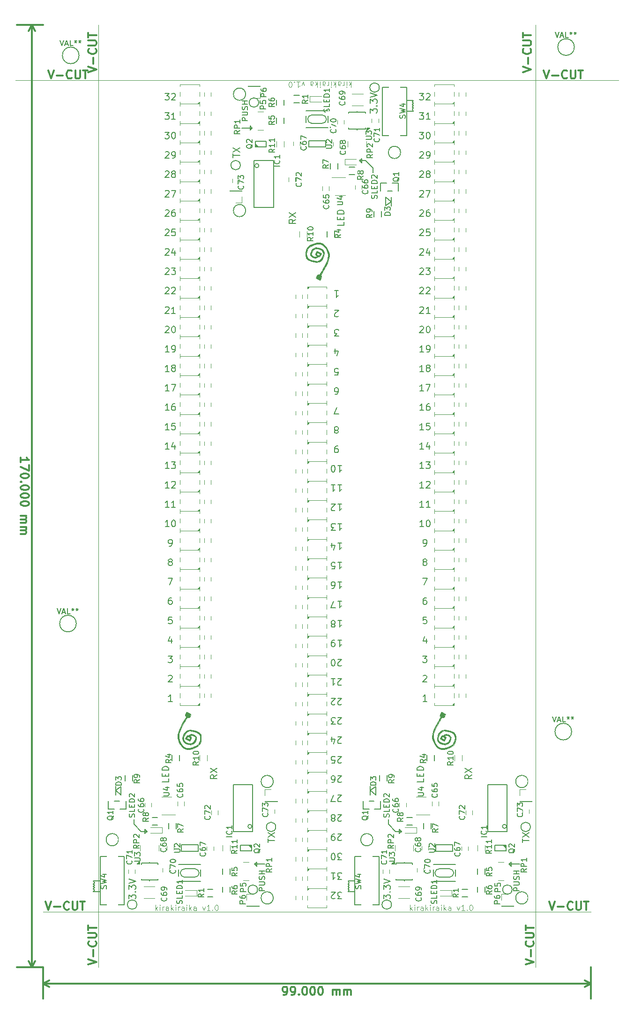
<source format=gto>
G04 #@! TF.FileFunction,Legend,Top*
%FSLAX46Y46*%
G04 Gerber Fmt 4.6, Leading zero omitted, Abs format (unit mm)*
G04 Created by KiCad (PCBNEW 4.0.1-stable) date 2017/04/08 12:51:49*
%MOMM*%
G01*
G04 APERTURE LIST*
%ADD10C,0.200000*%
%ADD11C,0.300000*%
%ADD12C,0.100000*%
%ADD13C,0.150000*%
%ADD14C,0.120000*%
%ADD15C,0.002540*%
%ADD16O,1.500000X1.270000*%
%ADD17R,2.000000X2.000000*%
%ADD18C,1.524000*%
%ADD19R,1.200000X0.300000*%
%ADD20R,1.200000X1.200000*%
%ADD21O,3.014980X1.506220*%
%ADD22R,0.800000X0.900000*%
%ADD23R,0.500000X0.900000*%
%ADD24R,0.900000X0.500000*%
%ADD25R,0.800000X0.800000*%
%ADD26R,0.700000X1.000000*%
%ADD27R,1.060000X0.650000*%
%ADD28C,2.000000*%
%ADD29R,0.750000X0.800000*%
%ADD30R,1.700000X0.850000*%
%ADD31R,1.200000X1.000000*%
%ADD32R,0.600000X1.000000*%
%ADD33C,1.350000*%
%ADD34R,1.350000X1.350000*%
%ADD35R,0.800000X0.500000*%
%ADD36R,0.800000X0.400000*%
%ADD37R,0.500000X0.800000*%
%ADD38R,0.400000X0.800000*%
%ADD39R,1.270000X0.406400*%
%ADD40R,0.400000X0.500000*%
%ADD41R,0.500000X0.500000*%
%ADD42R,1.000000X1.600000*%
%ADD43R,1.050000X0.650000*%
G04 APERTURE END LIST*
D10*
D11*
X114928572Y-210028571D02*
X115214287Y-210028571D01*
X115357144Y-209957143D01*
X115428572Y-209885714D01*
X115571430Y-209671429D01*
X115642858Y-209385714D01*
X115642858Y-208814286D01*
X115571430Y-208671429D01*
X115500001Y-208600000D01*
X115357144Y-208528571D01*
X115071430Y-208528571D01*
X114928572Y-208600000D01*
X114857144Y-208671429D01*
X114785715Y-208814286D01*
X114785715Y-209171429D01*
X114857144Y-209314286D01*
X114928572Y-209385714D01*
X115071430Y-209457143D01*
X115357144Y-209457143D01*
X115500001Y-209385714D01*
X115571430Y-209314286D01*
X115642858Y-209171429D01*
X116357143Y-210028571D02*
X116642858Y-210028571D01*
X116785715Y-209957143D01*
X116857143Y-209885714D01*
X117000001Y-209671429D01*
X117071429Y-209385714D01*
X117071429Y-208814286D01*
X117000001Y-208671429D01*
X116928572Y-208600000D01*
X116785715Y-208528571D01*
X116500001Y-208528571D01*
X116357143Y-208600000D01*
X116285715Y-208671429D01*
X116214286Y-208814286D01*
X116214286Y-209171429D01*
X116285715Y-209314286D01*
X116357143Y-209385714D01*
X116500001Y-209457143D01*
X116785715Y-209457143D01*
X116928572Y-209385714D01*
X117000001Y-209314286D01*
X117071429Y-209171429D01*
X117714286Y-209885714D02*
X117785714Y-209957143D01*
X117714286Y-210028571D01*
X117642857Y-209957143D01*
X117714286Y-209885714D01*
X117714286Y-210028571D01*
X118714286Y-208528571D02*
X118857143Y-208528571D01*
X119000000Y-208600000D01*
X119071429Y-208671429D01*
X119142858Y-208814286D01*
X119214286Y-209100000D01*
X119214286Y-209457143D01*
X119142858Y-209742857D01*
X119071429Y-209885714D01*
X119000000Y-209957143D01*
X118857143Y-210028571D01*
X118714286Y-210028571D01*
X118571429Y-209957143D01*
X118500000Y-209885714D01*
X118428572Y-209742857D01*
X118357143Y-209457143D01*
X118357143Y-209100000D01*
X118428572Y-208814286D01*
X118500000Y-208671429D01*
X118571429Y-208600000D01*
X118714286Y-208528571D01*
X120142857Y-208528571D02*
X120285714Y-208528571D01*
X120428571Y-208600000D01*
X120500000Y-208671429D01*
X120571429Y-208814286D01*
X120642857Y-209100000D01*
X120642857Y-209457143D01*
X120571429Y-209742857D01*
X120500000Y-209885714D01*
X120428571Y-209957143D01*
X120285714Y-210028571D01*
X120142857Y-210028571D01*
X120000000Y-209957143D01*
X119928571Y-209885714D01*
X119857143Y-209742857D01*
X119785714Y-209457143D01*
X119785714Y-209100000D01*
X119857143Y-208814286D01*
X119928571Y-208671429D01*
X120000000Y-208600000D01*
X120142857Y-208528571D01*
X121571428Y-208528571D02*
X121714285Y-208528571D01*
X121857142Y-208600000D01*
X121928571Y-208671429D01*
X122000000Y-208814286D01*
X122071428Y-209100000D01*
X122071428Y-209457143D01*
X122000000Y-209742857D01*
X121928571Y-209885714D01*
X121857142Y-209957143D01*
X121714285Y-210028571D01*
X121571428Y-210028571D01*
X121428571Y-209957143D01*
X121357142Y-209885714D01*
X121285714Y-209742857D01*
X121214285Y-209457143D01*
X121214285Y-209100000D01*
X121285714Y-208814286D01*
X121357142Y-208671429D01*
X121428571Y-208600000D01*
X121571428Y-208528571D01*
X123857142Y-210028571D02*
X123857142Y-209028571D01*
X123857142Y-209171429D02*
X123928570Y-209100000D01*
X124071428Y-209028571D01*
X124285713Y-209028571D01*
X124428570Y-209100000D01*
X124499999Y-209242857D01*
X124499999Y-210028571D01*
X124499999Y-209242857D02*
X124571428Y-209100000D01*
X124714285Y-209028571D01*
X124928570Y-209028571D01*
X125071428Y-209100000D01*
X125142856Y-209242857D01*
X125142856Y-210028571D01*
X125857142Y-210028571D02*
X125857142Y-209028571D01*
X125857142Y-209171429D02*
X125928570Y-209100000D01*
X126071428Y-209028571D01*
X126285713Y-209028571D01*
X126428570Y-209100000D01*
X126499999Y-209242857D01*
X126499999Y-210028571D01*
X126499999Y-209242857D02*
X126571428Y-209100000D01*
X126714285Y-209028571D01*
X126928570Y-209028571D01*
X127071428Y-209100000D01*
X127142856Y-209242857D01*
X127142856Y-210028571D01*
X71500000Y-208000000D02*
X170500000Y-208000000D01*
X71500000Y-205000000D02*
X71500000Y-210700000D01*
X170500000Y-205000000D02*
X170500000Y-210700000D01*
X170500000Y-208000000D02*
X169373496Y-208586421D01*
X170500000Y-208000000D02*
X169373496Y-207413579D01*
X71500000Y-208000000D02*
X72626504Y-208586421D01*
X71500000Y-208000000D02*
X72626504Y-207413579D01*
X67471429Y-113928573D02*
X67471429Y-113071430D01*
X67471429Y-113500002D02*
X68971429Y-113500002D01*
X68757143Y-113357145D01*
X68614286Y-113214287D01*
X68542857Y-113071430D01*
X68971429Y-114428573D02*
X68971429Y-115428573D01*
X67471429Y-114785716D01*
X68971429Y-116285715D02*
X68971429Y-116428572D01*
X68900000Y-116571429D01*
X68828571Y-116642858D01*
X68685714Y-116714287D01*
X68400000Y-116785715D01*
X68042857Y-116785715D01*
X67757143Y-116714287D01*
X67614286Y-116642858D01*
X67542857Y-116571429D01*
X67471429Y-116428572D01*
X67471429Y-116285715D01*
X67542857Y-116142858D01*
X67614286Y-116071429D01*
X67757143Y-116000001D01*
X68042857Y-115928572D01*
X68400000Y-115928572D01*
X68685714Y-116000001D01*
X68828571Y-116071429D01*
X68900000Y-116142858D01*
X68971429Y-116285715D01*
X67614286Y-117428572D02*
X67542857Y-117500000D01*
X67471429Y-117428572D01*
X67542857Y-117357143D01*
X67614286Y-117428572D01*
X67471429Y-117428572D01*
X68971429Y-118428572D02*
X68971429Y-118571429D01*
X68900000Y-118714286D01*
X68828571Y-118785715D01*
X68685714Y-118857144D01*
X68400000Y-118928572D01*
X68042857Y-118928572D01*
X67757143Y-118857144D01*
X67614286Y-118785715D01*
X67542857Y-118714286D01*
X67471429Y-118571429D01*
X67471429Y-118428572D01*
X67542857Y-118285715D01*
X67614286Y-118214286D01*
X67757143Y-118142858D01*
X68042857Y-118071429D01*
X68400000Y-118071429D01*
X68685714Y-118142858D01*
X68828571Y-118214286D01*
X68900000Y-118285715D01*
X68971429Y-118428572D01*
X68971429Y-119857143D02*
X68971429Y-120000000D01*
X68900000Y-120142857D01*
X68828571Y-120214286D01*
X68685714Y-120285715D01*
X68400000Y-120357143D01*
X68042857Y-120357143D01*
X67757143Y-120285715D01*
X67614286Y-120214286D01*
X67542857Y-120142857D01*
X67471429Y-120000000D01*
X67471429Y-119857143D01*
X67542857Y-119714286D01*
X67614286Y-119642857D01*
X67757143Y-119571429D01*
X68042857Y-119500000D01*
X68400000Y-119500000D01*
X68685714Y-119571429D01*
X68828571Y-119642857D01*
X68900000Y-119714286D01*
X68971429Y-119857143D01*
X68971429Y-121285714D02*
X68971429Y-121428571D01*
X68900000Y-121571428D01*
X68828571Y-121642857D01*
X68685714Y-121714286D01*
X68400000Y-121785714D01*
X68042857Y-121785714D01*
X67757143Y-121714286D01*
X67614286Y-121642857D01*
X67542857Y-121571428D01*
X67471429Y-121428571D01*
X67471429Y-121285714D01*
X67542857Y-121142857D01*
X67614286Y-121071428D01*
X67757143Y-121000000D01*
X68042857Y-120928571D01*
X68400000Y-120928571D01*
X68685714Y-121000000D01*
X68828571Y-121071428D01*
X68900000Y-121142857D01*
X68971429Y-121285714D01*
X67471429Y-123571428D02*
X68471429Y-123571428D01*
X68328571Y-123571428D02*
X68400000Y-123642856D01*
X68471429Y-123785714D01*
X68471429Y-123999999D01*
X68400000Y-124142856D01*
X68257143Y-124214285D01*
X67471429Y-124214285D01*
X68257143Y-124214285D02*
X68400000Y-124285714D01*
X68471429Y-124428571D01*
X68471429Y-124642856D01*
X68400000Y-124785714D01*
X68257143Y-124857142D01*
X67471429Y-124857142D01*
X67471429Y-125571428D02*
X68471429Y-125571428D01*
X68328571Y-125571428D02*
X68400000Y-125642856D01*
X68471429Y-125785714D01*
X68471429Y-125999999D01*
X68400000Y-126142856D01*
X68257143Y-126214285D01*
X67471429Y-126214285D01*
X68257143Y-126214285D02*
X68400000Y-126285714D01*
X68471429Y-126428571D01*
X68471429Y-126642856D01*
X68400000Y-126785714D01*
X68257143Y-126857142D01*
X67471429Y-126857142D01*
X69500000Y-35000000D02*
X69500000Y-205000000D01*
X71500000Y-35000000D02*
X66800000Y-35000000D01*
X71500000Y-205000000D02*
X66800000Y-205000000D01*
X69500000Y-205000000D02*
X68913579Y-203873496D01*
X69500000Y-205000000D02*
X70086421Y-203873496D01*
X69500000Y-35000000D02*
X68913579Y-36126504D01*
X69500000Y-35000000D02*
X70086421Y-36126504D01*
X72464286Y-43178571D02*
X72964286Y-44678571D01*
X73464286Y-43178571D01*
X73964286Y-44107143D02*
X75107143Y-44107143D01*
X76678572Y-44535714D02*
X76607143Y-44607143D01*
X76392857Y-44678571D01*
X76250000Y-44678571D01*
X76035715Y-44607143D01*
X75892857Y-44464286D01*
X75821429Y-44321429D01*
X75750000Y-44035714D01*
X75750000Y-43821429D01*
X75821429Y-43535714D01*
X75892857Y-43392857D01*
X76035715Y-43250000D01*
X76250000Y-43178571D01*
X76392857Y-43178571D01*
X76607143Y-43250000D01*
X76678572Y-43321429D01*
X77321429Y-43178571D02*
X77321429Y-44392857D01*
X77392857Y-44535714D01*
X77464286Y-44607143D01*
X77607143Y-44678571D01*
X77892857Y-44678571D01*
X78035715Y-44607143D01*
X78107143Y-44535714D01*
X78178572Y-44392857D01*
X78178572Y-43178571D01*
X78678572Y-43178571D02*
X79535715Y-43178571D01*
X79107144Y-44678571D02*
X79107144Y-43178571D01*
X71964286Y-193178571D02*
X72464286Y-194678571D01*
X72964286Y-193178571D01*
X73464286Y-194107143D02*
X74607143Y-194107143D01*
X76178572Y-194535714D02*
X76107143Y-194607143D01*
X75892857Y-194678571D01*
X75750000Y-194678571D01*
X75535715Y-194607143D01*
X75392857Y-194464286D01*
X75321429Y-194321429D01*
X75250000Y-194035714D01*
X75250000Y-193821429D01*
X75321429Y-193535714D01*
X75392857Y-193392857D01*
X75535715Y-193250000D01*
X75750000Y-193178571D01*
X75892857Y-193178571D01*
X76107143Y-193250000D01*
X76178572Y-193321429D01*
X76821429Y-193178571D02*
X76821429Y-194392857D01*
X76892857Y-194535714D01*
X76964286Y-194607143D01*
X77107143Y-194678571D01*
X77392857Y-194678571D01*
X77535715Y-194607143D01*
X77607143Y-194535714D01*
X77678572Y-194392857D01*
X77678572Y-193178571D01*
X78178572Y-193178571D02*
X79035715Y-193178571D01*
X78607144Y-194678571D02*
X78607144Y-193178571D01*
X79678571Y-204535714D02*
X81178571Y-204035714D01*
X79678571Y-203535714D01*
X80607143Y-203035714D02*
X80607143Y-201892857D01*
X81035714Y-200321428D02*
X81107143Y-200392857D01*
X81178571Y-200607143D01*
X81178571Y-200750000D01*
X81107143Y-200964285D01*
X80964286Y-201107143D01*
X80821429Y-201178571D01*
X80535714Y-201250000D01*
X80321429Y-201250000D01*
X80035714Y-201178571D01*
X79892857Y-201107143D01*
X79750000Y-200964285D01*
X79678571Y-200750000D01*
X79678571Y-200607143D01*
X79750000Y-200392857D01*
X79821429Y-200321428D01*
X79678571Y-199678571D02*
X80892857Y-199678571D01*
X81035714Y-199607143D01*
X81107143Y-199535714D01*
X81178571Y-199392857D01*
X81178571Y-199107143D01*
X81107143Y-198964285D01*
X81035714Y-198892857D01*
X80892857Y-198821428D01*
X79678571Y-198821428D01*
X79678571Y-198321428D02*
X79678571Y-197464285D01*
X81178571Y-197892856D02*
X79678571Y-197892856D01*
X158678571Y-204535714D02*
X160178571Y-204035714D01*
X158678571Y-203535714D01*
X159607143Y-203035714D02*
X159607143Y-201892857D01*
X160035714Y-200321428D02*
X160107143Y-200392857D01*
X160178571Y-200607143D01*
X160178571Y-200750000D01*
X160107143Y-200964285D01*
X159964286Y-201107143D01*
X159821429Y-201178571D01*
X159535714Y-201250000D01*
X159321429Y-201250000D01*
X159035714Y-201178571D01*
X158892857Y-201107143D01*
X158750000Y-200964285D01*
X158678571Y-200750000D01*
X158678571Y-200607143D01*
X158750000Y-200392857D01*
X158821429Y-200321428D01*
X158678571Y-199678571D02*
X159892857Y-199678571D01*
X160035714Y-199607143D01*
X160107143Y-199535714D01*
X160178571Y-199392857D01*
X160178571Y-199107143D01*
X160107143Y-198964285D01*
X160035714Y-198892857D01*
X159892857Y-198821428D01*
X158678571Y-198821428D01*
X158678571Y-198321428D02*
X158678571Y-197464285D01*
X160178571Y-197892856D02*
X158678571Y-197892856D01*
X158178571Y-43535714D02*
X159678571Y-43035714D01*
X158178571Y-42535714D01*
X159107143Y-42035714D02*
X159107143Y-40892857D01*
X159535714Y-39321428D02*
X159607143Y-39392857D01*
X159678571Y-39607143D01*
X159678571Y-39750000D01*
X159607143Y-39964285D01*
X159464286Y-40107143D01*
X159321429Y-40178571D01*
X159035714Y-40250000D01*
X158821429Y-40250000D01*
X158535714Y-40178571D01*
X158392857Y-40107143D01*
X158250000Y-39964285D01*
X158178571Y-39750000D01*
X158178571Y-39607143D01*
X158250000Y-39392857D01*
X158321429Y-39321428D01*
X158178571Y-38678571D02*
X159392857Y-38678571D01*
X159535714Y-38607143D01*
X159607143Y-38535714D01*
X159678571Y-38392857D01*
X159678571Y-38107143D01*
X159607143Y-37964285D01*
X159535714Y-37892857D01*
X159392857Y-37821428D01*
X158178571Y-37821428D01*
X158178571Y-37321428D02*
X158178571Y-36464285D01*
X159678571Y-36892856D02*
X158178571Y-36892856D01*
X79678571Y-43535714D02*
X81178571Y-43035714D01*
X79678571Y-42535714D01*
X80607143Y-42035714D02*
X80607143Y-40892857D01*
X81035714Y-39321428D02*
X81107143Y-39392857D01*
X81178571Y-39607143D01*
X81178571Y-39750000D01*
X81107143Y-39964285D01*
X80964286Y-40107143D01*
X80821429Y-40178571D01*
X80535714Y-40250000D01*
X80321429Y-40250000D01*
X80035714Y-40178571D01*
X79892857Y-40107143D01*
X79750000Y-39964285D01*
X79678571Y-39750000D01*
X79678571Y-39607143D01*
X79750000Y-39392857D01*
X79821429Y-39321428D01*
X79678571Y-38678571D02*
X80892857Y-38678571D01*
X81035714Y-38607143D01*
X81107143Y-38535714D01*
X81178571Y-38392857D01*
X81178571Y-38107143D01*
X81107143Y-37964285D01*
X81035714Y-37892857D01*
X80892857Y-37821428D01*
X79678571Y-37821428D01*
X79678571Y-37321428D02*
X79678571Y-36464285D01*
X81178571Y-36892856D02*
X79678571Y-36892856D01*
D12*
X160500000Y-35000000D02*
X160500000Y-205000000D01*
X81500000Y-35000000D02*
X81500000Y-205000000D01*
X71500000Y-195000000D02*
X170500000Y-195000000D01*
X66500000Y-45000000D02*
X175500000Y-45000000D01*
D11*
X162964286Y-193178571D02*
X163464286Y-194678571D01*
X163964286Y-193178571D01*
X164464286Y-194107143D02*
X165607143Y-194107143D01*
X167178572Y-194535714D02*
X167107143Y-194607143D01*
X166892857Y-194678571D01*
X166750000Y-194678571D01*
X166535715Y-194607143D01*
X166392857Y-194464286D01*
X166321429Y-194321429D01*
X166250000Y-194035714D01*
X166250000Y-193821429D01*
X166321429Y-193535714D01*
X166392857Y-193392857D01*
X166535715Y-193250000D01*
X166750000Y-193178571D01*
X166892857Y-193178571D01*
X167107143Y-193250000D01*
X167178572Y-193321429D01*
X167821429Y-193178571D02*
X167821429Y-194392857D01*
X167892857Y-194535714D01*
X167964286Y-194607143D01*
X168107143Y-194678571D01*
X168392857Y-194678571D01*
X168535715Y-194607143D01*
X168607143Y-194535714D01*
X168678572Y-194392857D01*
X168678572Y-193178571D01*
X169178572Y-193178571D02*
X170035715Y-193178571D01*
X169607144Y-194678571D02*
X169607144Y-193178571D01*
X161964286Y-43178571D02*
X162464286Y-44678571D01*
X162964286Y-43178571D01*
X163464286Y-44107143D02*
X164607143Y-44107143D01*
X166178572Y-44535714D02*
X166107143Y-44607143D01*
X165892857Y-44678571D01*
X165750000Y-44678571D01*
X165535715Y-44607143D01*
X165392857Y-44464286D01*
X165321429Y-44321429D01*
X165250000Y-44035714D01*
X165250000Y-43821429D01*
X165321429Y-43535714D01*
X165392857Y-43392857D01*
X165535715Y-43250000D01*
X165750000Y-43178571D01*
X165892857Y-43178571D01*
X166107143Y-43250000D01*
X166178572Y-43321429D01*
X166821429Y-43178571D02*
X166821429Y-44392857D01*
X166892857Y-44535714D01*
X166964286Y-44607143D01*
X167107143Y-44678571D01*
X167392857Y-44678571D01*
X167535715Y-44607143D01*
X167607143Y-44535714D01*
X167678572Y-44392857D01*
X167678572Y-43178571D01*
X168178572Y-43178571D02*
X169035715Y-43178571D01*
X168607144Y-44678571D02*
X168607144Y-43178571D01*
D10*
X108900000Y-54000000D02*
X109300000Y-53600000D01*
X108900000Y-53900000D02*
X108900000Y-54000000D01*
X108900000Y-53200000D02*
X108900000Y-53900000D01*
X109300000Y-53600000D02*
X108900000Y-53200000D01*
X107400000Y-53600000D02*
X109300000Y-53600000D01*
X129100000Y-59100000D02*
X128700000Y-59500000D01*
X129100000Y-59900000D02*
X129100000Y-59100000D01*
X128700000Y-59500000D02*
X129100000Y-59900000D01*
X129800000Y-59500000D02*
X128700000Y-59500000D01*
X131100000Y-60800000D02*
X129800000Y-59500000D01*
X131100000Y-61700000D02*
X131100000Y-60800000D01*
X125471428Y-192657143D02*
X124728571Y-192657143D01*
X125128571Y-192200000D01*
X124957143Y-192200000D01*
X124842857Y-192142857D01*
X124785714Y-192085714D01*
X124728571Y-191971429D01*
X124728571Y-191685714D01*
X124785714Y-191571429D01*
X124842857Y-191514286D01*
X124957143Y-191457143D01*
X125300000Y-191457143D01*
X125414286Y-191514286D01*
X125471428Y-191571429D01*
X124271429Y-192542857D02*
X124214286Y-192600000D01*
X124100000Y-192657143D01*
X123814286Y-192657143D01*
X123700000Y-192600000D01*
X123642857Y-192542857D01*
X123585714Y-192428571D01*
X123585714Y-192314286D01*
X123642857Y-192142857D01*
X124328571Y-191457143D01*
X123585714Y-191457143D01*
X125471428Y-189157143D02*
X124728571Y-189157143D01*
X125128571Y-188700000D01*
X124957143Y-188700000D01*
X124842857Y-188642857D01*
X124785714Y-188585714D01*
X124728571Y-188471429D01*
X124728571Y-188185714D01*
X124785714Y-188071429D01*
X124842857Y-188014286D01*
X124957143Y-187957143D01*
X125300000Y-187957143D01*
X125414286Y-188014286D01*
X125471428Y-188071429D01*
X123585714Y-187957143D02*
X124271429Y-187957143D01*
X123928571Y-187957143D02*
X123928571Y-189157143D01*
X124042857Y-188985714D01*
X124157143Y-188871429D01*
X124271429Y-188814286D01*
X125471428Y-185657143D02*
X124728571Y-185657143D01*
X125128571Y-185200000D01*
X124957143Y-185200000D01*
X124842857Y-185142857D01*
X124785714Y-185085714D01*
X124728571Y-184971429D01*
X124728571Y-184685714D01*
X124785714Y-184571429D01*
X124842857Y-184514286D01*
X124957143Y-184457143D01*
X125300000Y-184457143D01*
X125414286Y-184514286D01*
X125471428Y-184571429D01*
X123985714Y-185657143D02*
X123871429Y-185657143D01*
X123757143Y-185600000D01*
X123700000Y-185542857D01*
X123642857Y-185428571D01*
X123585714Y-185200000D01*
X123585714Y-184914286D01*
X123642857Y-184685714D01*
X123700000Y-184571429D01*
X123757143Y-184514286D01*
X123871429Y-184457143D01*
X123985714Y-184457143D01*
X124100000Y-184514286D01*
X124157143Y-184571429D01*
X124214286Y-184685714D01*
X124271429Y-184914286D01*
X124271429Y-185200000D01*
X124214286Y-185428571D01*
X124157143Y-185542857D01*
X124100000Y-185600000D01*
X123985714Y-185657143D01*
X125414286Y-182042857D02*
X125357143Y-182100000D01*
X125242857Y-182157143D01*
X124957143Y-182157143D01*
X124842857Y-182100000D01*
X124785714Y-182042857D01*
X124728571Y-181928571D01*
X124728571Y-181814286D01*
X124785714Y-181642857D01*
X125471428Y-180957143D01*
X124728571Y-180957143D01*
X124157143Y-180957143D02*
X123928571Y-180957143D01*
X123814286Y-181014286D01*
X123757143Y-181071429D01*
X123642857Y-181242857D01*
X123585714Y-181471429D01*
X123585714Y-181928571D01*
X123642857Y-182042857D01*
X123700000Y-182100000D01*
X123814286Y-182157143D01*
X124042857Y-182157143D01*
X124157143Y-182100000D01*
X124214286Y-182042857D01*
X124271429Y-181928571D01*
X124271429Y-181642857D01*
X124214286Y-181528571D01*
X124157143Y-181471429D01*
X124042857Y-181414286D01*
X123814286Y-181414286D01*
X123700000Y-181471429D01*
X123642857Y-181528571D01*
X123585714Y-181642857D01*
X125414286Y-178542857D02*
X125357143Y-178600000D01*
X125242857Y-178657143D01*
X124957143Y-178657143D01*
X124842857Y-178600000D01*
X124785714Y-178542857D01*
X124728571Y-178428571D01*
X124728571Y-178314286D01*
X124785714Y-178142857D01*
X125471428Y-177457143D01*
X124728571Y-177457143D01*
X124042857Y-178142857D02*
X124157143Y-178200000D01*
X124214286Y-178257143D01*
X124271429Y-178371429D01*
X124271429Y-178428571D01*
X124214286Y-178542857D01*
X124157143Y-178600000D01*
X124042857Y-178657143D01*
X123814286Y-178657143D01*
X123700000Y-178600000D01*
X123642857Y-178542857D01*
X123585714Y-178428571D01*
X123585714Y-178371429D01*
X123642857Y-178257143D01*
X123700000Y-178200000D01*
X123814286Y-178142857D01*
X124042857Y-178142857D01*
X124157143Y-178085714D01*
X124214286Y-178028571D01*
X124271429Y-177914286D01*
X124271429Y-177685714D01*
X124214286Y-177571429D01*
X124157143Y-177514286D01*
X124042857Y-177457143D01*
X123814286Y-177457143D01*
X123700000Y-177514286D01*
X123642857Y-177571429D01*
X123585714Y-177685714D01*
X123585714Y-177914286D01*
X123642857Y-178028571D01*
X123700000Y-178085714D01*
X123814286Y-178142857D01*
X125414286Y-175042857D02*
X125357143Y-175100000D01*
X125242857Y-175157143D01*
X124957143Y-175157143D01*
X124842857Y-175100000D01*
X124785714Y-175042857D01*
X124728571Y-174928571D01*
X124728571Y-174814286D01*
X124785714Y-174642857D01*
X125471428Y-173957143D01*
X124728571Y-173957143D01*
X124328571Y-175157143D02*
X123528571Y-175157143D01*
X124042857Y-173957143D01*
X125414286Y-171542857D02*
X125357143Y-171600000D01*
X125242857Y-171657143D01*
X124957143Y-171657143D01*
X124842857Y-171600000D01*
X124785714Y-171542857D01*
X124728571Y-171428571D01*
X124728571Y-171314286D01*
X124785714Y-171142857D01*
X125471428Y-170457143D01*
X124728571Y-170457143D01*
X123700000Y-171657143D02*
X123928571Y-171657143D01*
X124042857Y-171600000D01*
X124100000Y-171542857D01*
X124214286Y-171371429D01*
X124271429Y-171142857D01*
X124271429Y-170685714D01*
X124214286Y-170571429D01*
X124157143Y-170514286D01*
X124042857Y-170457143D01*
X123814286Y-170457143D01*
X123700000Y-170514286D01*
X123642857Y-170571429D01*
X123585714Y-170685714D01*
X123585714Y-170971429D01*
X123642857Y-171085714D01*
X123700000Y-171142857D01*
X123814286Y-171200000D01*
X124042857Y-171200000D01*
X124157143Y-171142857D01*
X124214286Y-171085714D01*
X124271429Y-170971429D01*
X125414286Y-168042857D02*
X125357143Y-168100000D01*
X125242857Y-168157143D01*
X124957143Y-168157143D01*
X124842857Y-168100000D01*
X124785714Y-168042857D01*
X124728571Y-167928571D01*
X124728571Y-167814286D01*
X124785714Y-167642857D01*
X125471428Y-166957143D01*
X124728571Y-166957143D01*
X123642857Y-168157143D02*
X124214286Y-168157143D01*
X124271429Y-167585714D01*
X124214286Y-167642857D01*
X124100000Y-167700000D01*
X123814286Y-167700000D01*
X123700000Y-167642857D01*
X123642857Y-167585714D01*
X123585714Y-167471429D01*
X123585714Y-167185714D01*
X123642857Y-167071429D01*
X123700000Y-167014286D01*
X123814286Y-166957143D01*
X124100000Y-166957143D01*
X124214286Y-167014286D01*
X124271429Y-167071429D01*
X125414286Y-164542857D02*
X125357143Y-164600000D01*
X125242857Y-164657143D01*
X124957143Y-164657143D01*
X124842857Y-164600000D01*
X124785714Y-164542857D01*
X124728571Y-164428571D01*
X124728571Y-164314286D01*
X124785714Y-164142857D01*
X125471428Y-163457143D01*
X124728571Y-163457143D01*
X123700000Y-164257143D02*
X123700000Y-163457143D01*
X123985714Y-164714286D02*
X124271429Y-163857143D01*
X123528571Y-163857143D01*
X125414286Y-157542857D02*
X125357143Y-157600000D01*
X125242857Y-157657143D01*
X124957143Y-157657143D01*
X124842857Y-157600000D01*
X124785714Y-157542857D01*
X124728571Y-157428571D01*
X124728571Y-157314286D01*
X124785714Y-157142857D01*
X125471428Y-156457143D01*
X124728571Y-156457143D01*
X124271429Y-157542857D02*
X124214286Y-157600000D01*
X124100000Y-157657143D01*
X123814286Y-157657143D01*
X123700000Y-157600000D01*
X123642857Y-157542857D01*
X123585714Y-157428571D01*
X123585714Y-157314286D01*
X123642857Y-157142857D01*
X124328571Y-156457143D01*
X123585714Y-156457143D01*
X125414286Y-161042857D02*
X125357143Y-161100000D01*
X125242857Y-161157143D01*
X124957143Y-161157143D01*
X124842857Y-161100000D01*
X124785714Y-161042857D01*
X124728571Y-160928571D01*
X124728571Y-160814286D01*
X124785714Y-160642857D01*
X125471428Y-159957143D01*
X124728571Y-159957143D01*
X124328571Y-161157143D02*
X123585714Y-161157143D01*
X123985714Y-160700000D01*
X123814286Y-160700000D01*
X123700000Y-160642857D01*
X123642857Y-160585714D01*
X123585714Y-160471429D01*
X123585714Y-160185714D01*
X123642857Y-160071429D01*
X123700000Y-160014286D01*
X123814286Y-159957143D01*
X124157143Y-159957143D01*
X124271429Y-160014286D01*
X124328571Y-160071429D01*
X125414286Y-150542857D02*
X125357143Y-150600000D01*
X125242857Y-150657143D01*
X124957143Y-150657143D01*
X124842857Y-150600000D01*
X124785714Y-150542857D01*
X124728571Y-150428571D01*
X124728571Y-150314286D01*
X124785714Y-150142857D01*
X125471428Y-149457143D01*
X124728571Y-149457143D01*
X123985714Y-150657143D02*
X123871429Y-150657143D01*
X123757143Y-150600000D01*
X123700000Y-150542857D01*
X123642857Y-150428571D01*
X123585714Y-150200000D01*
X123585714Y-149914286D01*
X123642857Y-149685714D01*
X123700000Y-149571429D01*
X123757143Y-149514286D01*
X123871429Y-149457143D01*
X123985714Y-149457143D01*
X124100000Y-149514286D01*
X124157143Y-149571429D01*
X124214286Y-149685714D01*
X124271429Y-149914286D01*
X124271429Y-150200000D01*
X124214286Y-150428571D01*
X124157143Y-150542857D01*
X124100000Y-150600000D01*
X123985714Y-150657143D01*
X125414286Y-154042857D02*
X125357143Y-154100000D01*
X125242857Y-154157143D01*
X124957143Y-154157143D01*
X124842857Y-154100000D01*
X124785714Y-154042857D01*
X124728571Y-153928571D01*
X124728571Y-153814286D01*
X124785714Y-153642857D01*
X125471428Y-152957143D01*
X124728571Y-152957143D01*
X123585714Y-152957143D02*
X124271429Y-152957143D01*
X123928571Y-152957143D02*
X123928571Y-154157143D01*
X124042857Y-153985714D01*
X124157143Y-153871429D01*
X124271429Y-153814286D01*
X124728571Y-117957143D02*
X125414286Y-117957143D01*
X125071428Y-117957143D02*
X125071428Y-119157143D01*
X125185714Y-118985714D01*
X125300000Y-118871429D01*
X125414286Y-118814286D01*
X123585714Y-117957143D02*
X124271429Y-117957143D01*
X123928571Y-117957143D02*
X123928571Y-119157143D01*
X124042857Y-118985714D01*
X124157143Y-118871429D01*
X124271429Y-118814286D01*
X124728571Y-145957143D02*
X125414286Y-145957143D01*
X125071428Y-145957143D02*
X125071428Y-147157143D01*
X125185714Y-146985714D01*
X125300000Y-146871429D01*
X125414286Y-146814286D01*
X124157143Y-145957143D02*
X123928571Y-145957143D01*
X123814286Y-146014286D01*
X123757143Y-146071429D01*
X123642857Y-146242857D01*
X123585714Y-146471429D01*
X123585714Y-146928571D01*
X123642857Y-147042857D01*
X123700000Y-147100000D01*
X123814286Y-147157143D01*
X124042857Y-147157143D01*
X124157143Y-147100000D01*
X124214286Y-147042857D01*
X124271429Y-146928571D01*
X124271429Y-146642857D01*
X124214286Y-146528571D01*
X124157143Y-146471429D01*
X124042857Y-146414286D01*
X123814286Y-146414286D01*
X123700000Y-146471429D01*
X123642857Y-146528571D01*
X123585714Y-146642857D01*
X124728571Y-142457143D02*
X125414286Y-142457143D01*
X125071428Y-142457143D02*
X125071428Y-143657143D01*
X125185714Y-143485714D01*
X125300000Y-143371429D01*
X125414286Y-143314286D01*
X124042857Y-143142857D02*
X124157143Y-143200000D01*
X124214286Y-143257143D01*
X124271429Y-143371429D01*
X124271429Y-143428571D01*
X124214286Y-143542857D01*
X124157143Y-143600000D01*
X124042857Y-143657143D01*
X123814286Y-143657143D01*
X123700000Y-143600000D01*
X123642857Y-143542857D01*
X123585714Y-143428571D01*
X123585714Y-143371429D01*
X123642857Y-143257143D01*
X123700000Y-143200000D01*
X123814286Y-143142857D01*
X124042857Y-143142857D01*
X124157143Y-143085714D01*
X124214286Y-143028571D01*
X124271429Y-142914286D01*
X124271429Y-142685714D01*
X124214286Y-142571429D01*
X124157143Y-142514286D01*
X124042857Y-142457143D01*
X123814286Y-142457143D01*
X123700000Y-142514286D01*
X123642857Y-142571429D01*
X123585714Y-142685714D01*
X123585714Y-142914286D01*
X123642857Y-143028571D01*
X123700000Y-143085714D01*
X123814286Y-143142857D01*
X124728571Y-138957143D02*
X125414286Y-138957143D01*
X125071428Y-138957143D02*
X125071428Y-140157143D01*
X125185714Y-139985714D01*
X125300000Y-139871429D01*
X125414286Y-139814286D01*
X124328571Y-140157143D02*
X123528571Y-140157143D01*
X124042857Y-138957143D01*
X124728571Y-135457143D02*
X125414286Y-135457143D01*
X125071428Y-135457143D02*
X125071428Y-136657143D01*
X125185714Y-136485714D01*
X125300000Y-136371429D01*
X125414286Y-136314286D01*
X123700000Y-136657143D02*
X123928571Y-136657143D01*
X124042857Y-136600000D01*
X124100000Y-136542857D01*
X124214286Y-136371429D01*
X124271429Y-136142857D01*
X124271429Y-135685714D01*
X124214286Y-135571429D01*
X124157143Y-135514286D01*
X124042857Y-135457143D01*
X123814286Y-135457143D01*
X123700000Y-135514286D01*
X123642857Y-135571429D01*
X123585714Y-135685714D01*
X123585714Y-135971429D01*
X123642857Y-136085714D01*
X123700000Y-136142857D01*
X123814286Y-136200000D01*
X124042857Y-136200000D01*
X124157143Y-136142857D01*
X124214286Y-136085714D01*
X124271429Y-135971429D01*
X124728571Y-131957143D02*
X125414286Y-131957143D01*
X125071428Y-131957143D02*
X125071428Y-133157143D01*
X125185714Y-132985714D01*
X125300000Y-132871429D01*
X125414286Y-132814286D01*
X123642857Y-133157143D02*
X124214286Y-133157143D01*
X124271429Y-132585714D01*
X124214286Y-132642857D01*
X124100000Y-132700000D01*
X123814286Y-132700000D01*
X123700000Y-132642857D01*
X123642857Y-132585714D01*
X123585714Y-132471429D01*
X123585714Y-132185714D01*
X123642857Y-132071429D01*
X123700000Y-132014286D01*
X123814286Y-131957143D01*
X124100000Y-131957143D01*
X124214286Y-132014286D01*
X124271429Y-132071429D01*
X124728571Y-128457143D02*
X125414286Y-128457143D01*
X125071428Y-128457143D02*
X125071428Y-129657143D01*
X125185714Y-129485714D01*
X125300000Y-129371429D01*
X125414286Y-129314286D01*
X123700000Y-129257143D02*
X123700000Y-128457143D01*
X123985714Y-129714286D02*
X124271429Y-128857143D01*
X123528571Y-128857143D01*
X124728571Y-124957143D02*
X125414286Y-124957143D01*
X125071428Y-124957143D02*
X125071428Y-126157143D01*
X125185714Y-125985714D01*
X125300000Y-125871429D01*
X125414286Y-125814286D01*
X124328571Y-126157143D02*
X123585714Y-126157143D01*
X123985714Y-125700000D01*
X123814286Y-125700000D01*
X123700000Y-125642857D01*
X123642857Y-125585714D01*
X123585714Y-125471429D01*
X123585714Y-125185714D01*
X123642857Y-125071429D01*
X123700000Y-125014286D01*
X123814286Y-124957143D01*
X124157143Y-124957143D01*
X124271429Y-125014286D01*
X124328571Y-125071429D01*
X124728571Y-121457143D02*
X125414286Y-121457143D01*
X125071428Y-121457143D02*
X125071428Y-122657143D01*
X125185714Y-122485714D01*
X125300000Y-122371429D01*
X125414286Y-122314286D01*
X124271429Y-122542857D02*
X124214286Y-122600000D01*
X124100000Y-122657143D01*
X123814286Y-122657143D01*
X123700000Y-122600000D01*
X123642857Y-122542857D01*
X123585714Y-122428571D01*
X123585714Y-122314286D01*
X123642857Y-122142857D01*
X124328571Y-121457143D01*
X123585714Y-121457143D01*
X124728571Y-114457143D02*
X125414286Y-114457143D01*
X125071428Y-114457143D02*
X125071428Y-115657143D01*
X125185714Y-115485714D01*
X125300000Y-115371429D01*
X125414286Y-115314286D01*
X123985714Y-115657143D02*
X123871429Y-115657143D01*
X123757143Y-115600000D01*
X123700000Y-115542857D01*
X123642857Y-115428571D01*
X123585714Y-115200000D01*
X123585714Y-114914286D01*
X123642857Y-114685714D01*
X123700000Y-114571429D01*
X123757143Y-114514286D01*
X123871429Y-114457143D01*
X123985714Y-114457143D01*
X124100000Y-114514286D01*
X124157143Y-114571429D01*
X124214286Y-114685714D01*
X124271429Y-114914286D01*
X124271429Y-115200000D01*
X124214286Y-115428571D01*
X124157143Y-115542857D01*
X124100000Y-115600000D01*
X123985714Y-115657143D01*
X124728571Y-110957143D02*
X124499999Y-110957143D01*
X124385714Y-111014286D01*
X124328571Y-111071429D01*
X124214285Y-111242857D01*
X124157142Y-111471429D01*
X124157142Y-111928571D01*
X124214285Y-112042857D01*
X124271428Y-112100000D01*
X124385714Y-112157143D01*
X124614285Y-112157143D01*
X124728571Y-112100000D01*
X124785714Y-112042857D01*
X124842857Y-111928571D01*
X124842857Y-111642857D01*
X124785714Y-111528571D01*
X124728571Y-111471429D01*
X124614285Y-111414286D01*
X124385714Y-111414286D01*
X124271428Y-111471429D01*
X124214285Y-111528571D01*
X124157142Y-111642857D01*
X124614285Y-108142857D02*
X124728571Y-108200000D01*
X124785714Y-108257143D01*
X124842857Y-108371429D01*
X124842857Y-108428571D01*
X124785714Y-108542857D01*
X124728571Y-108600000D01*
X124614285Y-108657143D01*
X124385714Y-108657143D01*
X124271428Y-108600000D01*
X124214285Y-108542857D01*
X124157142Y-108428571D01*
X124157142Y-108371429D01*
X124214285Y-108257143D01*
X124271428Y-108200000D01*
X124385714Y-108142857D01*
X124614285Y-108142857D01*
X124728571Y-108085714D01*
X124785714Y-108028571D01*
X124842857Y-107914286D01*
X124842857Y-107685714D01*
X124785714Y-107571429D01*
X124728571Y-107514286D01*
X124614285Y-107457143D01*
X124385714Y-107457143D01*
X124271428Y-107514286D01*
X124214285Y-107571429D01*
X124157142Y-107685714D01*
X124157142Y-107914286D01*
X124214285Y-108028571D01*
X124271428Y-108085714D01*
X124385714Y-108142857D01*
X124899999Y-105157143D02*
X124099999Y-105157143D01*
X124614285Y-103957143D01*
X124271428Y-101657143D02*
X124499999Y-101657143D01*
X124614285Y-101600000D01*
X124671428Y-101542857D01*
X124785714Y-101371429D01*
X124842857Y-101142857D01*
X124842857Y-100685714D01*
X124785714Y-100571429D01*
X124728571Y-100514286D01*
X124614285Y-100457143D01*
X124385714Y-100457143D01*
X124271428Y-100514286D01*
X124214285Y-100571429D01*
X124157142Y-100685714D01*
X124157142Y-100971429D01*
X124214285Y-101085714D01*
X124271428Y-101142857D01*
X124385714Y-101200000D01*
X124614285Y-101200000D01*
X124728571Y-101142857D01*
X124785714Y-101085714D01*
X124842857Y-100971429D01*
X124214285Y-98157143D02*
X124785714Y-98157143D01*
X124842857Y-97585714D01*
X124785714Y-97642857D01*
X124671428Y-97700000D01*
X124385714Y-97700000D01*
X124271428Y-97642857D01*
X124214285Y-97585714D01*
X124157142Y-97471429D01*
X124157142Y-97185714D01*
X124214285Y-97071429D01*
X124271428Y-97014286D01*
X124385714Y-96957143D01*
X124671428Y-96957143D01*
X124785714Y-97014286D01*
X124842857Y-97071429D01*
X124271428Y-94257143D02*
X124271428Y-93457143D01*
X124557142Y-94714286D02*
X124842857Y-93857143D01*
X124099999Y-93857143D01*
X124899999Y-91157143D02*
X124157142Y-91157143D01*
X124557142Y-90700000D01*
X124385714Y-90700000D01*
X124271428Y-90642857D01*
X124214285Y-90585714D01*
X124157142Y-90471429D01*
X124157142Y-90185714D01*
X124214285Y-90071429D01*
X124271428Y-90014286D01*
X124385714Y-89957143D01*
X124728571Y-89957143D01*
X124842857Y-90014286D01*
X124899999Y-90071429D01*
X124842857Y-87542857D02*
X124785714Y-87600000D01*
X124671428Y-87657143D01*
X124385714Y-87657143D01*
X124271428Y-87600000D01*
X124214285Y-87542857D01*
X124157142Y-87428571D01*
X124157142Y-87314286D01*
X124214285Y-87142857D01*
X124899999Y-86457143D01*
X124157142Y-86457143D01*
X124157142Y-82957143D02*
X124842857Y-82957143D01*
X124499999Y-82957143D02*
X124499999Y-84157143D01*
X124614285Y-83985714D01*
X124728571Y-83871429D01*
X124842857Y-83814286D01*
D13*
X130642857Y-50871428D02*
X130642857Y-50128571D01*
X131100000Y-50528571D01*
X131100000Y-50357143D01*
X131157143Y-50242857D01*
X131214286Y-50185714D01*
X131328571Y-50128571D01*
X131614286Y-50128571D01*
X131728571Y-50185714D01*
X131785714Y-50242857D01*
X131842857Y-50357143D01*
X131842857Y-50700000D01*
X131785714Y-50814286D01*
X131728571Y-50871428D01*
X131728571Y-49614286D02*
X131785714Y-49557143D01*
X131842857Y-49614286D01*
X131785714Y-49671429D01*
X131728571Y-49614286D01*
X131842857Y-49614286D01*
X130642857Y-49157142D02*
X130642857Y-48414285D01*
X131100000Y-48814285D01*
X131100000Y-48642857D01*
X131157143Y-48528571D01*
X131214286Y-48471428D01*
X131328571Y-48414285D01*
X131614286Y-48414285D01*
X131728571Y-48471428D01*
X131785714Y-48528571D01*
X131842857Y-48642857D01*
X131842857Y-48985714D01*
X131785714Y-49100000D01*
X131728571Y-49157142D01*
X130642857Y-48071428D02*
X131842857Y-47671428D01*
X130642857Y-47271428D01*
X117142857Y-70099999D02*
X116571429Y-70499999D01*
X117142857Y-70785714D02*
X115942857Y-70785714D01*
X115942857Y-70328571D01*
X116000000Y-70214285D01*
X116057143Y-70157142D01*
X116171429Y-70099999D01*
X116342857Y-70099999D01*
X116457143Y-70157142D01*
X116514286Y-70214285D01*
X116571429Y-70328571D01*
X116571429Y-70785714D01*
X115942857Y-69699999D02*
X117142857Y-68899999D01*
X115942857Y-68899999D02*
X117142857Y-69699999D01*
X125842857Y-70571428D02*
X125842857Y-71142857D01*
X124642857Y-71142857D01*
X125214286Y-70171428D02*
X125214286Y-69771428D01*
X125842857Y-69599999D02*
X125842857Y-70171428D01*
X124642857Y-70171428D01*
X124642857Y-69599999D01*
X125842857Y-69085714D02*
X124642857Y-69085714D01*
X124642857Y-68799999D01*
X124700000Y-68628571D01*
X124814286Y-68514285D01*
X124928571Y-68457142D01*
X125157143Y-68399999D01*
X125328571Y-68399999D01*
X125557143Y-68457142D01*
X125671429Y-68514285D01*
X125785714Y-68628571D01*
X125842857Y-68799999D01*
X125842857Y-69085714D01*
X105842857Y-58914285D02*
X105842857Y-58228571D01*
X107042857Y-58571428D02*
X105842857Y-58571428D01*
X105842857Y-57942856D02*
X107042857Y-57142856D01*
X105842857Y-57142856D02*
X107042857Y-57942856D01*
X108452381Y-52285714D02*
X107452381Y-52285714D01*
X107452381Y-51904761D01*
X107500000Y-51809523D01*
X107547619Y-51761904D01*
X107642857Y-51714285D01*
X107785714Y-51714285D01*
X107880952Y-51761904D01*
X107928571Y-51809523D01*
X107976190Y-51904761D01*
X107976190Y-52285714D01*
X107452381Y-51285714D02*
X108261905Y-51285714D01*
X108357143Y-51238095D01*
X108404762Y-51190476D01*
X108452381Y-51095238D01*
X108452381Y-50904761D01*
X108404762Y-50809523D01*
X108357143Y-50761904D01*
X108261905Y-50714285D01*
X107452381Y-50714285D01*
X108404762Y-50285714D02*
X108452381Y-50142857D01*
X108452381Y-49904761D01*
X108404762Y-49809523D01*
X108357143Y-49761904D01*
X108261905Y-49714285D01*
X108166667Y-49714285D01*
X108071429Y-49761904D01*
X108023810Y-49809523D01*
X107976190Y-49904761D01*
X107928571Y-50095238D01*
X107880952Y-50190476D01*
X107833333Y-50238095D01*
X107738095Y-50285714D01*
X107642857Y-50285714D01*
X107547619Y-50238095D01*
X107500000Y-50190476D01*
X107452381Y-50095238D01*
X107452381Y-49857142D01*
X107500000Y-49714285D01*
X108452381Y-49285714D02*
X107452381Y-49285714D01*
X107928571Y-49285714D02*
X107928571Y-48714285D01*
X108452381Y-48714285D02*
X107452381Y-48714285D01*
D14*
X127176191Y-45247619D02*
X127176191Y-46247619D01*
X127080953Y-45628571D02*
X126795238Y-45247619D01*
X126795238Y-45914286D02*
X127176191Y-45533333D01*
X126366667Y-45247619D02*
X126366667Y-45914286D01*
X126366667Y-46247619D02*
X126414286Y-46200000D01*
X126366667Y-46152381D01*
X126319048Y-46200000D01*
X126366667Y-46247619D01*
X126366667Y-46152381D01*
X125890477Y-45247619D02*
X125890477Y-45914286D01*
X125890477Y-45723810D02*
X125842858Y-45819048D01*
X125795239Y-45866667D01*
X125700001Y-45914286D01*
X125604762Y-45914286D01*
X124842857Y-45247619D02*
X124842857Y-45771429D01*
X124890476Y-45866667D01*
X124985714Y-45914286D01*
X125176191Y-45914286D01*
X125271429Y-45866667D01*
X124842857Y-45295238D02*
X124938095Y-45247619D01*
X125176191Y-45247619D01*
X125271429Y-45295238D01*
X125319048Y-45390476D01*
X125319048Y-45485714D01*
X125271429Y-45580952D01*
X125176191Y-45628571D01*
X124938095Y-45628571D01*
X124842857Y-45676190D01*
X124366667Y-45247619D02*
X124366667Y-46247619D01*
X124271429Y-45628571D02*
X123985714Y-45247619D01*
X123985714Y-45914286D02*
X124366667Y-45533333D01*
X123557143Y-45247619D02*
X123557143Y-45914286D01*
X123557143Y-46247619D02*
X123604762Y-46200000D01*
X123557143Y-46152381D01*
X123509524Y-46200000D01*
X123557143Y-46247619D01*
X123557143Y-46152381D01*
X123080953Y-45247619D02*
X123080953Y-45914286D01*
X123080953Y-45723810D02*
X123033334Y-45819048D01*
X122985715Y-45866667D01*
X122890477Y-45914286D01*
X122795238Y-45914286D01*
X122033333Y-45247619D02*
X122033333Y-45771429D01*
X122080952Y-45866667D01*
X122176190Y-45914286D01*
X122366667Y-45914286D01*
X122461905Y-45866667D01*
X122033333Y-45295238D02*
X122128571Y-45247619D01*
X122366667Y-45247619D01*
X122461905Y-45295238D01*
X122509524Y-45390476D01*
X122509524Y-45485714D01*
X122461905Y-45580952D01*
X122366667Y-45628571D01*
X122128571Y-45628571D01*
X122033333Y-45676190D01*
X121557143Y-45247619D02*
X121557143Y-45914286D01*
X121557143Y-46247619D02*
X121604762Y-46200000D01*
X121557143Y-46152381D01*
X121509524Y-46200000D01*
X121557143Y-46247619D01*
X121557143Y-46152381D01*
X121080953Y-45247619D02*
X121080953Y-46247619D01*
X120985715Y-45628571D02*
X120700000Y-45247619D01*
X120700000Y-45914286D02*
X121080953Y-45533333D01*
X119842857Y-45247619D02*
X119842857Y-45771429D01*
X119890476Y-45866667D01*
X119985714Y-45914286D01*
X120176191Y-45914286D01*
X120271429Y-45866667D01*
X119842857Y-45295238D02*
X119938095Y-45247619D01*
X120176191Y-45247619D01*
X120271429Y-45295238D01*
X120319048Y-45390476D01*
X120319048Y-45485714D01*
X120271429Y-45580952D01*
X120176191Y-45628571D01*
X119938095Y-45628571D01*
X119842857Y-45676190D01*
X118700000Y-45914286D02*
X118461905Y-45247619D01*
X118223809Y-45914286D01*
X117319047Y-45247619D02*
X117890476Y-45247619D01*
X117604762Y-45247619D02*
X117604762Y-46247619D01*
X117700000Y-46104762D01*
X117795238Y-46009524D01*
X117890476Y-45961905D01*
X116890476Y-45342857D02*
X116842857Y-45295238D01*
X116890476Y-45247619D01*
X116938095Y-45295238D01*
X116890476Y-45342857D01*
X116890476Y-45247619D01*
X116223810Y-46247619D02*
X116128571Y-46247619D01*
X116033333Y-46200000D01*
X115985714Y-46152381D01*
X115938095Y-46057143D01*
X115890476Y-45866667D01*
X115890476Y-45628571D01*
X115938095Y-45438095D01*
X115985714Y-45342857D01*
X116033333Y-45295238D01*
X116128571Y-45247619D01*
X116223810Y-45247619D01*
X116319048Y-45295238D01*
X116366667Y-45342857D01*
X116414286Y-45438095D01*
X116461905Y-45628571D01*
X116461905Y-45866667D01*
X116414286Y-46057143D01*
X116366667Y-46152381D01*
X116319048Y-46200000D01*
X116223810Y-46247619D01*
D10*
X110100000Y-186000000D02*
X109700000Y-186400000D01*
X110100000Y-186100000D02*
X110100000Y-186000000D01*
X110100000Y-186800000D02*
X110100000Y-186100000D01*
X109700000Y-186400000D02*
X110100000Y-186800000D01*
X111600000Y-186400000D02*
X109700000Y-186400000D01*
X89900000Y-180900000D02*
X90300000Y-180500000D01*
X89900000Y-180100000D02*
X89900000Y-180900000D01*
X90300000Y-180500000D02*
X89900000Y-180100000D01*
X89200000Y-180500000D02*
X90300000Y-180500000D01*
X87900000Y-179200000D02*
X89200000Y-180500000D01*
X87900000Y-178300000D02*
X87900000Y-179200000D01*
X93528572Y-47342857D02*
X94271429Y-47342857D01*
X93871429Y-47800000D01*
X94042857Y-47800000D01*
X94157143Y-47857143D01*
X94214286Y-47914286D01*
X94271429Y-48028571D01*
X94271429Y-48314286D01*
X94214286Y-48428571D01*
X94157143Y-48485714D01*
X94042857Y-48542857D01*
X93700000Y-48542857D01*
X93585714Y-48485714D01*
X93528572Y-48428571D01*
X94728571Y-47457143D02*
X94785714Y-47400000D01*
X94900000Y-47342857D01*
X95185714Y-47342857D01*
X95300000Y-47400000D01*
X95357143Y-47457143D01*
X95414286Y-47571429D01*
X95414286Y-47685714D01*
X95357143Y-47857143D01*
X94671429Y-48542857D01*
X95414286Y-48542857D01*
X93528572Y-50842857D02*
X94271429Y-50842857D01*
X93871429Y-51300000D01*
X94042857Y-51300000D01*
X94157143Y-51357143D01*
X94214286Y-51414286D01*
X94271429Y-51528571D01*
X94271429Y-51814286D01*
X94214286Y-51928571D01*
X94157143Y-51985714D01*
X94042857Y-52042857D01*
X93700000Y-52042857D01*
X93585714Y-51985714D01*
X93528572Y-51928571D01*
X95414286Y-52042857D02*
X94728571Y-52042857D01*
X95071429Y-52042857D02*
X95071429Y-50842857D01*
X94957143Y-51014286D01*
X94842857Y-51128571D01*
X94728571Y-51185714D01*
X93528572Y-54342857D02*
X94271429Y-54342857D01*
X93871429Y-54800000D01*
X94042857Y-54800000D01*
X94157143Y-54857143D01*
X94214286Y-54914286D01*
X94271429Y-55028571D01*
X94271429Y-55314286D01*
X94214286Y-55428571D01*
X94157143Y-55485714D01*
X94042857Y-55542857D01*
X93700000Y-55542857D01*
X93585714Y-55485714D01*
X93528572Y-55428571D01*
X95014286Y-54342857D02*
X95128571Y-54342857D01*
X95242857Y-54400000D01*
X95300000Y-54457143D01*
X95357143Y-54571429D01*
X95414286Y-54800000D01*
X95414286Y-55085714D01*
X95357143Y-55314286D01*
X95300000Y-55428571D01*
X95242857Y-55485714D01*
X95128571Y-55542857D01*
X95014286Y-55542857D01*
X94900000Y-55485714D01*
X94842857Y-55428571D01*
X94785714Y-55314286D01*
X94728571Y-55085714D01*
X94728571Y-54800000D01*
X94785714Y-54571429D01*
X94842857Y-54457143D01*
X94900000Y-54400000D01*
X95014286Y-54342857D01*
X93585714Y-57957143D02*
X93642857Y-57900000D01*
X93757143Y-57842857D01*
X94042857Y-57842857D01*
X94157143Y-57900000D01*
X94214286Y-57957143D01*
X94271429Y-58071429D01*
X94271429Y-58185714D01*
X94214286Y-58357143D01*
X93528572Y-59042857D01*
X94271429Y-59042857D01*
X94842857Y-59042857D02*
X95071429Y-59042857D01*
X95185714Y-58985714D01*
X95242857Y-58928571D01*
X95357143Y-58757143D01*
X95414286Y-58528571D01*
X95414286Y-58071429D01*
X95357143Y-57957143D01*
X95300000Y-57900000D01*
X95185714Y-57842857D01*
X94957143Y-57842857D01*
X94842857Y-57900000D01*
X94785714Y-57957143D01*
X94728571Y-58071429D01*
X94728571Y-58357143D01*
X94785714Y-58471429D01*
X94842857Y-58528571D01*
X94957143Y-58585714D01*
X95185714Y-58585714D01*
X95300000Y-58528571D01*
X95357143Y-58471429D01*
X95414286Y-58357143D01*
X93585714Y-61457143D02*
X93642857Y-61400000D01*
X93757143Y-61342857D01*
X94042857Y-61342857D01*
X94157143Y-61400000D01*
X94214286Y-61457143D01*
X94271429Y-61571429D01*
X94271429Y-61685714D01*
X94214286Y-61857143D01*
X93528572Y-62542857D01*
X94271429Y-62542857D01*
X94957143Y-61857143D02*
X94842857Y-61800000D01*
X94785714Y-61742857D01*
X94728571Y-61628571D01*
X94728571Y-61571429D01*
X94785714Y-61457143D01*
X94842857Y-61400000D01*
X94957143Y-61342857D01*
X95185714Y-61342857D01*
X95300000Y-61400000D01*
X95357143Y-61457143D01*
X95414286Y-61571429D01*
X95414286Y-61628571D01*
X95357143Y-61742857D01*
X95300000Y-61800000D01*
X95185714Y-61857143D01*
X94957143Y-61857143D01*
X94842857Y-61914286D01*
X94785714Y-61971429D01*
X94728571Y-62085714D01*
X94728571Y-62314286D01*
X94785714Y-62428571D01*
X94842857Y-62485714D01*
X94957143Y-62542857D01*
X95185714Y-62542857D01*
X95300000Y-62485714D01*
X95357143Y-62428571D01*
X95414286Y-62314286D01*
X95414286Y-62085714D01*
X95357143Y-61971429D01*
X95300000Y-61914286D01*
X95185714Y-61857143D01*
X93585714Y-64957143D02*
X93642857Y-64900000D01*
X93757143Y-64842857D01*
X94042857Y-64842857D01*
X94157143Y-64900000D01*
X94214286Y-64957143D01*
X94271429Y-65071429D01*
X94271429Y-65185714D01*
X94214286Y-65357143D01*
X93528572Y-66042857D01*
X94271429Y-66042857D01*
X94671429Y-64842857D02*
X95471429Y-64842857D01*
X94957143Y-66042857D01*
X93585714Y-68457143D02*
X93642857Y-68400000D01*
X93757143Y-68342857D01*
X94042857Y-68342857D01*
X94157143Y-68400000D01*
X94214286Y-68457143D01*
X94271429Y-68571429D01*
X94271429Y-68685714D01*
X94214286Y-68857143D01*
X93528572Y-69542857D01*
X94271429Y-69542857D01*
X95300000Y-68342857D02*
X95071429Y-68342857D01*
X94957143Y-68400000D01*
X94900000Y-68457143D01*
X94785714Y-68628571D01*
X94728571Y-68857143D01*
X94728571Y-69314286D01*
X94785714Y-69428571D01*
X94842857Y-69485714D01*
X94957143Y-69542857D01*
X95185714Y-69542857D01*
X95300000Y-69485714D01*
X95357143Y-69428571D01*
X95414286Y-69314286D01*
X95414286Y-69028571D01*
X95357143Y-68914286D01*
X95300000Y-68857143D01*
X95185714Y-68800000D01*
X94957143Y-68800000D01*
X94842857Y-68857143D01*
X94785714Y-68914286D01*
X94728571Y-69028571D01*
X93585714Y-71957143D02*
X93642857Y-71900000D01*
X93757143Y-71842857D01*
X94042857Y-71842857D01*
X94157143Y-71900000D01*
X94214286Y-71957143D01*
X94271429Y-72071429D01*
X94271429Y-72185714D01*
X94214286Y-72357143D01*
X93528572Y-73042857D01*
X94271429Y-73042857D01*
X95357143Y-71842857D02*
X94785714Y-71842857D01*
X94728571Y-72414286D01*
X94785714Y-72357143D01*
X94900000Y-72300000D01*
X95185714Y-72300000D01*
X95300000Y-72357143D01*
X95357143Y-72414286D01*
X95414286Y-72528571D01*
X95414286Y-72814286D01*
X95357143Y-72928571D01*
X95300000Y-72985714D01*
X95185714Y-73042857D01*
X94900000Y-73042857D01*
X94785714Y-72985714D01*
X94728571Y-72928571D01*
X93585714Y-75457143D02*
X93642857Y-75400000D01*
X93757143Y-75342857D01*
X94042857Y-75342857D01*
X94157143Y-75400000D01*
X94214286Y-75457143D01*
X94271429Y-75571429D01*
X94271429Y-75685714D01*
X94214286Y-75857143D01*
X93528572Y-76542857D01*
X94271429Y-76542857D01*
X95300000Y-75742857D02*
X95300000Y-76542857D01*
X95014286Y-75285714D02*
X94728571Y-76142857D01*
X95471429Y-76142857D01*
X93585714Y-82457143D02*
X93642857Y-82400000D01*
X93757143Y-82342857D01*
X94042857Y-82342857D01*
X94157143Y-82400000D01*
X94214286Y-82457143D01*
X94271429Y-82571429D01*
X94271429Y-82685714D01*
X94214286Y-82857143D01*
X93528572Y-83542857D01*
X94271429Y-83542857D01*
X94728571Y-82457143D02*
X94785714Y-82400000D01*
X94900000Y-82342857D01*
X95185714Y-82342857D01*
X95300000Y-82400000D01*
X95357143Y-82457143D01*
X95414286Y-82571429D01*
X95414286Y-82685714D01*
X95357143Y-82857143D01*
X94671429Y-83542857D01*
X95414286Y-83542857D01*
X93585714Y-78957143D02*
X93642857Y-78900000D01*
X93757143Y-78842857D01*
X94042857Y-78842857D01*
X94157143Y-78900000D01*
X94214286Y-78957143D01*
X94271429Y-79071429D01*
X94271429Y-79185714D01*
X94214286Y-79357143D01*
X93528572Y-80042857D01*
X94271429Y-80042857D01*
X94671429Y-78842857D02*
X95414286Y-78842857D01*
X95014286Y-79300000D01*
X95185714Y-79300000D01*
X95300000Y-79357143D01*
X95357143Y-79414286D01*
X95414286Y-79528571D01*
X95414286Y-79814286D01*
X95357143Y-79928571D01*
X95300000Y-79985714D01*
X95185714Y-80042857D01*
X94842857Y-80042857D01*
X94728571Y-79985714D01*
X94671429Y-79928571D01*
X93585714Y-89457143D02*
X93642857Y-89400000D01*
X93757143Y-89342857D01*
X94042857Y-89342857D01*
X94157143Y-89400000D01*
X94214286Y-89457143D01*
X94271429Y-89571429D01*
X94271429Y-89685714D01*
X94214286Y-89857143D01*
X93528572Y-90542857D01*
X94271429Y-90542857D01*
X95014286Y-89342857D02*
X95128571Y-89342857D01*
X95242857Y-89400000D01*
X95300000Y-89457143D01*
X95357143Y-89571429D01*
X95414286Y-89800000D01*
X95414286Y-90085714D01*
X95357143Y-90314286D01*
X95300000Y-90428571D01*
X95242857Y-90485714D01*
X95128571Y-90542857D01*
X95014286Y-90542857D01*
X94900000Y-90485714D01*
X94842857Y-90428571D01*
X94785714Y-90314286D01*
X94728571Y-90085714D01*
X94728571Y-89800000D01*
X94785714Y-89571429D01*
X94842857Y-89457143D01*
X94900000Y-89400000D01*
X95014286Y-89342857D01*
X93585714Y-85957143D02*
X93642857Y-85900000D01*
X93757143Y-85842857D01*
X94042857Y-85842857D01*
X94157143Y-85900000D01*
X94214286Y-85957143D01*
X94271429Y-86071429D01*
X94271429Y-86185714D01*
X94214286Y-86357143D01*
X93528572Y-87042857D01*
X94271429Y-87042857D01*
X95414286Y-87042857D02*
X94728571Y-87042857D01*
X95071429Y-87042857D02*
X95071429Y-85842857D01*
X94957143Y-86014286D01*
X94842857Y-86128571D01*
X94728571Y-86185714D01*
X94271429Y-122042857D02*
X93585714Y-122042857D01*
X93928572Y-122042857D02*
X93928572Y-120842857D01*
X93814286Y-121014286D01*
X93700000Y-121128571D01*
X93585714Y-121185714D01*
X95414286Y-122042857D02*
X94728571Y-122042857D01*
X95071429Y-122042857D02*
X95071429Y-120842857D01*
X94957143Y-121014286D01*
X94842857Y-121128571D01*
X94728571Y-121185714D01*
X94271429Y-94042857D02*
X93585714Y-94042857D01*
X93928572Y-94042857D02*
X93928572Y-92842857D01*
X93814286Y-93014286D01*
X93700000Y-93128571D01*
X93585714Y-93185714D01*
X94842857Y-94042857D02*
X95071429Y-94042857D01*
X95185714Y-93985714D01*
X95242857Y-93928571D01*
X95357143Y-93757143D01*
X95414286Y-93528571D01*
X95414286Y-93071429D01*
X95357143Y-92957143D01*
X95300000Y-92900000D01*
X95185714Y-92842857D01*
X94957143Y-92842857D01*
X94842857Y-92900000D01*
X94785714Y-92957143D01*
X94728571Y-93071429D01*
X94728571Y-93357143D01*
X94785714Y-93471429D01*
X94842857Y-93528571D01*
X94957143Y-93585714D01*
X95185714Y-93585714D01*
X95300000Y-93528571D01*
X95357143Y-93471429D01*
X95414286Y-93357143D01*
X94271429Y-97542857D02*
X93585714Y-97542857D01*
X93928572Y-97542857D02*
X93928572Y-96342857D01*
X93814286Y-96514286D01*
X93700000Y-96628571D01*
X93585714Y-96685714D01*
X94957143Y-96857143D02*
X94842857Y-96800000D01*
X94785714Y-96742857D01*
X94728571Y-96628571D01*
X94728571Y-96571429D01*
X94785714Y-96457143D01*
X94842857Y-96400000D01*
X94957143Y-96342857D01*
X95185714Y-96342857D01*
X95300000Y-96400000D01*
X95357143Y-96457143D01*
X95414286Y-96571429D01*
X95414286Y-96628571D01*
X95357143Y-96742857D01*
X95300000Y-96800000D01*
X95185714Y-96857143D01*
X94957143Y-96857143D01*
X94842857Y-96914286D01*
X94785714Y-96971429D01*
X94728571Y-97085714D01*
X94728571Y-97314286D01*
X94785714Y-97428571D01*
X94842857Y-97485714D01*
X94957143Y-97542857D01*
X95185714Y-97542857D01*
X95300000Y-97485714D01*
X95357143Y-97428571D01*
X95414286Y-97314286D01*
X95414286Y-97085714D01*
X95357143Y-96971429D01*
X95300000Y-96914286D01*
X95185714Y-96857143D01*
X94271429Y-101042857D02*
X93585714Y-101042857D01*
X93928572Y-101042857D02*
X93928572Y-99842857D01*
X93814286Y-100014286D01*
X93700000Y-100128571D01*
X93585714Y-100185714D01*
X94671429Y-99842857D02*
X95471429Y-99842857D01*
X94957143Y-101042857D01*
X94271429Y-104542857D02*
X93585714Y-104542857D01*
X93928572Y-104542857D02*
X93928572Y-103342857D01*
X93814286Y-103514286D01*
X93700000Y-103628571D01*
X93585714Y-103685714D01*
X95300000Y-103342857D02*
X95071429Y-103342857D01*
X94957143Y-103400000D01*
X94900000Y-103457143D01*
X94785714Y-103628571D01*
X94728571Y-103857143D01*
X94728571Y-104314286D01*
X94785714Y-104428571D01*
X94842857Y-104485714D01*
X94957143Y-104542857D01*
X95185714Y-104542857D01*
X95300000Y-104485714D01*
X95357143Y-104428571D01*
X95414286Y-104314286D01*
X95414286Y-104028571D01*
X95357143Y-103914286D01*
X95300000Y-103857143D01*
X95185714Y-103800000D01*
X94957143Y-103800000D01*
X94842857Y-103857143D01*
X94785714Y-103914286D01*
X94728571Y-104028571D01*
X94271429Y-108042857D02*
X93585714Y-108042857D01*
X93928572Y-108042857D02*
X93928572Y-106842857D01*
X93814286Y-107014286D01*
X93700000Y-107128571D01*
X93585714Y-107185714D01*
X95357143Y-106842857D02*
X94785714Y-106842857D01*
X94728571Y-107414286D01*
X94785714Y-107357143D01*
X94900000Y-107300000D01*
X95185714Y-107300000D01*
X95300000Y-107357143D01*
X95357143Y-107414286D01*
X95414286Y-107528571D01*
X95414286Y-107814286D01*
X95357143Y-107928571D01*
X95300000Y-107985714D01*
X95185714Y-108042857D01*
X94900000Y-108042857D01*
X94785714Y-107985714D01*
X94728571Y-107928571D01*
X94271429Y-111542857D02*
X93585714Y-111542857D01*
X93928572Y-111542857D02*
X93928572Y-110342857D01*
X93814286Y-110514286D01*
X93700000Y-110628571D01*
X93585714Y-110685714D01*
X95300000Y-110742857D02*
X95300000Y-111542857D01*
X95014286Y-110285714D02*
X94728571Y-111142857D01*
X95471429Y-111142857D01*
X94271429Y-115042857D02*
X93585714Y-115042857D01*
X93928572Y-115042857D02*
X93928572Y-113842857D01*
X93814286Y-114014286D01*
X93700000Y-114128571D01*
X93585714Y-114185714D01*
X94671429Y-113842857D02*
X95414286Y-113842857D01*
X95014286Y-114300000D01*
X95185714Y-114300000D01*
X95300000Y-114357143D01*
X95357143Y-114414286D01*
X95414286Y-114528571D01*
X95414286Y-114814286D01*
X95357143Y-114928571D01*
X95300000Y-114985714D01*
X95185714Y-115042857D01*
X94842857Y-115042857D01*
X94728571Y-114985714D01*
X94671429Y-114928571D01*
X94271429Y-118542857D02*
X93585714Y-118542857D01*
X93928572Y-118542857D02*
X93928572Y-117342857D01*
X93814286Y-117514286D01*
X93700000Y-117628571D01*
X93585714Y-117685714D01*
X94728571Y-117457143D02*
X94785714Y-117400000D01*
X94900000Y-117342857D01*
X95185714Y-117342857D01*
X95300000Y-117400000D01*
X95357143Y-117457143D01*
X95414286Y-117571429D01*
X95414286Y-117685714D01*
X95357143Y-117857143D01*
X94671429Y-118542857D01*
X95414286Y-118542857D01*
X94271429Y-125542857D02*
X93585714Y-125542857D01*
X93928572Y-125542857D02*
X93928572Y-124342857D01*
X93814286Y-124514286D01*
X93700000Y-124628571D01*
X93585714Y-124685714D01*
X95014286Y-124342857D02*
X95128571Y-124342857D01*
X95242857Y-124400000D01*
X95300000Y-124457143D01*
X95357143Y-124571429D01*
X95414286Y-124800000D01*
X95414286Y-125085714D01*
X95357143Y-125314286D01*
X95300000Y-125428571D01*
X95242857Y-125485714D01*
X95128571Y-125542857D01*
X95014286Y-125542857D01*
X94900000Y-125485714D01*
X94842857Y-125428571D01*
X94785714Y-125314286D01*
X94728571Y-125085714D01*
X94728571Y-124800000D01*
X94785714Y-124571429D01*
X94842857Y-124457143D01*
X94900000Y-124400000D01*
X95014286Y-124342857D01*
X94271429Y-129042857D02*
X94500001Y-129042857D01*
X94614286Y-128985714D01*
X94671429Y-128928571D01*
X94785715Y-128757143D01*
X94842858Y-128528571D01*
X94842858Y-128071429D01*
X94785715Y-127957143D01*
X94728572Y-127900000D01*
X94614286Y-127842857D01*
X94385715Y-127842857D01*
X94271429Y-127900000D01*
X94214286Y-127957143D01*
X94157143Y-128071429D01*
X94157143Y-128357143D01*
X94214286Y-128471429D01*
X94271429Y-128528571D01*
X94385715Y-128585714D01*
X94614286Y-128585714D01*
X94728572Y-128528571D01*
X94785715Y-128471429D01*
X94842858Y-128357143D01*
X94385715Y-131857143D02*
X94271429Y-131800000D01*
X94214286Y-131742857D01*
X94157143Y-131628571D01*
X94157143Y-131571429D01*
X94214286Y-131457143D01*
X94271429Y-131400000D01*
X94385715Y-131342857D01*
X94614286Y-131342857D01*
X94728572Y-131400000D01*
X94785715Y-131457143D01*
X94842858Y-131571429D01*
X94842858Y-131628571D01*
X94785715Y-131742857D01*
X94728572Y-131800000D01*
X94614286Y-131857143D01*
X94385715Y-131857143D01*
X94271429Y-131914286D01*
X94214286Y-131971429D01*
X94157143Y-132085714D01*
X94157143Y-132314286D01*
X94214286Y-132428571D01*
X94271429Y-132485714D01*
X94385715Y-132542857D01*
X94614286Y-132542857D01*
X94728572Y-132485714D01*
X94785715Y-132428571D01*
X94842858Y-132314286D01*
X94842858Y-132085714D01*
X94785715Y-131971429D01*
X94728572Y-131914286D01*
X94614286Y-131857143D01*
X94100001Y-134842857D02*
X94900001Y-134842857D01*
X94385715Y-136042857D01*
X94728572Y-138342857D02*
X94500001Y-138342857D01*
X94385715Y-138400000D01*
X94328572Y-138457143D01*
X94214286Y-138628571D01*
X94157143Y-138857143D01*
X94157143Y-139314286D01*
X94214286Y-139428571D01*
X94271429Y-139485714D01*
X94385715Y-139542857D01*
X94614286Y-139542857D01*
X94728572Y-139485714D01*
X94785715Y-139428571D01*
X94842858Y-139314286D01*
X94842858Y-139028571D01*
X94785715Y-138914286D01*
X94728572Y-138857143D01*
X94614286Y-138800000D01*
X94385715Y-138800000D01*
X94271429Y-138857143D01*
X94214286Y-138914286D01*
X94157143Y-139028571D01*
X94785715Y-141842857D02*
X94214286Y-141842857D01*
X94157143Y-142414286D01*
X94214286Y-142357143D01*
X94328572Y-142300000D01*
X94614286Y-142300000D01*
X94728572Y-142357143D01*
X94785715Y-142414286D01*
X94842858Y-142528571D01*
X94842858Y-142814286D01*
X94785715Y-142928571D01*
X94728572Y-142985714D01*
X94614286Y-143042857D01*
X94328572Y-143042857D01*
X94214286Y-142985714D01*
X94157143Y-142928571D01*
X94728572Y-145742857D02*
X94728572Y-146542857D01*
X94442858Y-145285714D02*
X94157143Y-146142857D01*
X94900001Y-146142857D01*
X94100001Y-148842857D02*
X94842858Y-148842857D01*
X94442858Y-149300000D01*
X94614286Y-149300000D01*
X94728572Y-149357143D01*
X94785715Y-149414286D01*
X94842858Y-149528571D01*
X94842858Y-149814286D01*
X94785715Y-149928571D01*
X94728572Y-149985714D01*
X94614286Y-150042857D01*
X94271429Y-150042857D01*
X94157143Y-149985714D01*
X94100001Y-149928571D01*
X94157143Y-152457143D02*
X94214286Y-152400000D01*
X94328572Y-152342857D01*
X94614286Y-152342857D01*
X94728572Y-152400000D01*
X94785715Y-152457143D01*
X94842858Y-152571429D01*
X94842858Y-152685714D01*
X94785715Y-152857143D01*
X94100001Y-153542857D01*
X94842858Y-153542857D01*
X94842858Y-157042857D02*
X94157143Y-157042857D01*
X94500001Y-157042857D02*
X94500001Y-155842857D01*
X94385715Y-156014286D01*
X94271429Y-156128571D01*
X94157143Y-156185714D01*
D13*
X87042857Y-192671428D02*
X87042857Y-191928571D01*
X87500000Y-192328571D01*
X87500000Y-192157143D01*
X87557143Y-192042857D01*
X87614286Y-191985714D01*
X87728571Y-191928571D01*
X88014286Y-191928571D01*
X88128571Y-191985714D01*
X88185714Y-192042857D01*
X88242857Y-192157143D01*
X88242857Y-192500000D01*
X88185714Y-192614286D01*
X88128571Y-192671428D01*
X88128571Y-191414286D02*
X88185714Y-191357143D01*
X88242857Y-191414286D01*
X88185714Y-191471429D01*
X88128571Y-191414286D01*
X88242857Y-191414286D01*
X87042857Y-190957142D02*
X87042857Y-190214285D01*
X87500000Y-190614285D01*
X87500000Y-190442857D01*
X87557143Y-190328571D01*
X87614286Y-190271428D01*
X87728571Y-190214285D01*
X88014286Y-190214285D01*
X88128571Y-190271428D01*
X88185714Y-190328571D01*
X88242857Y-190442857D01*
X88242857Y-190785714D01*
X88185714Y-190900000D01*
X88128571Y-190957142D01*
X87042857Y-189871428D02*
X88242857Y-189471428D01*
X87042857Y-189071428D01*
X102942857Y-170299999D02*
X102371429Y-170699999D01*
X102942857Y-170985714D02*
X101742857Y-170985714D01*
X101742857Y-170528571D01*
X101800000Y-170414285D01*
X101857143Y-170357142D01*
X101971429Y-170299999D01*
X102142857Y-170299999D01*
X102257143Y-170357142D01*
X102314286Y-170414285D01*
X102371429Y-170528571D01*
X102371429Y-170985714D01*
X101742857Y-169899999D02*
X102942857Y-169099999D01*
X101742857Y-169099999D02*
X102942857Y-169899999D01*
X94242857Y-170971428D02*
X94242857Y-171542857D01*
X93042857Y-171542857D01*
X93614286Y-170571428D02*
X93614286Y-170171428D01*
X94242857Y-169999999D02*
X94242857Y-170571428D01*
X93042857Y-170571428D01*
X93042857Y-169999999D01*
X94242857Y-169485714D02*
X93042857Y-169485714D01*
X93042857Y-169199999D01*
X93100000Y-169028571D01*
X93214286Y-168914285D01*
X93328571Y-168857142D01*
X93557143Y-168799999D01*
X93728571Y-168799999D01*
X93957143Y-168857142D01*
X94071429Y-168914285D01*
X94185714Y-169028571D01*
X94242857Y-169199999D01*
X94242857Y-169485714D01*
X112142857Y-182514285D02*
X112142857Y-181828571D01*
X113342857Y-182171428D02*
X112142857Y-182171428D01*
X112142857Y-181542856D02*
X113342857Y-180742856D01*
X112142857Y-180742856D02*
X113342857Y-181542856D01*
X111552381Y-191185714D02*
X110552381Y-191185714D01*
X110552381Y-190804761D01*
X110600000Y-190709523D01*
X110647619Y-190661904D01*
X110742857Y-190614285D01*
X110885714Y-190614285D01*
X110980952Y-190661904D01*
X111028571Y-190709523D01*
X111076190Y-190804761D01*
X111076190Y-191185714D01*
X110552381Y-190185714D02*
X111361905Y-190185714D01*
X111457143Y-190138095D01*
X111504762Y-190090476D01*
X111552381Y-189995238D01*
X111552381Y-189804761D01*
X111504762Y-189709523D01*
X111457143Y-189661904D01*
X111361905Y-189614285D01*
X110552381Y-189614285D01*
X111504762Y-189185714D02*
X111552381Y-189042857D01*
X111552381Y-188804761D01*
X111504762Y-188709523D01*
X111457143Y-188661904D01*
X111361905Y-188614285D01*
X111266667Y-188614285D01*
X111171429Y-188661904D01*
X111123810Y-188709523D01*
X111076190Y-188804761D01*
X111028571Y-188995238D01*
X110980952Y-189090476D01*
X110933333Y-189138095D01*
X110838095Y-189185714D01*
X110742857Y-189185714D01*
X110647619Y-189138095D01*
X110600000Y-189090476D01*
X110552381Y-188995238D01*
X110552381Y-188757142D01*
X110600000Y-188614285D01*
X111552381Y-188185714D02*
X110552381Y-188185714D01*
X111028571Y-188185714D02*
X111028571Y-187614285D01*
X111552381Y-187614285D02*
X110552381Y-187614285D01*
D14*
X91823809Y-194752381D02*
X91823809Y-193752381D01*
X91919047Y-194371429D02*
X92204762Y-194752381D01*
X92204762Y-194085714D02*
X91823809Y-194466667D01*
X92633333Y-194752381D02*
X92633333Y-194085714D01*
X92633333Y-193752381D02*
X92585714Y-193800000D01*
X92633333Y-193847619D01*
X92680952Y-193800000D01*
X92633333Y-193752381D01*
X92633333Y-193847619D01*
X93109523Y-194752381D02*
X93109523Y-194085714D01*
X93109523Y-194276190D02*
X93157142Y-194180952D01*
X93204761Y-194133333D01*
X93299999Y-194085714D01*
X93395238Y-194085714D01*
X94157143Y-194752381D02*
X94157143Y-194228571D01*
X94109524Y-194133333D01*
X94014286Y-194085714D01*
X93823809Y-194085714D01*
X93728571Y-194133333D01*
X94157143Y-194704762D02*
X94061905Y-194752381D01*
X93823809Y-194752381D01*
X93728571Y-194704762D01*
X93680952Y-194609524D01*
X93680952Y-194514286D01*
X93728571Y-194419048D01*
X93823809Y-194371429D01*
X94061905Y-194371429D01*
X94157143Y-194323810D01*
X94633333Y-194752381D02*
X94633333Y-193752381D01*
X94728571Y-194371429D02*
X95014286Y-194752381D01*
X95014286Y-194085714D02*
X94633333Y-194466667D01*
X95442857Y-194752381D02*
X95442857Y-194085714D01*
X95442857Y-193752381D02*
X95395238Y-193800000D01*
X95442857Y-193847619D01*
X95490476Y-193800000D01*
X95442857Y-193752381D01*
X95442857Y-193847619D01*
X95919047Y-194752381D02*
X95919047Y-194085714D01*
X95919047Y-194276190D02*
X95966666Y-194180952D01*
X96014285Y-194133333D01*
X96109523Y-194085714D01*
X96204762Y-194085714D01*
X96966667Y-194752381D02*
X96966667Y-194228571D01*
X96919048Y-194133333D01*
X96823810Y-194085714D01*
X96633333Y-194085714D01*
X96538095Y-194133333D01*
X96966667Y-194704762D02*
X96871429Y-194752381D01*
X96633333Y-194752381D01*
X96538095Y-194704762D01*
X96490476Y-194609524D01*
X96490476Y-194514286D01*
X96538095Y-194419048D01*
X96633333Y-194371429D01*
X96871429Y-194371429D01*
X96966667Y-194323810D01*
X97442857Y-194752381D02*
X97442857Y-194085714D01*
X97442857Y-193752381D02*
X97395238Y-193800000D01*
X97442857Y-193847619D01*
X97490476Y-193800000D01*
X97442857Y-193752381D01*
X97442857Y-193847619D01*
X97919047Y-194752381D02*
X97919047Y-193752381D01*
X98014285Y-194371429D02*
X98300000Y-194752381D01*
X98300000Y-194085714D02*
X97919047Y-194466667D01*
X99157143Y-194752381D02*
X99157143Y-194228571D01*
X99109524Y-194133333D01*
X99014286Y-194085714D01*
X98823809Y-194085714D01*
X98728571Y-194133333D01*
X99157143Y-194704762D02*
X99061905Y-194752381D01*
X98823809Y-194752381D01*
X98728571Y-194704762D01*
X98680952Y-194609524D01*
X98680952Y-194514286D01*
X98728571Y-194419048D01*
X98823809Y-194371429D01*
X99061905Y-194371429D01*
X99157143Y-194323810D01*
X100300000Y-194085714D02*
X100538095Y-194752381D01*
X100776191Y-194085714D01*
X101680953Y-194752381D02*
X101109524Y-194752381D01*
X101395238Y-194752381D02*
X101395238Y-193752381D01*
X101300000Y-193895238D01*
X101204762Y-193990476D01*
X101109524Y-194038095D01*
X102109524Y-194657143D02*
X102157143Y-194704762D01*
X102109524Y-194752381D01*
X102061905Y-194704762D01*
X102109524Y-194657143D01*
X102109524Y-194752381D01*
X102776190Y-193752381D02*
X102871429Y-193752381D01*
X102966667Y-193800000D01*
X103014286Y-193847619D01*
X103061905Y-193942857D01*
X103109524Y-194133333D01*
X103109524Y-194371429D01*
X103061905Y-194561905D01*
X103014286Y-194657143D01*
X102966667Y-194704762D01*
X102871429Y-194752381D01*
X102776190Y-194752381D01*
X102680952Y-194704762D01*
X102633333Y-194657143D01*
X102585714Y-194561905D01*
X102538095Y-194371429D01*
X102538095Y-194133333D01*
X102585714Y-193942857D01*
X102633333Y-193847619D01*
X102680952Y-193800000D01*
X102776190Y-193752381D01*
D10*
X156100000Y-186000000D02*
X155700000Y-186400000D01*
X156100000Y-186100000D02*
X156100000Y-186000000D01*
X156100000Y-186800000D02*
X156100000Y-186100000D01*
X155700000Y-186400000D02*
X156100000Y-186800000D01*
X157600000Y-186400000D02*
X155700000Y-186400000D01*
X135900000Y-180900000D02*
X136300000Y-180500000D01*
X135900000Y-180100000D02*
X135900000Y-180900000D01*
X136300000Y-180500000D02*
X135900000Y-180100000D01*
X135200000Y-180500000D02*
X136300000Y-180500000D01*
X133900000Y-179200000D02*
X135200000Y-180500000D01*
X133900000Y-178300000D02*
X133900000Y-179200000D01*
X139528572Y-47342857D02*
X140271429Y-47342857D01*
X139871429Y-47800000D01*
X140042857Y-47800000D01*
X140157143Y-47857143D01*
X140214286Y-47914286D01*
X140271429Y-48028571D01*
X140271429Y-48314286D01*
X140214286Y-48428571D01*
X140157143Y-48485714D01*
X140042857Y-48542857D01*
X139700000Y-48542857D01*
X139585714Y-48485714D01*
X139528572Y-48428571D01*
X140728571Y-47457143D02*
X140785714Y-47400000D01*
X140900000Y-47342857D01*
X141185714Y-47342857D01*
X141300000Y-47400000D01*
X141357143Y-47457143D01*
X141414286Y-47571429D01*
X141414286Y-47685714D01*
X141357143Y-47857143D01*
X140671429Y-48542857D01*
X141414286Y-48542857D01*
X139528572Y-50842857D02*
X140271429Y-50842857D01*
X139871429Y-51300000D01*
X140042857Y-51300000D01*
X140157143Y-51357143D01*
X140214286Y-51414286D01*
X140271429Y-51528571D01*
X140271429Y-51814286D01*
X140214286Y-51928571D01*
X140157143Y-51985714D01*
X140042857Y-52042857D01*
X139700000Y-52042857D01*
X139585714Y-51985714D01*
X139528572Y-51928571D01*
X141414286Y-52042857D02*
X140728571Y-52042857D01*
X141071429Y-52042857D02*
X141071429Y-50842857D01*
X140957143Y-51014286D01*
X140842857Y-51128571D01*
X140728571Y-51185714D01*
X139528572Y-54342857D02*
X140271429Y-54342857D01*
X139871429Y-54800000D01*
X140042857Y-54800000D01*
X140157143Y-54857143D01*
X140214286Y-54914286D01*
X140271429Y-55028571D01*
X140271429Y-55314286D01*
X140214286Y-55428571D01*
X140157143Y-55485714D01*
X140042857Y-55542857D01*
X139700000Y-55542857D01*
X139585714Y-55485714D01*
X139528572Y-55428571D01*
X141014286Y-54342857D02*
X141128571Y-54342857D01*
X141242857Y-54400000D01*
X141300000Y-54457143D01*
X141357143Y-54571429D01*
X141414286Y-54800000D01*
X141414286Y-55085714D01*
X141357143Y-55314286D01*
X141300000Y-55428571D01*
X141242857Y-55485714D01*
X141128571Y-55542857D01*
X141014286Y-55542857D01*
X140900000Y-55485714D01*
X140842857Y-55428571D01*
X140785714Y-55314286D01*
X140728571Y-55085714D01*
X140728571Y-54800000D01*
X140785714Y-54571429D01*
X140842857Y-54457143D01*
X140900000Y-54400000D01*
X141014286Y-54342857D01*
X139585714Y-57957143D02*
X139642857Y-57900000D01*
X139757143Y-57842857D01*
X140042857Y-57842857D01*
X140157143Y-57900000D01*
X140214286Y-57957143D01*
X140271429Y-58071429D01*
X140271429Y-58185714D01*
X140214286Y-58357143D01*
X139528572Y-59042857D01*
X140271429Y-59042857D01*
X140842857Y-59042857D02*
X141071429Y-59042857D01*
X141185714Y-58985714D01*
X141242857Y-58928571D01*
X141357143Y-58757143D01*
X141414286Y-58528571D01*
X141414286Y-58071429D01*
X141357143Y-57957143D01*
X141300000Y-57900000D01*
X141185714Y-57842857D01*
X140957143Y-57842857D01*
X140842857Y-57900000D01*
X140785714Y-57957143D01*
X140728571Y-58071429D01*
X140728571Y-58357143D01*
X140785714Y-58471429D01*
X140842857Y-58528571D01*
X140957143Y-58585714D01*
X141185714Y-58585714D01*
X141300000Y-58528571D01*
X141357143Y-58471429D01*
X141414286Y-58357143D01*
X139585714Y-61457143D02*
X139642857Y-61400000D01*
X139757143Y-61342857D01*
X140042857Y-61342857D01*
X140157143Y-61400000D01*
X140214286Y-61457143D01*
X140271429Y-61571429D01*
X140271429Y-61685714D01*
X140214286Y-61857143D01*
X139528572Y-62542857D01*
X140271429Y-62542857D01*
X140957143Y-61857143D02*
X140842857Y-61800000D01*
X140785714Y-61742857D01*
X140728571Y-61628571D01*
X140728571Y-61571429D01*
X140785714Y-61457143D01*
X140842857Y-61400000D01*
X140957143Y-61342857D01*
X141185714Y-61342857D01*
X141300000Y-61400000D01*
X141357143Y-61457143D01*
X141414286Y-61571429D01*
X141414286Y-61628571D01*
X141357143Y-61742857D01*
X141300000Y-61800000D01*
X141185714Y-61857143D01*
X140957143Y-61857143D01*
X140842857Y-61914286D01*
X140785714Y-61971429D01*
X140728571Y-62085714D01*
X140728571Y-62314286D01*
X140785714Y-62428571D01*
X140842857Y-62485714D01*
X140957143Y-62542857D01*
X141185714Y-62542857D01*
X141300000Y-62485714D01*
X141357143Y-62428571D01*
X141414286Y-62314286D01*
X141414286Y-62085714D01*
X141357143Y-61971429D01*
X141300000Y-61914286D01*
X141185714Y-61857143D01*
X139585714Y-64957143D02*
X139642857Y-64900000D01*
X139757143Y-64842857D01*
X140042857Y-64842857D01*
X140157143Y-64900000D01*
X140214286Y-64957143D01*
X140271429Y-65071429D01*
X140271429Y-65185714D01*
X140214286Y-65357143D01*
X139528572Y-66042857D01*
X140271429Y-66042857D01*
X140671429Y-64842857D02*
X141471429Y-64842857D01*
X140957143Y-66042857D01*
X139585714Y-68457143D02*
X139642857Y-68400000D01*
X139757143Y-68342857D01*
X140042857Y-68342857D01*
X140157143Y-68400000D01*
X140214286Y-68457143D01*
X140271429Y-68571429D01*
X140271429Y-68685714D01*
X140214286Y-68857143D01*
X139528572Y-69542857D01*
X140271429Y-69542857D01*
X141300000Y-68342857D02*
X141071429Y-68342857D01*
X140957143Y-68400000D01*
X140900000Y-68457143D01*
X140785714Y-68628571D01*
X140728571Y-68857143D01*
X140728571Y-69314286D01*
X140785714Y-69428571D01*
X140842857Y-69485714D01*
X140957143Y-69542857D01*
X141185714Y-69542857D01*
X141300000Y-69485714D01*
X141357143Y-69428571D01*
X141414286Y-69314286D01*
X141414286Y-69028571D01*
X141357143Y-68914286D01*
X141300000Y-68857143D01*
X141185714Y-68800000D01*
X140957143Y-68800000D01*
X140842857Y-68857143D01*
X140785714Y-68914286D01*
X140728571Y-69028571D01*
X139585714Y-71957143D02*
X139642857Y-71900000D01*
X139757143Y-71842857D01*
X140042857Y-71842857D01*
X140157143Y-71900000D01*
X140214286Y-71957143D01*
X140271429Y-72071429D01*
X140271429Y-72185714D01*
X140214286Y-72357143D01*
X139528572Y-73042857D01*
X140271429Y-73042857D01*
X141357143Y-71842857D02*
X140785714Y-71842857D01*
X140728571Y-72414286D01*
X140785714Y-72357143D01*
X140900000Y-72300000D01*
X141185714Y-72300000D01*
X141300000Y-72357143D01*
X141357143Y-72414286D01*
X141414286Y-72528571D01*
X141414286Y-72814286D01*
X141357143Y-72928571D01*
X141300000Y-72985714D01*
X141185714Y-73042857D01*
X140900000Y-73042857D01*
X140785714Y-72985714D01*
X140728571Y-72928571D01*
X139585714Y-75457143D02*
X139642857Y-75400000D01*
X139757143Y-75342857D01*
X140042857Y-75342857D01*
X140157143Y-75400000D01*
X140214286Y-75457143D01*
X140271429Y-75571429D01*
X140271429Y-75685714D01*
X140214286Y-75857143D01*
X139528572Y-76542857D01*
X140271429Y-76542857D01*
X141300000Y-75742857D02*
X141300000Y-76542857D01*
X141014286Y-75285714D02*
X140728571Y-76142857D01*
X141471429Y-76142857D01*
X139585714Y-82457143D02*
X139642857Y-82400000D01*
X139757143Y-82342857D01*
X140042857Y-82342857D01*
X140157143Y-82400000D01*
X140214286Y-82457143D01*
X140271429Y-82571429D01*
X140271429Y-82685714D01*
X140214286Y-82857143D01*
X139528572Y-83542857D01*
X140271429Y-83542857D01*
X140728571Y-82457143D02*
X140785714Y-82400000D01*
X140900000Y-82342857D01*
X141185714Y-82342857D01*
X141300000Y-82400000D01*
X141357143Y-82457143D01*
X141414286Y-82571429D01*
X141414286Y-82685714D01*
X141357143Y-82857143D01*
X140671429Y-83542857D01*
X141414286Y-83542857D01*
X139585714Y-78957143D02*
X139642857Y-78900000D01*
X139757143Y-78842857D01*
X140042857Y-78842857D01*
X140157143Y-78900000D01*
X140214286Y-78957143D01*
X140271429Y-79071429D01*
X140271429Y-79185714D01*
X140214286Y-79357143D01*
X139528572Y-80042857D01*
X140271429Y-80042857D01*
X140671429Y-78842857D02*
X141414286Y-78842857D01*
X141014286Y-79300000D01*
X141185714Y-79300000D01*
X141300000Y-79357143D01*
X141357143Y-79414286D01*
X141414286Y-79528571D01*
X141414286Y-79814286D01*
X141357143Y-79928571D01*
X141300000Y-79985714D01*
X141185714Y-80042857D01*
X140842857Y-80042857D01*
X140728571Y-79985714D01*
X140671429Y-79928571D01*
X139585714Y-89457143D02*
X139642857Y-89400000D01*
X139757143Y-89342857D01*
X140042857Y-89342857D01*
X140157143Y-89400000D01*
X140214286Y-89457143D01*
X140271429Y-89571429D01*
X140271429Y-89685714D01*
X140214286Y-89857143D01*
X139528572Y-90542857D01*
X140271429Y-90542857D01*
X141014286Y-89342857D02*
X141128571Y-89342857D01*
X141242857Y-89400000D01*
X141300000Y-89457143D01*
X141357143Y-89571429D01*
X141414286Y-89800000D01*
X141414286Y-90085714D01*
X141357143Y-90314286D01*
X141300000Y-90428571D01*
X141242857Y-90485714D01*
X141128571Y-90542857D01*
X141014286Y-90542857D01*
X140900000Y-90485714D01*
X140842857Y-90428571D01*
X140785714Y-90314286D01*
X140728571Y-90085714D01*
X140728571Y-89800000D01*
X140785714Y-89571429D01*
X140842857Y-89457143D01*
X140900000Y-89400000D01*
X141014286Y-89342857D01*
X139585714Y-85957143D02*
X139642857Y-85900000D01*
X139757143Y-85842857D01*
X140042857Y-85842857D01*
X140157143Y-85900000D01*
X140214286Y-85957143D01*
X140271429Y-86071429D01*
X140271429Y-86185714D01*
X140214286Y-86357143D01*
X139528572Y-87042857D01*
X140271429Y-87042857D01*
X141414286Y-87042857D02*
X140728571Y-87042857D01*
X141071429Y-87042857D02*
X141071429Y-85842857D01*
X140957143Y-86014286D01*
X140842857Y-86128571D01*
X140728571Y-86185714D01*
X140271429Y-122042857D02*
X139585714Y-122042857D01*
X139928572Y-122042857D02*
X139928572Y-120842857D01*
X139814286Y-121014286D01*
X139700000Y-121128571D01*
X139585714Y-121185714D01*
X141414286Y-122042857D02*
X140728571Y-122042857D01*
X141071429Y-122042857D02*
X141071429Y-120842857D01*
X140957143Y-121014286D01*
X140842857Y-121128571D01*
X140728571Y-121185714D01*
X140271429Y-94042857D02*
X139585714Y-94042857D01*
X139928572Y-94042857D02*
X139928572Y-92842857D01*
X139814286Y-93014286D01*
X139700000Y-93128571D01*
X139585714Y-93185714D01*
X140842857Y-94042857D02*
X141071429Y-94042857D01*
X141185714Y-93985714D01*
X141242857Y-93928571D01*
X141357143Y-93757143D01*
X141414286Y-93528571D01*
X141414286Y-93071429D01*
X141357143Y-92957143D01*
X141300000Y-92900000D01*
X141185714Y-92842857D01*
X140957143Y-92842857D01*
X140842857Y-92900000D01*
X140785714Y-92957143D01*
X140728571Y-93071429D01*
X140728571Y-93357143D01*
X140785714Y-93471429D01*
X140842857Y-93528571D01*
X140957143Y-93585714D01*
X141185714Y-93585714D01*
X141300000Y-93528571D01*
X141357143Y-93471429D01*
X141414286Y-93357143D01*
X140271429Y-97542857D02*
X139585714Y-97542857D01*
X139928572Y-97542857D02*
X139928572Y-96342857D01*
X139814286Y-96514286D01*
X139700000Y-96628571D01*
X139585714Y-96685714D01*
X140957143Y-96857143D02*
X140842857Y-96800000D01*
X140785714Y-96742857D01*
X140728571Y-96628571D01*
X140728571Y-96571429D01*
X140785714Y-96457143D01*
X140842857Y-96400000D01*
X140957143Y-96342857D01*
X141185714Y-96342857D01*
X141300000Y-96400000D01*
X141357143Y-96457143D01*
X141414286Y-96571429D01*
X141414286Y-96628571D01*
X141357143Y-96742857D01*
X141300000Y-96800000D01*
X141185714Y-96857143D01*
X140957143Y-96857143D01*
X140842857Y-96914286D01*
X140785714Y-96971429D01*
X140728571Y-97085714D01*
X140728571Y-97314286D01*
X140785714Y-97428571D01*
X140842857Y-97485714D01*
X140957143Y-97542857D01*
X141185714Y-97542857D01*
X141300000Y-97485714D01*
X141357143Y-97428571D01*
X141414286Y-97314286D01*
X141414286Y-97085714D01*
X141357143Y-96971429D01*
X141300000Y-96914286D01*
X141185714Y-96857143D01*
X140271429Y-101042857D02*
X139585714Y-101042857D01*
X139928572Y-101042857D02*
X139928572Y-99842857D01*
X139814286Y-100014286D01*
X139700000Y-100128571D01*
X139585714Y-100185714D01*
X140671429Y-99842857D02*
X141471429Y-99842857D01*
X140957143Y-101042857D01*
X140271429Y-104542857D02*
X139585714Y-104542857D01*
X139928572Y-104542857D02*
X139928572Y-103342857D01*
X139814286Y-103514286D01*
X139700000Y-103628571D01*
X139585714Y-103685714D01*
X141300000Y-103342857D02*
X141071429Y-103342857D01*
X140957143Y-103400000D01*
X140900000Y-103457143D01*
X140785714Y-103628571D01*
X140728571Y-103857143D01*
X140728571Y-104314286D01*
X140785714Y-104428571D01*
X140842857Y-104485714D01*
X140957143Y-104542857D01*
X141185714Y-104542857D01*
X141300000Y-104485714D01*
X141357143Y-104428571D01*
X141414286Y-104314286D01*
X141414286Y-104028571D01*
X141357143Y-103914286D01*
X141300000Y-103857143D01*
X141185714Y-103800000D01*
X140957143Y-103800000D01*
X140842857Y-103857143D01*
X140785714Y-103914286D01*
X140728571Y-104028571D01*
X140271429Y-108042857D02*
X139585714Y-108042857D01*
X139928572Y-108042857D02*
X139928572Y-106842857D01*
X139814286Y-107014286D01*
X139700000Y-107128571D01*
X139585714Y-107185714D01*
X141357143Y-106842857D02*
X140785714Y-106842857D01*
X140728571Y-107414286D01*
X140785714Y-107357143D01*
X140900000Y-107300000D01*
X141185714Y-107300000D01*
X141300000Y-107357143D01*
X141357143Y-107414286D01*
X141414286Y-107528571D01*
X141414286Y-107814286D01*
X141357143Y-107928571D01*
X141300000Y-107985714D01*
X141185714Y-108042857D01*
X140900000Y-108042857D01*
X140785714Y-107985714D01*
X140728571Y-107928571D01*
X140271429Y-111542857D02*
X139585714Y-111542857D01*
X139928572Y-111542857D02*
X139928572Y-110342857D01*
X139814286Y-110514286D01*
X139700000Y-110628571D01*
X139585714Y-110685714D01*
X141300000Y-110742857D02*
X141300000Y-111542857D01*
X141014286Y-110285714D02*
X140728571Y-111142857D01*
X141471429Y-111142857D01*
X140271429Y-115042857D02*
X139585714Y-115042857D01*
X139928572Y-115042857D02*
X139928572Y-113842857D01*
X139814286Y-114014286D01*
X139700000Y-114128571D01*
X139585714Y-114185714D01*
X140671429Y-113842857D02*
X141414286Y-113842857D01*
X141014286Y-114300000D01*
X141185714Y-114300000D01*
X141300000Y-114357143D01*
X141357143Y-114414286D01*
X141414286Y-114528571D01*
X141414286Y-114814286D01*
X141357143Y-114928571D01*
X141300000Y-114985714D01*
X141185714Y-115042857D01*
X140842857Y-115042857D01*
X140728571Y-114985714D01*
X140671429Y-114928571D01*
X140271429Y-118542857D02*
X139585714Y-118542857D01*
X139928572Y-118542857D02*
X139928572Y-117342857D01*
X139814286Y-117514286D01*
X139700000Y-117628571D01*
X139585714Y-117685714D01*
X140728571Y-117457143D02*
X140785714Y-117400000D01*
X140900000Y-117342857D01*
X141185714Y-117342857D01*
X141300000Y-117400000D01*
X141357143Y-117457143D01*
X141414286Y-117571429D01*
X141414286Y-117685714D01*
X141357143Y-117857143D01*
X140671429Y-118542857D01*
X141414286Y-118542857D01*
X140271429Y-125542857D02*
X139585714Y-125542857D01*
X139928572Y-125542857D02*
X139928572Y-124342857D01*
X139814286Y-124514286D01*
X139700000Y-124628571D01*
X139585714Y-124685714D01*
X141014286Y-124342857D02*
X141128571Y-124342857D01*
X141242857Y-124400000D01*
X141300000Y-124457143D01*
X141357143Y-124571429D01*
X141414286Y-124800000D01*
X141414286Y-125085714D01*
X141357143Y-125314286D01*
X141300000Y-125428571D01*
X141242857Y-125485714D01*
X141128571Y-125542857D01*
X141014286Y-125542857D01*
X140900000Y-125485714D01*
X140842857Y-125428571D01*
X140785714Y-125314286D01*
X140728571Y-125085714D01*
X140728571Y-124800000D01*
X140785714Y-124571429D01*
X140842857Y-124457143D01*
X140900000Y-124400000D01*
X141014286Y-124342857D01*
X140271429Y-129042857D02*
X140500001Y-129042857D01*
X140614286Y-128985714D01*
X140671429Y-128928571D01*
X140785715Y-128757143D01*
X140842858Y-128528571D01*
X140842858Y-128071429D01*
X140785715Y-127957143D01*
X140728572Y-127900000D01*
X140614286Y-127842857D01*
X140385715Y-127842857D01*
X140271429Y-127900000D01*
X140214286Y-127957143D01*
X140157143Y-128071429D01*
X140157143Y-128357143D01*
X140214286Y-128471429D01*
X140271429Y-128528571D01*
X140385715Y-128585714D01*
X140614286Y-128585714D01*
X140728572Y-128528571D01*
X140785715Y-128471429D01*
X140842858Y-128357143D01*
X140385715Y-131857143D02*
X140271429Y-131800000D01*
X140214286Y-131742857D01*
X140157143Y-131628571D01*
X140157143Y-131571429D01*
X140214286Y-131457143D01*
X140271429Y-131400000D01*
X140385715Y-131342857D01*
X140614286Y-131342857D01*
X140728572Y-131400000D01*
X140785715Y-131457143D01*
X140842858Y-131571429D01*
X140842858Y-131628571D01*
X140785715Y-131742857D01*
X140728572Y-131800000D01*
X140614286Y-131857143D01*
X140385715Y-131857143D01*
X140271429Y-131914286D01*
X140214286Y-131971429D01*
X140157143Y-132085714D01*
X140157143Y-132314286D01*
X140214286Y-132428571D01*
X140271429Y-132485714D01*
X140385715Y-132542857D01*
X140614286Y-132542857D01*
X140728572Y-132485714D01*
X140785715Y-132428571D01*
X140842858Y-132314286D01*
X140842858Y-132085714D01*
X140785715Y-131971429D01*
X140728572Y-131914286D01*
X140614286Y-131857143D01*
X140100001Y-134842857D02*
X140900001Y-134842857D01*
X140385715Y-136042857D01*
X140728572Y-138342857D02*
X140500001Y-138342857D01*
X140385715Y-138400000D01*
X140328572Y-138457143D01*
X140214286Y-138628571D01*
X140157143Y-138857143D01*
X140157143Y-139314286D01*
X140214286Y-139428571D01*
X140271429Y-139485714D01*
X140385715Y-139542857D01*
X140614286Y-139542857D01*
X140728572Y-139485714D01*
X140785715Y-139428571D01*
X140842858Y-139314286D01*
X140842858Y-139028571D01*
X140785715Y-138914286D01*
X140728572Y-138857143D01*
X140614286Y-138800000D01*
X140385715Y-138800000D01*
X140271429Y-138857143D01*
X140214286Y-138914286D01*
X140157143Y-139028571D01*
X140785715Y-141842857D02*
X140214286Y-141842857D01*
X140157143Y-142414286D01*
X140214286Y-142357143D01*
X140328572Y-142300000D01*
X140614286Y-142300000D01*
X140728572Y-142357143D01*
X140785715Y-142414286D01*
X140842858Y-142528571D01*
X140842858Y-142814286D01*
X140785715Y-142928571D01*
X140728572Y-142985714D01*
X140614286Y-143042857D01*
X140328572Y-143042857D01*
X140214286Y-142985714D01*
X140157143Y-142928571D01*
X140728572Y-145742857D02*
X140728572Y-146542857D01*
X140442858Y-145285714D02*
X140157143Y-146142857D01*
X140900001Y-146142857D01*
X140100001Y-148842857D02*
X140842858Y-148842857D01*
X140442858Y-149300000D01*
X140614286Y-149300000D01*
X140728572Y-149357143D01*
X140785715Y-149414286D01*
X140842858Y-149528571D01*
X140842858Y-149814286D01*
X140785715Y-149928571D01*
X140728572Y-149985714D01*
X140614286Y-150042857D01*
X140271429Y-150042857D01*
X140157143Y-149985714D01*
X140100001Y-149928571D01*
X140157143Y-152457143D02*
X140214286Y-152400000D01*
X140328572Y-152342857D01*
X140614286Y-152342857D01*
X140728572Y-152400000D01*
X140785715Y-152457143D01*
X140842858Y-152571429D01*
X140842858Y-152685714D01*
X140785715Y-152857143D01*
X140100001Y-153542857D01*
X140842858Y-153542857D01*
X140842858Y-157042857D02*
X140157143Y-157042857D01*
X140500001Y-157042857D02*
X140500001Y-155842857D01*
X140385715Y-156014286D01*
X140271429Y-156128571D01*
X140157143Y-156185714D01*
D13*
X133042857Y-192671428D02*
X133042857Y-191928571D01*
X133500000Y-192328571D01*
X133500000Y-192157143D01*
X133557143Y-192042857D01*
X133614286Y-191985714D01*
X133728571Y-191928571D01*
X134014286Y-191928571D01*
X134128571Y-191985714D01*
X134185714Y-192042857D01*
X134242857Y-192157143D01*
X134242857Y-192500000D01*
X134185714Y-192614286D01*
X134128571Y-192671428D01*
X134128571Y-191414286D02*
X134185714Y-191357143D01*
X134242857Y-191414286D01*
X134185714Y-191471429D01*
X134128571Y-191414286D01*
X134242857Y-191414286D01*
X133042857Y-190957142D02*
X133042857Y-190214285D01*
X133500000Y-190614285D01*
X133500000Y-190442857D01*
X133557143Y-190328571D01*
X133614286Y-190271428D01*
X133728571Y-190214285D01*
X134014286Y-190214285D01*
X134128571Y-190271428D01*
X134185714Y-190328571D01*
X134242857Y-190442857D01*
X134242857Y-190785714D01*
X134185714Y-190900000D01*
X134128571Y-190957142D01*
X133042857Y-189871428D02*
X134242857Y-189471428D01*
X133042857Y-189071428D01*
X148942857Y-170299999D02*
X148371429Y-170699999D01*
X148942857Y-170985714D02*
X147742857Y-170985714D01*
X147742857Y-170528571D01*
X147800000Y-170414285D01*
X147857143Y-170357142D01*
X147971429Y-170299999D01*
X148142857Y-170299999D01*
X148257143Y-170357142D01*
X148314286Y-170414285D01*
X148371429Y-170528571D01*
X148371429Y-170985714D01*
X147742857Y-169899999D02*
X148942857Y-169099999D01*
X147742857Y-169099999D02*
X148942857Y-169899999D01*
X140242857Y-170971428D02*
X140242857Y-171542857D01*
X139042857Y-171542857D01*
X139614286Y-170571428D02*
X139614286Y-170171428D01*
X140242857Y-169999999D02*
X140242857Y-170571428D01*
X139042857Y-170571428D01*
X139042857Y-169999999D01*
X140242857Y-169485714D02*
X139042857Y-169485714D01*
X139042857Y-169199999D01*
X139100000Y-169028571D01*
X139214286Y-168914285D01*
X139328571Y-168857142D01*
X139557143Y-168799999D01*
X139728571Y-168799999D01*
X139957143Y-168857142D01*
X140071429Y-168914285D01*
X140185714Y-169028571D01*
X140242857Y-169199999D01*
X140242857Y-169485714D01*
X158142857Y-182514285D02*
X158142857Y-181828571D01*
X159342857Y-182171428D02*
X158142857Y-182171428D01*
X158142857Y-181542856D02*
X159342857Y-180742856D01*
X158142857Y-180742856D02*
X159342857Y-181542856D01*
X157552381Y-191185714D02*
X156552381Y-191185714D01*
X156552381Y-190804761D01*
X156600000Y-190709523D01*
X156647619Y-190661904D01*
X156742857Y-190614285D01*
X156885714Y-190614285D01*
X156980952Y-190661904D01*
X157028571Y-190709523D01*
X157076190Y-190804761D01*
X157076190Y-191185714D01*
X156552381Y-190185714D02*
X157361905Y-190185714D01*
X157457143Y-190138095D01*
X157504762Y-190090476D01*
X157552381Y-189995238D01*
X157552381Y-189804761D01*
X157504762Y-189709523D01*
X157457143Y-189661904D01*
X157361905Y-189614285D01*
X156552381Y-189614285D01*
X157504762Y-189185714D02*
X157552381Y-189042857D01*
X157552381Y-188804761D01*
X157504762Y-188709523D01*
X157457143Y-188661904D01*
X157361905Y-188614285D01*
X157266667Y-188614285D01*
X157171429Y-188661904D01*
X157123810Y-188709523D01*
X157076190Y-188804761D01*
X157028571Y-188995238D01*
X156980952Y-189090476D01*
X156933333Y-189138095D01*
X156838095Y-189185714D01*
X156742857Y-189185714D01*
X156647619Y-189138095D01*
X156600000Y-189090476D01*
X156552381Y-188995238D01*
X156552381Y-188757142D01*
X156600000Y-188614285D01*
X157552381Y-188185714D02*
X156552381Y-188185714D01*
X157028571Y-188185714D02*
X157028571Y-187614285D01*
X157552381Y-187614285D02*
X156552381Y-187614285D01*
D14*
X137823809Y-194752381D02*
X137823809Y-193752381D01*
X137919047Y-194371429D02*
X138204762Y-194752381D01*
X138204762Y-194085714D02*
X137823809Y-194466667D01*
X138633333Y-194752381D02*
X138633333Y-194085714D01*
X138633333Y-193752381D02*
X138585714Y-193800000D01*
X138633333Y-193847619D01*
X138680952Y-193800000D01*
X138633333Y-193752381D01*
X138633333Y-193847619D01*
X139109523Y-194752381D02*
X139109523Y-194085714D01*
X139109523Y-194276190D02*
X139157142Y-194180952D01*
X139204761Y-194133333D01*
X139299999Y-194085714D01*
X139395238Y-194085714D01*
X140157143Y-194752381D02*
X140157143Y-194228571D01*
X140109524Y-194133333D01*
X140014286Y-194085714D01*
X139823809Y-194085714D01*
X139728571Y-194133333D01*
X140157143Y-194704762D02*
X140061905Y-194752381D01*
X139823809Y-194752381D01*
X139728571Y-194704762D01*
X139680952Y-194609524D01*
X139680952Y-194514286D01*
X139728571Y-194419048D01*
X139823809Y-194371429D01*
X140061905Y-194371429D01*
X140157143Y-194323810D01*
X140633333Y-194752381D02*
X140633333Y-193752381D01*
X140728571Y-194371429D02*
X141014286Y-194752381D01*
X141014286Y-194085714D02*
X140633333Y-194466667D01*
X141442857Y-194752381D02*
X141442857Y-194085714D01*
X141442857Y-193752381D02*
X141395238Y-193800000D01*
X141442857Y-193847619D01*
X141490476Y-193800000D01*
X141442857Y-193752381D01*
X141442857Y-193847619D01*
X141919047Y-194752381D02*
X141919047Y-194085714D01*
X141919047Y-194276190D02*
X141966666Y-194180952D01*
X142014285Y-194133333D01*
X142109523Y-194085714D01*
X142204762Y-194085714D01*
X142966667Y-194752381D02*
X142966667Y-194228571D01*
X142919048Y-194133333D01*
X142823810Y-194085714D01*
X142633333Y-194085714D01*
X142538095Y-194133333D01*
X142966667Y-194704762D02*
X142871429Y-194752381D01*
X142633333Y-194752381D01*
X142538095Y-194704762D01*
X142490476Y-194609524D01*
X142490476Y-194514286D01*
X142538095Y-194419048D01*
X142633333Y-194371429D01*
X142871429Y-194371429D01*
X142966667Y-194323810D01*
X143442857Y-194752381D02*
X143442857Y-194085714D01*
X143442857Y-193752381D02*
X143395238Y-193800000D01*
X143442857Y-193847619D01*
X143490476Y-193800000D01*
X143442857Y-193752381D01*
X143442857Y-193847619D01*
X143919047Y-194752381D02*
X143919047Y-193752381D01*
X144014285Y-194371429D02*
X144300000Y-194752381D01*
X144300000Y-194085714D02*
X143919047Y-194466667D01*
X145157143Y-194752381D02*
X145157143Y-194228571D01*
X145109524Y-194133333D01*
X145014286Y-194085714D01*
X144823809Y-194085714D01*
X144728571Y-194133333D01*
X145157143Y-194704762D02*
X145061905Y-194752381D01*
X144823809Y-194752381D01*
X144728571Y-194704762D01*
X144680952Y-194609524D01*
X144680952Y-194514286D01*
X144728571Y-194419048D01*
X144823809Y-194371429D01*
X145061905Y-194371429D01*
X145157143Y-194323810D01*
X146300000Y-194085714D02*
X146538095Y-194752381D01*
X146776191Y-194085714D01*
X147680953Y-194752381D02*
X147109524Y-194752381D01*
X147395238Y-194752381D02*
X147395238Y-193752381D01*
X147300000Y-193895238D01*
X147204762Y-193990476D01*
X147109524Y-194038095D01*
X148109524Y-194657143D02*
X148157143Y-194704762D01*
X148109524Y-194752381D01*
X148061905Y-194704762D01*
X148109524Y-194657143D01*
X148109524Y-194752381D01*
X148776190Y-193752381D02*
X148871429Y-193752381D01*
X148966667Y-193800000D01*
X149014286Y-193847619D01*
X149061905Y-193942857D01*
X149109524Y-194133333D01*
X149109524Y-194371429D01*
X149061905Y-194561905D01*
X149014286Y-194657143D01*
X148966667Y-194704762D01*
X148871429Y-194752381D01*
X148776190Y-194752381D01*
X148680952Y-194704762D01*
X148633333Y-194657143D01*
X148585714Y-194561905D01*
X148538095Y-194371429D01*
X148538095Y-194133333D01*
X148585714Y-193942857D01*
X148633333Y-193847619D01*
X148680952Y-193800000D01*
X148776190Y-193752381D01*
D13*
X138400000Y-50600000D02*
X137200000Y-50600000D01*
X138400000Y-48600000D02*
X137200000Y-48600000D01*
X138400000Y-48600000D02*
X138200000Y-48900000D01*
X138200000Y-48900000D02*
X138400000Y-49100000D01*
X138400000Y-49100000D02*
X138200000Y-49350000D01*
X138200000Y-49350000D02*
X138400000Y-49550000D01*
X138400000Y-49550000D02*
X138200000Y-49800000D01*
X138200000Y-49800000D02*
X138400000Y-50000000D01*
X138400000Y-50000000D02*
X138200000Y-50250000D01*
X138200000Y-50250000D02*
X138400000Y-50600000D01*
X135000000Y-46250000D02*
X137200000Y-46250000D01*
X137200000Y-46250000D02*
X137200000Y-54950000D01*
X137200000Y-54950000D02*
X132800000Y-54950000D01*
X132800000Y-54950000D02*
X132800000Y-46250000D01*
X132800000Y-46250000D02*
X135000000Y-46250000D01*
X130175000Y-53675000D02*
X130050000Y-53725000D01*
X130275000Y-53675000D02*
X130075000Y-53825000D01*
X130025000Y-54025000D02*
X130025000Y-53600000D01*
X130025000Y-53600000D02*
X130500000Y-53600000D01*
X130500000Y-53600000D02*
X130025000Y-54025000D01*
X128250000Y-50750000D02*
X128250000Y-50550000D01*
X128250000Y-53750000D02*
X128250000Y-53950000D01*
X129750000Y-53750000D02*
X126750000Y-53750000D01*
X129750000Y-50750000D02*
X126750000Y-50750000D01*
X126750000Y-50750000D02*
X126750000Y-50950000D01*
X126750000Y-53750000D02*
X126750000Y-53550000D01*
X129750000Y-50750000D02*
X129750000Y-50950000D01*
X129750000Y-53750000D02*
X129750000Y-53550000D01*
X134400000Y-66900000D02*
X133400000Y-67600000D01*
X133400000Y-67600000D02*
X133400000Y-66100000D01*
X133400000Y-66100000D02*
X134400000Y-66900000D01*
X134400000Y-66100000D02*
X134400000Y-67700000D01*
X134600000Y-63500000D02*
X135700000Y-63500000D01*
X135700000Y-63500000D02*
X135700000Y-65000000D01*
X132500000Y-63500000D02*
X133600000Y-63500000D01*
X132500000Y-63500000D02*
X132500000Y-65000000D01*
X134600000Y-65000000D02*
X133700000Y-65000000D01*
X117800000Y-49075000D02*
X116800000Y-49075000D01*
X116800000Y-47725000D02*
X117800000Y-47725000D01*
X115025000Y-51750000D02*
X115025000Y-52750000D01*
X113675000Y-52750000D02*
X113675000Y-51750000D01*
X115025000Y-48500000D02*
X115025000Y-49500000D01*
X113675000Y-49500000D02*
X113675000Y-48500000D01*
X127800000Y-61975000D02*
X126800000Y-61975000D01*
X126800000Y-60625000D02*
X127800000Y-60625000D01*
X124775000Y-60000000D02*
X124775000Y-61000000D01*
X123425000Y-61000000D02*
X123425000Y-60000000D01*
X131325000Y-69600000D02*
X131325000Y-68600000D01*
X132675000Y-68600000D02*
X132675000Y-69600000D01*
D14*
X119700000Y-47900000D02*
X119700000Y-48900000D01*
X119700000Y-48900000D02*
X121800000Y-48900000D01*
X119700000Y-47900000D02*
X121800000Y-47900000D01*
X126000000Y-59200000D02*
X126000000Y-60200000D01*
X126000000Y-60200000D02*
X128100000Y-60200000D01*
X126000000Y-59200000D02*
X128100000Y-59200000D01*
D13*
X122550000Y-57050000D02*
X122550000Y-55900000D01*
X122550000Y-55900000D02*
X119500000Y-55900000D01*
X119500000Y-55900000D02*
X119500000Y-57050000D01*
X119500000Y-57050000D02*
X122550000Y-57050000D01*
D15*
G36*
X123213140Y-76664480D02*
X123202980Y-76380000D01*
X123131860Y-76065040D01*
X123124240Y-76037100D01*
X122908340Y-75496080D01*
X122611160Y-75026180D01*
X122253020Y-74650260D01*
X121856780Y-74391180D01*
X121445300Y-74269260D01*
X121336080Y-74264180D01*
X121079540Y-74294660D01*
X120739180Y-74370860D01*
X120406440Y-74472460D01*
X119804460Y-74741700D01*
X119357420Y-75069360D01*
X119067860Y-75452900D01*
X119067860Y-75455440D01*
X118968800Y-75760240D01*
X118923080Y-76148860D01*
X118928160Y-76555260D01*
X118986580Y-76905780D01*
X119045000Y-77053100D01*
X119253280Y-77296940D01*
X119586020Y-77502680D01*
X120000040Y-77667780D01*
X120452160Y-77774460D01*
X120899200Y-77817640D01*
X121295440Y-77787160D01*
X121600240Y-77667780D01*
X121612940Y-77660160D01*
X121861860Y-77406160D01*
X122080300Y-77045480D01*
X122237780Y-76641620D01*
X122303820Y-76260620D01*
X122306360Y-76227600D01*
X122280960Y-75955820D01*
X122181900Y-75750080D01*
X122024420Y-75574820D01*
X121663740Y-75313200D01*
X121247180Y-75170960D01*
X120820460Y-75150640D01*
X120426760Y-75257320D01*
X120236260Y-75374160D01*
X120061000Y-75582440D01*
X119906060Y-75879620D01*
X119801920Y-76194580D01*
X119779060Y-76458740D01*
X119779060Y-76466360D01*
X119885740Y-76684800D01*
X120106720Y-76865140D01*
X120391200Y-76992140D01*
X120688380Y-77045480D01*
X120947460Y-77007380D01*
X121064300Y-76931180D01*
X121221780Y-76837200D01*
X121333540Y-76834660D01*
X121458000Y-76799100D01*
X121600240Y-76598440D01*
X121628180Y-76547640D01*
X121798360Y-76214900D01*
X121493560Y-76059960D01*
X121493560Y-76313960D01*
X121460540Y-76458740D01*
X121458000Y-76466360D01*
X121369100Y-76575580D01*
X121239560Y-76565420D01*
X121160820Y-76532400D01*
X120985560Y-76402860D01*
X120957620Y-76255540D01*
X121005880Y-76181880D01*
X121140500Y-76128540D01*
X121346240Y-76197120D01*
X121379260Y-76214900D01*
X121493560Y-76313960D01*
X121493560Y-76059960D01*
X121384340Y-76004080D01*
X120972860Y-75795800D01*
X120820460Y-76131080D01*
X120731560Y-76344440D01*
X120713780Y-76461280D01*
X120772200Y-76542560D01*
X120830620Y-76588280D01*
X120937300Y-76712740D01*
X120904280Y-76796560D01*
X120759500Y-76837200D01*
X120535980Y-76806720D01*
X120292140Y-76715280D01*
X120096560Y-76585740D01*
X120071160Y-76557800D01*
X119987340Y-76446040D01*
X119972100Y-76331740D01*
X120027980Y-76148860D01*
X120068620Y-76049800D01*
X120205780Y-75788180D01*
X120375960Y-75572280D01*
X120421680Y-75531640D01*
X120726480Y-75389400D01*
X121089700Y-75366540D01*
X121458000Y-75450360D01*
X121783120Y-75630700D01*
X121991400Y-75864380D01*
X122098080Y-76087900D01*
X122123480Y-76298720D01*
X122062520Y-76547640D01*
X121932980Y-76852440D01*
X121684060Y-77266460D01*
X121389420Y-77533160D01*
X121066840Y-77644920D01*
X121003340Y-77647460D01*
X120668060Y-77611900D01*
X120261660Y-77517920D01*
X119860340Y-77385840D01*
X119611420Y-77276620D01*
X119332020Y-77042940D01*
X119156760Y-76707660D01*
X119093260Y-76303800D01*
X119149140Y-75866920D01*
X119278680Y-75529100D01*
X119413300Y-75303040D01*
X119586020Y-75130320D01*
X119842560Y-74967760D01*
X120020360Y-74876320D01*
X120571540Y-74642640D01*
X121077000Y-74513100D01*
X121506260Y-74495320D01*
X121661200Y-74525800D01*
X122006640Y-74698520D01*
X122331760Y-75005860D01*
X122613700Y-75409720D01*
X122827060Y-75872000D01*
X122951520Y-76357140D01*
X122966760Y-76514620D01*
X122974380Y-76804180D01*
X122943900Y-77063260D01*
X122865160Y-77347740D01*
X122722920Y-77723660D01*
X122715300Y-77743980D01*
X122542580Y-78132600D01*
X122313980Y-78592340D01*
X122070140Y-79052080D01*
X121940600Y-79280680D01*
X121722160Y-79641360D01*
X121567220Y-79875040D01*
X121452920Y-80009660D01*
X121358940Y-80063000D01*
X121267500Y-80060460D01*
X121262420Y-80057920D01*
X121122720Y-80055380D01*
X121013500Y-80154440D01*
X120922060Y-80322080D01*
X120835700Y-80520200D01*
X120797600Y-80642120D01*
X120797600Y-80654820D01*
X120881420Y-80703080D01*
X121066840Y-80799600D01*
X121181140Y-80858020D01*
X121539280Y-81038360D01*
X121709460Y-80703080D01*
X121808520Y-80489720D01*
X121828840Y-80372880D01*
X121770420Y-80306840D01*
X121750100Y-80294140D01*
X121696760Y-80235720D01*
X121706920Y-80134120D01*
X121785660Y-79958860D01*
X121950760Y-79674380D01*
X121976160Y-79633740D01*
X122311440Y-79049540D01*
X122613700Y-78457720D01*
X122867700Y-77898920D01*
X123058200Y-77403620D01*
X123164880Y-77012460D01*
X123213140Y-76664480D01*
X123213140Y-76664480D01*
X123213140Y-76664480D01*
G37*
X123213140Y-76664480D02*
X123202980Y-76380000D01*
X123131860Y-76065040D01*
X123124240Y-76037100D01*
X122908340Y-75496080D01*
X122611160Y-75026180D01*
X122253020Y-74650260D01*
X121856780Y-74391180D01*
X121445300Y-74269260D01*
X121336080Y-74264180D01*
X121079540Y-74294660D01*
X120739180Y-74370860D01*
X120406440Y-74472460D01*
X119804460Y-74741700D01*
X119357420Y-75069360D01*
X119067860Y-75452900D01*
X119067860Y-75455440D01*
X118968800Y-75760240D01*
X118923080Y-76148860D01*
X118928160Y-76555260D01*
X118986580Y-76905780D01*
X119045000Y-77053100D01*
X119253280Y-77296940D01*
X119586020Y-77502680D01*
X120000040Y-77667780D01*
X120452160Y-77774460D01*
X120899200Y-77817640D01*
X121295440Y-77787160D01*
X121600240Y-77667780D01*
X121612940Y-77660160D01*
X121861860Y-77406160D01*
X122080300Y-77045480D01*
X122237780Y-76641620D01*
X122303820Y-76260620D01*
X122306360Y-76227600D01*
X122280960Y-75955820D01*
X122181900Y-75750080D01*
X122024420Y-75574820D01*
X121663740Y-75313200D01*
X121247180Y-75170960D01*
X120820460Y-75150640D01*
X120426760Y-75257320D01*
X120236260Y-75374160D01*
X120061000Y-75582440D01*
X119906060Y-75879620D01*
X119801920Y-76194580D01*
X119779060Y-76458740D01*
X119779060Y-76466360D01*
X119885740Y-76684800D01*
X120106720Y-76865140D01*
X120391200Y-76992140D01*
X120688380Y-77045480D01*
X120947460Y-77007380D01*
X121064300Y-76931180D01*
X121221780Y-76837200D01*
X121333540Y-76834660D01*
X121458000Y-76799100D01*
X121600240Y-76598440D01*
X121628180Y-76547640D01*
X121798360Y-76214900D01*
X121493560Y-76059960D01*
X121493560Y-76313960D01*
X121460540Y-76458740D01*
X121458000Y-76466360D01*
X121369100Y-76575580D01*
X121239560Y-76565420D01*
X121160820Y-76532400D01*
X120985560Y-76402860D01*
X120957620Y-76255540D01*
X121005880Y-76181880D01*
X121140500Y-76128540D01*
X121346240Y-76197120D01*
X121379260Y-76214900D01*
X121493560Y-76313960D01*
X121493560Y-76059960D01*
X121384340Y-76004080D01*
X120972860Y-75795800D01*
X120820460Y-76131080D01*
X120731560Y-76344440D01*
X120713780Y-76461280D01*
X120772200Y-76542560D01*
X120830620Y-76588280D01*
X120937300Y-76712740D01*
X120904280Y-76796560D01*
X120759500Y-76837200D01*
X120535980Y-76806720D01*
X120292140Y-76715280D01*
X120096560Y-76585740D01*
X120071160Y-76557800D01*
X119987340Y-76446040D01*
X119972100Y-76331740D01*
X120027980Y-76148860D01*
X120068620Y-76049800D01*
X120205780Y-75788180D01*
X120375960Y-75572280D01*
X120421680Y-75531640D01*
X120726480Y-75389400D01*
X121089700Y-75366540D01*
X121458000Y-75450360D01*
X121783120Y-75630700D01*
X121991400Y-75864380D01*
X122098080Y-76087900D01*
X122123480Y-76298720D01*
X122062520Y-76547640D01*
X121932980Y-76852440D01*
X121684060Y-77266460D01*
X121389420Y-77533160D01*
X121066840Y-77644920D01*
X121003340Y-77647460D01*
X120668060Y-77611900D01*
X120261660Y-77517920D01*
X119860340Y-77385840D01*
X119611420Y-77276620D01*
X119332020Y-77042940D01*
X119156760Y-76707660D01*
X119093260Y-76303800D01*
X119149140Y-75866920D01*
X119278680Y-75529100D01*
X119413300Y-75303040D01*
X119586020Y-75130320D01*
X119842560Y-74967760D01*
X120020360Y-74876320D01*
X120571540Y-74642640D01*
X121077000Y-74513100D01*
X121506260Y-74495320D01*
X121661200Y-74525800D01*
X122006640Y-74698520D01*
X122331760Y-75005860D01*
X122613700Y-75409720D01*
X122827060Y-75872000D01*
X122951520Y-76357140D01*
X122966760Y-76514620D01*
X122974380Y-76804180D01*
X122943900Y-77063260D01*
X122865160Y-77347740D01*
X122722920Y-77723660D01*
X122715300Y-77743980D01*
X122542580Y-78132600D01*
X122313980Y-78592340D01*
X122070140Y-79052080D01*
X121940600Y-79280680D01*
X121722160Y-79641360D01*
X121567220Y-79875040D01*
X121452920Y-80009660D01*
X121358940Y-80063000D01*
X121267500Y-80060460D01*
X121262420Y-80057920D01*
X121122720Y-80055380D01*
X121013500Y-80154440D01*
X120922060Y-80322080D01*
X120835700Y-80520200D01*
X120797600Y-80642120D01*
X120797600Y-80654820D01*
X120881420Y-80703080D01*
X121066840Y-80799600D01*
X121181140Y-80858020D01*
X121539280Y-81038360D01*
X121709460Y-80703080D01*
X121808520Y-80489720D01*
X121828840Y-80372880D01*
X121770420Y-80306840D01*
X121750100Y-80294140D01*
X121696760Y-80235720D01*
X121706920Y-80134120D01*
X121785660Y-79958860D01*
X121950760Y-79674380D01*
X121976160Y-79633740D01*
X122311440Y-79049540D01*
X122613700Y-78457720D01*
X122867700Y-77898920D01*
X123058200Y-77403620D01*
X123164880Y-77012460D01*
X123213140Y-76664480D01*
X123213140Y-76664480D01*
D14*
X124300000Y-65710000D02*
X126100000Y-65710000D01*
X126100000Y-62490000D02*
X123650000Y-62490000D01*
D13*
X108100000Y-47500000D02*
G75*
G03X108100000Y-47500000I-1100000J0D01*
G01*
X108100000Y-68500000D02*
G75*
G03X108100000Y-68500000I-1100000J0D01*
G01*
X136100000Y-58000000D02*
G75*
G03X136100000Y-58000000I-1100000J0D01*
G01*
D14*
X117150000Y-84350000D02*
X117150000Y-83650000D01*
X118350000Y-83650000D02*
X118350000Y-84350000D01*
X117150000Y-87850000D02*
X117150000Y-87150000D01*
X118350000Y-87150000D02*
X118350000Y-87850000D01*
X117150000Y-91350000D02*
X117150000Y-90650000D01*
X118350000Y-90650000D02*
X118350000Y-91350000D01*
X117150000Y-94850000D02*
X117150000Y-94150000D01*
X118350000Y-94150000D02*
X118350000Y-94850000D01*
X117150000Y-98350000D02*
X117150000Y-97650000D01*
X118350000Y-97650000D02*
X118350000Y-98350000D01*
X117150000Y-101850000D02*
X117150000Y-101150000D01*
X118350000Y-101150000D02*
X118350000Y-101850000D01*
X117150000Y-105350000D02*
X117150000Y-104650000D01*
X118350000Y-104650000D02*
X118350000Y-105350000D01*
X117150000Y-108850000D02*
X117150000Y-108150000D01*
X118350000Y-108150000D02*
X118350000Y-108850000D01*
X117150000Y-112350000D02*
X117150000Y-111650000D01*
X118350000Y-111650000D02*
X118350000Y-112350000D01*
X117150000Y-115850000D02*
X117150000Y-115150000D01*
X118350000Y-115150000D02*
X118350000Y-115850000D01*
X117150000Y-119350000D02*
X117150000Y-118650000D01*
X118350000Y-118650000D02*
X118350000Y-119350000D01*
X117150000Y-122850000D02*
X117150000Y-122150000D01*
X118350000Y-122150000D02*
X118350000Y-122850000D01*
X117150000Y-126350000D02*
X117150000Y-125650000D01*
X118350000Y-125650000D02*
X118350000Y-126350000D01*
X117150000Y-129850000D02*
X117150000Y-129150000D01*
X118350000Y-129150000D02*
X118350000Y-129850000D01*
X117150000Y-133350000D02*
X117150000Y-132650000D01*
X118350000Y-132650000D02*
X118350000Y-133350000D01*
X117150000Y-136850000D02*
X117150000Y-136150000D01*
X118350000Y-136150000D02*
X118350000Y-136850000D01*
X117150000Y-140350000D02*
X117150000Y-139650000D01*
X118350000Y-139650000D02*
X118350000Y-140350000D01*
X117150000Y-143850000D02*
X117150000Y-143150000D01*
X118350000Y-143150000D02*
X118350000Y-143850000D01*
X117150000Y-147350000D02*
X117150000Y-146650000D01*
X118350000Y-146650000D02*
X118350000Y-147350000D01*
X117150000Y-150850000D02*
X117150000Y-150150000D01*
X118350000Y-150150000D02*
X118350000Y-150850000D01*
X117150000Y-154350000D02*
X117150000Y-153650000D01*
X118350000Y-153650000D02*
X118350000Y-154350000D01*
X117150000Y-157850000D02*
X117150000Y-157150000D01*
X118350000Y-157150000D02*
X118350000Y-157850000D01*
X117150000Y-161350000D02*
X117150000Y-160650000D01*
X118350000Y-160650000D02*
X118350000Y-161350000D01*
X117150000Y-164850000D02*
X117150000Y-164150000D01*
X118350000Y-164150000D02*
X118350000Y-164850000D01*
X117150000Y-168350000D02*
X117150000Y-167650000D01*
X118350000Y-167650000D02*
X118350000Y-168350000D01*
X117150000Y-171850000D02*
X117150000Y-171150000D01*
X118350000Y-171150000D02*
X118350000Y-171850000D01*
X117150000Y-175350000D02*
X117150000Y-174650000D01*
X118350000Y-174650000D02*
X118350000Y-175350000D01*
X117150000Y-178850000D02*
X117150000Y-178150000D01*
X118350000Y-178150000D02*
X118350000Y-178850000D01*
X117150000Y-182350000D02*
X117150000Y-181650000D01*
X118350000Y-181650000D02*
X118350000Y-182350000D01*
X117150000Y-185850000D02*
X117150000Y-185150000D01*
X118350000Y-185150000D02*
X118350000Y-185850000D01*
X117150000Y-189350000D02*
X117150000Y-188650000D01*
X118350000Y-188650000D02*
X118350000Y-189350000D01*
X117150000Y-192850000D02*
X117150000Y-192150000D01*
X118350000Y-192150000D02*
X118350000Y-192850000D01*
X122000000Y-64850000D02*
X122000000Y-64150000D01*
X123200000Y-64150000D02*
X123200000Y-64850000D01*
X127900000Y-64650000D02*
X127900000Y-63950000D01*
X129100000Y-63950000D02*
X129100000Y-64650000D01*
X116700000Y-56750000D02*
X116700000Y-56050000D01*
X117900000Y-56050000D02*
X117900000Y-56750000D01*
X125100000Y-56150000D02*
X125100000Y-56850000D01*
X123900000Y-56850000D02*
X123900000Y-56150000D01*
X124700000Y-52850000D02*
X124700000Y-52150000D01*
X125900000Y-52150000D02*
X125900000Y-52850000D01*
X130900000Y-52600000D02*
X130900000Y-51900000D01*
X132100000Y-51900000D02*
X132100000Y-52600000D01*
D12*
X119250000Y-191150000D02*
X119600000Y-190750000D01*
X119600000Y-190750000D02*
X119300000Y-191000000D01*
X119300000Y-191000000D02*
X119400000Y-190800000D01*
X119400000Y-190800000D02*
X119300000Y-190850000D01*
X119250000Y-190750000D02*
X119250000Y-191150000D01*
X119250000Y-192900000D02*
X119250000Y-192100000D01*
X119250000Y-194250000D02*
X119250000Y-193850000D01*
X122750000Y-192900000D02*
X122750000Y-192100000D01*
X122750000Y-190750000D02*
X122750000Y-191150000D01*
X122750000Y-194250000D02*
X122750000Y-193850000D01*
X122750000Y-190750000D02*
X119250000Y-190750000D01*
X119250000Y-194250000D02*
X122750000Y-194250000D01*
X119250000Y-187650000D02*
X119600000Y-187250000D01*
X119600000Y-187250000D02*
X119300000Y-187500000D01*
X119300000Y-187500000D02*
X119400000Y-187300000D01*
X119400000Y-187300000D02*
X119300000Y-187350000D01*
X119250000Y-187250000D02*
X119250000Y-187650000D01*
X119250000Y-189400000D02*
X119250000Y-188600000D01*
X119250000Y-190750000D02*
X119250000Y-190350000D01*
X122750000Y-189400000D02*
X122750000Y-188600000D01*
X122750000Y-187250000D02*
X122750000Y-187650000D01*
X122750000Y-190750000D02*
X122750000Y-190350000D01*
X122750000Y-187250000D02*
X119250000Y-187250000D01*
X119250000Y-190750000D02*
X122750000Y-190750000D01*
X119250000Y-184150000D02*
X119600000Y-183750000D01*
X119600000Y-183750000D02*
X119300000Y-184000000D01*
X119300000Y-184000000D02*
X119400000Y-183800000D01*
X119400000Y-183800000D02*
X119300000Y-183850000D01*
X119250000Y-183750000D02*
X119250000Y-184150000D01*
X119250000Y-185900000D02*
X119250000Y-185100000D01*
X119250000Y-187250000D02*
X119250000Y-186850000D01*
X122750000Y-185900000D02*
X122750000Y-185100000D01*
X122750000Y-183750000D02*
X122750000Y-184150000D01*
X122750000Y-187250000D02*
X122750000Y-186850000D01*
X122750000Y-183750000D02*
X119250000Y-183750000D01*
X119250000Y-187250000D02*
X122750000Y-187250000D01*
X119250000Y-180650000D02*
X119600000Y-180250000D01*
X119600000Y-180250000D02*
X119300000Y-180500000D01*
X119300000Y-180500000D02*
X119400000Y-180300000D01*
X119400000Y-180300000D02*
X119300000Y-180350000D01*
X119250000Y-180250000D02*
X119250000Y-180650000D01*
X119250000Y-182400000D02*
X119250000Y-181600000D01*
X119250000Y-183750000D02*
X119250000Y-183350000D01*
X122750000Y-182400000D02*
X122750000Y-181600000D01*
X122750000Y-180250000D02*
X122750000Y-180650000D01*
X122750000Y-183750000D02*
X122750000Y-183350000D01*
X122750000Y-180250000D02*
X119250000Y-180250000D01*
X119250000Y-183750000D02*
X122750000Y-183750000D01*
X119250000Y-177150000D02*
X119600000Y-176750000D01*
X119600000Y-176750000D02*
X119300000Y-177000000D01*
X119300000Y-177000000D02*
X119400000Y-176800000D01*
X119400000Y-176800000D02*
X119300000Y-176850000D01*
X119250000Y-176750000D02*
X119250000Y-177150000D01*
X119250000Y-178900000D02*
X119250000Y-178100000D01*
X119250000Y-180250000D02*
X119250000Y-179850000D01*
X122750000Y-178900000D02*
X122750000Y-178100000D01*
X122750000Y-176750000D02*
X122750000Y-177150000D01*
X122750000Y-180250000D02*
X122750000Y-179850000D01*
X122750000Y-176750000D02*
X119250000Y-176750000D01*
X119250000Y-180250000D02*
X122750000Y-180250000D01*
X119250000Y-173650000D02*
X119600000Y-173250000D01*
X119600000Y-173250000D02*
X119300000Y-173500000D01*
X119300000Y-173500000D02*
X119400000Y-173300000D01*
X119400000Y-173300000D02*
X119300000Y-173350000D01*
X119250000Y-173250000D02*
X119250000Y-173650000D01*
X119250000Y-175400000D02*
X119250000Y-174600000D01*
X119250000Y-176750000D02*
X119250000Y-176350000D01*
X122750000Y-175400000D02*
X122750000Y-174600000D01*
X122750000Y-173250000D02*
X122750000Y-173650000D01*
X122750000Y-176750000D02*
X122750000Y-176350000D01*
X122750000Y-173250000D02*
X119250000Y-173250000D01*
X119250000Y-176750000D02*
X122750000Y-176750000D01*
X119250000Y-170150000D02*
X119600000Y-169750000D01*
X119600000Y-169750000D02*
X119300000Y-170000000D01*
X119300000Y-170000000D02*
X119400000Y-169800000D01*
X119400000Y-169800000D02*
X119300000Y-169850000D01*
X119250000Y-169750000D02*
X119250000Y-170150000D01*
X119250000Y-171900000D02*
X119250000Y-171100000D01*
X119250000Y-173250000D02*
X119250000Y-172850000D01*
X122750000Y-171900000D02*
X122750000Y-171100000D01*
X122750000Y-169750000D02*
X122750000Y-170150000D01*
X122750000Y-173250000D02*
X122750000Y-172850000D01*
X122750000Y-169750000D02*
X119250000Y-169750000D01*
X119250000Y-173250000D02*
X122750000Y-173250000D01*
X119250000Y-166650000D02*
X119600000Y-166250000D01*
X119600000Y-166250000D02*
X119300000Y-166500000D01*
X119300000Y-166500000D02*
X119400000Y-166300000D01*
X119400000Y-166300000D02*
X119300000Y-166350000D01*
X119250000Y-166250000D02*
X119250000Y-166650000D01*
X119250000Y-168400000D02*
X119250000Y-167600000D01*
X119250000Y-169750000D02*
X119250000Y-169350000D01*
X122750000Y-168400000D02*
X122750000Y-167600000D01*
X122750000Y-166250000D02*
X122750000Y-166650000D01*
X122750000Y-169750000D02*
X122750000Y-169350000D01*
X122750000Y-166250000D02*
X119250000Y-166250000D01*
X119250000Y-169750000D02*
X122750000Y-169750000D01*
X119250000Y-163150000D02*
X119600000Y-162750000D01*
X119600000Y-162750000D02*
X119300000Y-163000000D01*
X119300000Y-163000000D02*
X119400000Y-162800000D01*
X119400000Y-162800000D02*
X119300000Y-162850000D01*
X119250000Y-162750000D02*
X119250000Y-163150000D01*
X119250000Y-164900000D02*
X119250000Y-164100000D01*
X119250000Y-166250000D02*
X119250000Y-165850000D01*
X122750000Y-164900000D02*
X122750000Y-164100000D01*
X122750000Y-162750000D02*
X122750000Y-163150000D01*
X122750000Y-166250000D02*
X122750000Y-165850000D01*
X122750000Y-162750000D02*
X119250000Y-162750000D01*
X119250000Y-166250000D02*
X122750000Y-166250000D01*
X119250000Y-159650000D02*
X119600000Y-159250000D01*
X119600000Y-159250000D02*
X119300000Y-159500000D01*
X119300000Y-159500000D02*
X119400000Y-159300000D01*
X119400000Y-159300000D02*
X119300000Y-159350000D01*
X119250000Y-159250000D02*
X119250000Y-159650000D01*
X119250000Y-161400000D02*
X119250000Y-160600000D01*
X119250000Y-162750000D02*
X119250000Y-162350000D01*
X122750000Y-161400000D02*
X122750000Y-160600000D01*
X122750000Y-159250000D02*
X122750000Y-159650000D01*
X122750000Y-162750000D02*
X122750000Y-162350000D01*
X122750000Y-159250000D02*
X119250000Y-159250000D01*
X119250000Y-162750000D02*
X122750000Y-162750000D01*
X119250000Y-156150000D02*
X119600000Y-155750000D01*
X119600000Y-155750000D02*
X119300000Y-156000000D01*
X119300000Y-156000000D02*
X119400000Y-155800000D01*
X119400000Y-155800000D02*
X119300000Y-155850000D01*
X119250000Y-155750000D02*
X119250000Y-156150000D01*
X119250000Y-157900000D02*
X119250000Y-157100000D01*
X119250000Y-159250000D02*
X119250000Y-158850000D01*
X122750000Y-157900000D02*
X122750000Y-157100000D01*
X122750000Y-155750000D02*
X122750000Y-156150000D01*
X122750000Y-159250000D02*
X122750000Y-158850000D01*
X122750000Y-155750000D02*
X119250000Y-155750000D01*
X119250000Y-159250000D02*
X122750000Y-159250000D01*
X119250000Y-152650000D02*
X119600000Y-152250000D01*
X119600000Y-152250000D02*
X119300000Y-152500000D01*
X119300000Y-152500000D02*
X119400000Y-152300000D01*
X119400000Y-152300000D02*
X119300000Y-152350000D01*
X119250000Y-152250000D02*
X119250000Y-152650000D01*
X119250000Y-154400000D02*
X119250000Y-153600000D01*
X119250000Y-155750000D02*
X119250000Y-155350000D01*
X122750000Y-154400000D02*
X122750000Y-153600000D01*
X122750000Y-152250000D02*
X122750000Y-152650000D01*
X122750000Y-155750000D02*
X122750000Y-155350000D01*
X122750000Y-152250000D02*
X119250000Y-152250000D01*
X119250000Y-155750000D02*
X122750000Y-155750000D01*
X119250000Y-149150000D02*
X119600000Y-148750000D01*
X119600000Y-148750000D02*
X119300000Y-149000000D01*
X119300000Y-149000000D02*
X119400000Y-148800000D01*
X119400000Y-148800000D02*
X119300000Y-148850000D01*
X119250000Y-148750000D02*
X119250000Y-149150000D01*
X119250000Y-150900000D02*
X119250000Y-150100000D01*
X119250000Y-152250000D02*
X119250000Y-151850000D01*
X122750000Y-150900000D02*
X122750000Y-150100000D01*
X122750000Y-148750000D02*
X122750000Y-149150000D01*
X122750000Y-152250000D02*
X122750000Y-151850000D01*
X122750000Y-148750000D02*
X119250000Y-148750000D01*
X119250000Y-152250000D02*
X122750000Y-152250000D01*
X119250000Y-145650000D02*
X119600000Y-145250000D01*
X119600000Y-145250000D02*
X119300000Y-145500000D01*
X119300000Y-145500000D02*
X119400000Y-145300000D01*
X119400000Y-145300000D02*
X119300000Y-145350000D01*
X119250000Y-145250000D02*
X119250000Y-145650000D01*
X119250000Y-147400000D02*
X119250000Y-146600000D01*
X119250000Y-148750000D02*
X119250000Y-148350000D01*
X122750000Y-147400000D02*
X122750000Y-146600000D01*
X122750000Y-145250000D02*
X122750000Y-145650000D01*
X122750000Y-148750000D02*
X122750000Y-148350000D01*
X122750000Y-145250000D02*
X119250000Y-145250000D01*
X119250000Y-148750000D02*
X122750000Y-148750000D01*
X119250000Y-142150000D02*
X119600000Y-141750000D01*
X119600000Y-141750000D02*
X119300000Y-142000000D01*
X119300000Y-142000000D02*
X119400000Y-141800000D01*
X119400000Y-141800000D02*
X119300000Y-141850000D01*
X119250000Y-141750000D02*
X119250000Y-142150000D01*
X119250000Y-143900000D02*
X119250000Y-143100000D01*
X119250000Y-145250000D02*
X119250000Y-144850000D01*
X122750000Y-143900000D02*
X122750000Y-143100000D01*
X122750000Y-141750000D02*
X122750000Y-142150000D01*
X122750000Y-145250000D02*
X122750000Y-144850000D01*
X122750000Y-141750000D02*
X119250000Y-141750000D01*
X119250000Y-145250000D02*
X122750000Y-145250000D01*
X119250000Y-138650000D02*
X119600000Y-138250000D01*
X119600000Y-138250000D02*
X119300000Y-138500000D01*
X119300000Y-138500000D02*
X119400000Y-138300000D01*
X119400000Y-138300000D02*
X119300000Y-138350000D01*
X119250000Y-138250000D02*
X119250000Y-138650000D01*
X119250000Y-140400000D02*
X119250000Y-139600000D01*
X119250000Y-141750000D02*
X119250000Y-141350000D01*
X122750000Y-140400000D02*
X122750000Y-139600000D01*
X122750000Y-138250000D02*
X122750000Y-138650000D01*
X122750000Y-141750000D02*
X122750000Y-141350000D01*
X122750000Y-138250000D02*
X119250000Y-138250000D01*
X119250000Y-141750000D02*
X122750000Y-141750000D01*
X119250000Y-135150000D02*
X119600000Y-134750000D01*
X119600000Y-134750000D02*
X119300000Y-135000000D01*
X119300000Y-135000000D02*
X119400000Y-134800000D01*
X119400000Y-134800000D02*
X119300000Y-134850000D01*
X119250000Y-134750000D02*
X119250000Y-135150000D01*
X119250000Y-136900000D02*
X119250000Y-136100000D01*
X119250000Y-138250000D02*
X119250000Y-137850000D01*
X122750000Y-136900000D02*
X122750000Y-136100000D01*
X122750000Y-134750000D02*
X122750000Y-135150000D01*
X122750000Y-138250000D02*
X122750000Y-137850000D01*
X122750000Y-134750000D02*
X119250000Y-134750000D01*
X119250000Y-138250000D02*
X122750000Y-138250000D01*
X119250000Y-131650000D02*
X119600000Y-131250000D01*
X119600000Y-131250000D02*
X119300000Y-131500000D01*
X119300000Y-131500000D02*
X119400000Y-131300000D01*
X119400000Y-131300000D02*
X119300000Y-131350000D01*
X119250000Y-131250000D02*
X119250000Y-131650000D01*
X119250000Y-133400000D02*
X119250000Y-132600000D01*
X119250000Y-134750000D02*
X119250000Y-134350000D01*
X122750000Y-133400000D02*
X122750000Y-132600000D01*
X122750000Y-131250000D02*
X122750000Y-131650000D01*
X122750000Y-134750000D02*
X122750000Y-134350000D01*
X122750000Y-131250000D02*
X119250000Y-131250000D01*
X119250000Y-134750000D02*
X122750000Y-134750000D01*
X119250000Y-128150000D02*
X119600000Y-127750000D01*
X119600000Y-127750000D02*
X119300000Y-128000000D01*
X119300000Y-128000000D02*
X119400000Y-127800000D01*
X119400000Y-127800000D02*
X119300000Y-127850000D01*
X119250000Y-127750000D02*
X119250000Y-128150000D01*
X119250000Y-129900000D02*
X119250000Y-129100000D01*
X119250000Y-131250000D02*
X119250000Y-130850000D01*
X122750000Y-129900000D02*
X122750000Y-129100000D01*
X122750000Y-127750000D02*
X122750000Y-128150000D01*
X122750000Y-131250000D02*
X122750000Y-130850000D01*
X122750000Y-127750000D02*
X119250000Y-127750000D01*
X119250000Y-131250000D02*
X122750000Y-131250000D01*
X119250000Y-124650000D02*
X119600000Y-124250000D01*
X119600000Y-124250000D02*
X119300000Y-124500000D01*
X119300000Y-124500000D02*
X119400000Y-124300000D01*
X119400000Y-124300000D02*
X119300000Y-124350000D01*
X119250000Y-124250000D02*
X119250000Y-124650000D01*
X119250000Y-126400000D02*
X119250000Y-125600000D01*
X119250000Y-127750000D02*
X119250000Y-127350000D01*
X122750000Y-126400000D02*
X122750000Y-125600000D01*
X122750000Y-124250000D02*
X122750000Y-124650000D01*
X122750000Y-127750000D02*
X122750000Y-127350000D01*
X122750000Y-124250000D02*
X119250000Y-124250000D01*
X119250000Y-127750000D02*
X122750000Y-127750000D01*
X119250000Y-121150000D02*
X119600000Y-120750000D01*
X119600000Y-120750000D02*
X119300000Y-121000000D01*
X119300000Y-121000000D02*
X119400000Y-120800000D01*
X119400000Y-120800000D02*
X119300000Y-120850000D01*
X119250000Y-120750000D02*
X119250000Y-121150000D01*
X119250000Y-122900000D02*
X119250000Y-122100000D01*
X119250000Y-124250000D02*
X119250000Y-123850000D01*
X122750000Y-122900000D02*
X122750000Y-122100000D01*
X122750000Y-120750000D02*
X122750000Y-121150000D01*
X122750000Y-124250000D02*
X122750000Y-123850000D01*
X122750000Y-120750000D02*
X119250000Y-120750000D01*
X119250000Y-124250000D02*
X122750000Y-124250000D01*
X119250000Y-117650000D02*
X119600000Y-117250000D01*
X119600000Y-117250000D02*
X119300000Y-117500000D01*
X119300000Y-117500000D02*
X119400000Y-117300000D01*
X119400000Y-117300000D02*
X119300000Y-117350000D01*
X119250000Y-117250000D02*
X119250000Y-117650000D01*
X119250000Y-119400000D02*
X119250000Y-118600000D01*
X119250000Y-120750000D02*
X119250000Y-120350000D01*
X122750000Y-119400000D02*
X122750000Y-118600000D01*
X122750000Y-117250000D02*
X122750000Y-117650000D01*
X122750000Y-120750000D02*
X122750000Y-120350000D01*
X122750000Y-117250000D02*
X119250000Y-117250000D01*
X119250000Y-120750000D02*
X122750000Y-120750000D01*
X119250000Y-114150000D02*
X119600000Y-113750000D01*
X119600000Y-113750000D02*
X119300000Y-114000000D01*
X119300000Y-114000000D02*
X119400000Y-113800000D01*
X119400000Y-113800000D02*
X119300000Y-113850000D01*
X119250000Y-113750000D02*
X119250000Y-114150000D01*
X119250000Y-115900000D02*
X119250000Y-115100000D01*
X119250000Y-117250000D02*
X119250000Y-116850000D01*
X122750000Y-115900000D02*
X122750000Y-115100000D01*
X122750000Y-113750000D02*
X122750000Y-114150000D01*
X122750000Y-117250000D02*
X122750000Y-116850000D01*
X122750000Y-113750000D02*
X119250000Y-113750000D01*
X119250000Y-117250000D02*
X122750000Y-117250000D01*
X119250000Y-110650000D02*
X119600000Y-110250000D01*
X119600000Y-110250000D02*
X119300000Y-110500000D01*
X119300000Y-110500000D02*
X119400000Y-110300000D01*
X119400000Y-110300000D02*
X119300000Y-110350000D01*
X119250000Y-110250000D02*
X119250000Y-110650000D01*
X119250000Y-112400000D02*
X119250000Y-111600000D01*
X119250000Y-113750000D02*
X119250000Y-113350000D01*
X122750000Y-112400000D02*
X122750000Y-111600000D01*
X122750000Y-110250000D02*
X122750000Y-110650000D01*
X122750000Y-113750000D02*
X122750000Y-113350000D01*
X122750000Y-110250000D02*
X119250000Y-110250000D01*
X119250000Y-113750000D02*
X122750000Y-113750000D01*
X119250000Y-107150000D02*
X119600000Y-106750000D01*
X119600000Y-106750000D02*
X119300000Y-107000000D01*
X119300000Y-107000000D02*
X119400000Y-106800000D01*
X119400000Y-106800000D02*
X119300000Y-106850000D01*
X119250000Y-106750000D02*
X119250000Y-107150000D01*
X119250000Y-108900000D02*
X119250000Y-108100000D01*
X119250000Y-110250000D02*
X119250000Y-109850000D01*
X122750000Y-108900000D02*
X122750000Y-108100000D01*
X122750000Y-106750000D02*
X122750000Y-107150000D01*
X122750000Y-110250000D02*
X122750000Y-109850000D01*
X122750000Y-106750000D02*
X119250000Y-106750000D01*
X119250000Y-110250000D02*
X122750000Y-110250000D01*
X119250000Y-103650000D02*
X119600000Y-103250000D01*
X119600000Y-103250000D02*
X119300000Y-103500000D01*
X119300000Y-103500000D02*
X119400000Y-103300000D01*
X119400000Y-103300000D02*
X119300000Y-103350000D01*
X119250000Y-103250000D02*
X119250000Y-103650000D01*
X119250000Y-105400000D02*
X119250000Y-104600000D01*
X119250000Y-106750000D02*
X119250000Y-106350000D01*
X122750000Y-105400000D02*
X122750000Y-104600000D01*
X122750000Y-103250000D02*
X122750000Y-103650000D01*
X122750000Y-106750000D02*
X122750000Y-106350000D01*
X122750000Y-103250000D02*
X119250000Y-103250000D01*
X119250000Y-106750000D02*
X122750000Y-106750000D01*
X119250000Y-100150000D02*
X119600000Y-99750000D01*
X119600000Y-99750000D02*
X119300000Y-100000000D01*
X119300000Y-100000000D02*
X119400000Y-99800000D01*
X119400000Y-99800000D02*
X119300000Y-99850000D01*
X119250000Y-99750000D02*
X119250000Y-100150000D01*
X119250000Y-101900000D02*
X119250000Y-101100000D01*
X119250000Y-103250000D02*
X119250000Y-102850000D01*
X122750000Y-101900000D02*
X122750000Y-101100000D01*
X122750000Y-99750000D02*
X122750000Y-100150000D01*
X122750000Y-103250000D02*
X122750000Y-102850000D01*
X122750000Y-99750000D02*
X119250000Y-99750000D01*
X119250000Y-103250000D02*
X122750000Y-103250000D01*
X119250000Y-96650000D02*
X119600000Y-96250000D01*
X119600000Y-96250000D02*
X119300000Y-96500000D01*
X119300000Y-96500000D02*
X119400000Y-96300000D01*
X119400000Y-96300000D02*
X119300000Y-96350000D01*
X119250000Y-96250000D02*
X119250000Y-96650000D01*
X119250000Y-98400000D02*
X119250000Y-97600000D01*
X119250000Y-99750000D02*
X119250000Y-99350000D01*
X122750000Y-98400000D02*
X122750000Y-97600000D01*
X122750000Y-96250000D02*
X122750000Y-96650000D01*
X122750000Y-99750000D02*
X122750000Y-99350000D01*
X122750000Y-96250000D02*
X119250000Y-96250000D01*
X119250000Y-99750000D02*
X122750000Y-99750000D01*
X119250000Y-93150000D02*
X119600000Y-92750000D01*
X119600000Y-92750000D02*
X119300000Y-93000000D01*
X119300000Y-93000000D02*
X119400000Y-92800000D01*
X119400000Y-92800000D02*
X119300000Y-92850000D01*
X119250000Y-92750000D02*
X119250000Y-93150000D01*
X119250000Y-94900000D02*
X119250000Y-94100000D01*
X119250000Y-96250000D02*
X119250000Y-95850000D01*
X122750000Y-94900000D02*
X122750000Y-94100000D01*
X122750000Y-92750000D02*
X122750000Y-93150000D01*
X122750000Y-96250000D02*
X122750000Y-95850000D01*
X122750000Y-92750000D02*
X119250000Y-92750000D01*
X119250000Y-96250000D02*
X122750000Y-96250000D01*
X119250000Y-89650000D02*
X119600000Y-89250000D01*
X119600000Y-89250000D02*
X119300000Y-89500000D01*
X119300000Y-89500000D02*
X119400000Y-89300000D01*
X119400000Y-89300000D02*
X119300000Y-89350000D01*
X119250000Y-89250000D02*
X119250000Y-89650000D01*
X119250000Y-91400000D02*
X119250000Y-90600000D01*
X119250000Y-92750000D02*
X119250000Y-92350000D01*
X122750000Y-91400000D02*
X122750000Y-90600000D01*
X122750000Y-89250000D02*
X122750000Y-89650000D01*
X122750000Y-92750000D02*
X122750000Y-92350000D01*
X122750000Y-89250000D02*
X119250000Y-89250000D01*
X119250000Y-92750000D02*
X122750000Y-92750000D01*
X119250000Y-86150000D02*
X119600000Y-85750000D01*
X119600000Y-85750000D02*
X119300000Y-86000000D01*
X119300000Y-86000000D02*
X119400000Y-85800000D01*
X119400000Y-85800000D02*
X119300000Y-85850000D01*
X119250000Y-85750000D02*
X119250000Y-86150000D01*
X119250000Y-87900000D02*
X119250000Y-87100000D01*
X119250000Y-89250000D02*
X119250000Y-88850000D01*
X122750000Y-87900000D02*
X122750000Y-87100000D01*
X122750000Y-85750000D02*
X122750000Y-86150000D01*
X122750000Y-89250000D02*
X122750000Y-88850000D01*
X122750000Y-85750000D02*
X119250000Y-85750000D01*
X119250000Y-89250000D02*
X122750000Y-89250000D01*
X119250000Y-82650000D02*
X119600000Y-82250000D01*
X119600000Y-82250000D02*
X119300000Y-82500000D01*
X119300000Y-82500000D02*
X119400000Y-82300000D01*
X119400000Y-82300000D02*
X119300000Y-82350000D01*
X119250000Y-82250000D02*
X119250000Y-82650000D01*
X119250000Y-84400000D02*
X119250000Y-83600000D01*
X119250000Y-85750000D02*
X119250000Y-85350000D01*
X122750000Y-84400000D02*
X122750000Y-83600000D01*
X122750000Y-82250000D02*
X122750000Y-82650000D01*
X122750000Y-85750000D02*
X122750000Y-85350000D01*
X122750000Y-82250000D02*
X119250000Y-82250000D01*
X119250000Y-85750000D02*
X122750000Y-85750000D01*
D13*
X124175000Y-72250000D02*
X124175000Y-73250000D01*
X122825000Y-73250000D02*
X122825000Y-72250000D01*
X132251469Y-46300000D02*
G75*
G03X132251469Y-46300000I-851469J0D01*
G01*
X107151469Y-60300000D02*
G75*
G03X107151469Y-60300000I-851469J0D01*
G01*
D14*
X107420000Y-65000000D02*
X107420000Y-64880000D01*
X107420000Y-64880000D02*
X105180000Y-64880000D01*
X105180000Y-64880000D02*
X105180000Y-65000000D01*
X105180000Y-65000000D02*
X107420000Y-65000000D01*
X107420000Y-66000000D02*
X107420000Y-67120000D01*
X107420000Y-67120000D02*
X106300000Y-67120000D01*
D13*
X110451469Y-49000000D02*
G75*
G03X110451469Y-49000000I-851469J0D01*
G01*
D14*
X110720000Y-46100000D02*
X110720000Y-45980000D01*
X110720000Y-45980000D02*
X108480000Y-45980000D01*
X108480000Y-45980000D02*
X108480000Y-46100000D01*
X108480000Y-46100000D02*
X110720000Y-46100000D01*
X110720000Y-47100000D02*
X110720000Y-48220000D01*
X110720000Y-48220000D02*
X109600000Y-48220000D01*
X111300000Y-53980000D02*
X110300000Y-53980000D01*
X111300000Y-50620000D02*
X110300000Y-50620000D01*
X126570000Y-57000000D02*
X126570000Y-56000000D01*
X129930000Y-57000000D02*
X129930000Y-56000000D01*
X115900000Y-63250000D02*
X115900000Y-62550000D01*
X117100000Y-62550000D02*
X117100000Y-63250000D01*
X106900000Y-62750000D02*
X106900000Y-63450000D01*
X105700000Y-63450000D02*
X105700000Y-62750000D01*
D13*
X113150000Y-63700000D02*
X113150000Y-59450000D01*
X113150000Y-59450000D02*
X109650000Y-59450000D01*
X109650000Y-59450000D02*
X109650000Y-67950000D01*
X109650000Y-67950000D02*
X113150000Y-67950000D01*
X113150000Y-67950000D02*
X113150000Y-63700000D01*
X110489210Y-60398000D02*
G75*
G03X110489210Y-60398000I-359210J0D01*
G01*
X110050000Y-57000000D02*
X109850000Y-56800000D01*
X109850000Y-56800000D02*
X109850000Y-56700000D01*
X109850000Y-56700000D02*
X110150000Y-57000000D01*
X110150000Y-57000000D02*
X110250000Y-57000000D01*
X110250000Y-57000000D02*
X109850000Y-56600000D01*
X109850000Y-56600000D02*
X109850000Y-56500000D01*
X109850000Y-56500000D02*
X110350000Y-57000000D01*
X111600000Y-57000000D02*
X111850000Y-57000000D01*
X111850000Y-57000000D02*
X111850000Y-56000000D01*
X111850000Y-56000000D02*
X111600000Y-56000000D01*
X110100000Y-57000000D02*
X111600000Y-57000000D01*
X111600000Y-56000000D02*
X110100000Y-56000000D01*
X110100000Y-56000000D02*
X109850000Y-56000000D01*
X109850000Y-56000000D02*
X109850000Y-57000000D01*
X109850000Y-57000000D02*
X110100000Y-57000000D01*
D14*
X119180000Y-72250000D02*
X119180000Y-73250000D01*
X117820000Y-73250000D02*
X117820000Y-72250000D01*
X113670000Y-57000000D02*
X113670000Y-56000000D01*
X115030000Y-56000000D02*
X115030000Y-57000000D01*
X127300000Y-49520000D02*
X129300000Y-49520000D01*
X129300000Y-47480000D02*
X127300000Y-47480000D01*
D13*
X119000000Y-52600000D02*
X119000000Y-51400000D01*
X123000000Y-52600000D02*
X123000000Y-51400000D01*
X123000000Y-50500000D02*
X119000000Y-50500000D01*
X123000000Y-53500000D02*
X119000000Y-53500000D01*
X120050000Y-51250000D02*
G75*
G03X119300000Y-52000000I0J-750000D01*
G01*
X121950000Y-51250000D02*
X120050000Y-51250000D01*
X121900000Y-52750000D02*
X120050000Y-52750000D01*
X122700000Y-52000000D02*
G75*
G03X121950000Y-51250000I-750000J0D01*
G01*
X121900000Y-52750000D02*
G75*
G03X122700000Y-52050000I50000J750000D01*
G01*
X119300000Y-52000000D02*
G75*
G03X120050000Y-52750000I750000J0D01*
G01*
X88825000Y-186325000D02*
X88950000Y-186275000D01*
X88725000Y-186325000D02*
X88925000Y-186175000D01*
X88975000Y-185975000D02*
X88975000Y-186400000D01*
X88975000Y-186400000D02*
X88500000Y-186400000D01*
X88500000Y-186400000D02*
X88975000Y-185975000D01*
X90750000Y-189250000D02*
X90750000Y-189450000D01*
X90750000Y-186250000D02*
X90750000Y-186050000D01*
X89250000Y-186250000D02*
X92250000Y-186250000D01*
X89250000Y-189250000D02*
X92250000Y-189250000D01*
X92250000Y-189250000D02*
X92250000Y-189050000D01*
X92250000Y-186250000D02*
X92250000Y-186450000D01*
X89250000Y-189250000D02*
X89250000Y-189050000D01*
X89250000Y-186250000D02*
X89250000Y-186450000D01*
X84600000Y-173100000D02*
X85600000Y-172400000D01*
X85600000Y-172400000D02*
X85600000Y-173900000D01*
X85600000Y-173900000D02*
X84600000Y-173100000D01*
X84600000Y-173900000D02*
X84600000Y-172300000D01*
X84400000Y-176500000D02*
X83300000Y-176500000D01*
X83300000Y-176500000D02*
X83300000Y-175000000D01*
X86500000Y-176500000D02*
X85400000Y-176500000D01*
X86500000Y-176500000D02*
X86500000Y-175000000D01*
X84400000Y-175000000D02*
X85300000Y-175000000D01*
X101200000Y-190925000D02*
X102200000Y-190925000D01*
X102200000Y-192275000D02*
X101200000Y-192275000D01*
X103975000Y-188250000D02*
X103975000Y-187250000D01*
X105325000Y-187250000D02*
X105325000Y-188250000D01*
X103975000Y-191500000D02*
X103975000Y-190500000D01*
X105325000Y-190500000D02*
X105325000Y-191500000D01*
X91200000Y-178025000D02*
X92200000Y-178025000D01*
X92200000Y-179375000D02*
X91200000Y-179375000D01*
X94225000Y-180000000D02*
X94225000Y-179000000D01*
X95575000Y-179000000D02*
X95575000Y-180000000D01*
X87675000Y-170400000D02*
X87675000Y-171400000D01*
X86325000Y-171400000D02*
X86325000Y-170400000D01*
D14*
X99300000Y-192100000D02*
X99300000Y-191100000D01*
X99300000Y-191100000D02*
X97200000Y-191100000D01*
X99300000Y-192100000D02*
X97200000Y-192100000D01*
X93000000Y-180800000D02*
X93000000Y-179800000D01*
X93000000Y-179800000D02*
X90900000Y-179800000D01*
X93000000Y-180800000D02*
X90900000Y-180800000D01*
D13*
X96450000Y-182950000D02*
X96450000Y-184100000D01*
X96450000Y-184100000D02*
X99500000Y-184100000D01*
X99500000Y-184100000D02*
X99500000Y-182950000D01*
X99500000Y-182950000D02*
X96450000Y-182950000D01*
D15*
G36*
X95786860Y-163335520D02*
X95797020Y-163620000D01*
X95868140Y-163934960D01*
X95875760Y-163962900D01*
X96091660Y-164503920D01*
X96388840Y-164973820D01*
X96746980Y-165349740D01*
X97143220Y-165608820D01*
X97554700Y-165730740D01*
X97663920Y-165735820D01*
X97920460Y-165705340D01*
X98260820Y-165629140D01*
X98593560Y-165527540D01*
X99195540Y-165258300D01*
X99642580Y-164930640D01*
X99932140Y-164547100D01*
X99932140Y-164544560D01*
X100031200Y-164239760D01*
X100076920Y-163851140D01*
X100071840Y-163444740D01*
X100013420Y-163094220D01*
X99955000Y-162946900D01*
X99746720Y-162703060D01*
X99413980Y-162497320D01*
X98999960Y-162332220D01*
X98547840Y-162225540D01*
X98100800Y-162182360D01*
X97704560Y-162212840D01*
X97399760Y-162332220D01*
X97387060Y-162339840D01*
X97138140Y-162593840D01*
X96919700Y-162954520D01*
X96762220Y-163358380D01*
X96696180Y-163739380D01*
X96693640Y-163772400D01*
X96719040Y-164044180D01*
X96818100Y-164249920D01*
X96975580Y-164425180D01*
X97336260Y-164686800D01*
X97752820Y-164829040D01*
X98179540Y-164849360D01*
X98573240Y-164742680D01*
X98763740Y-164625840D01*
X98939000Y-164417560D01*
X99093940Y-164120380D01*
X99198080Y-163805420D01*
X99220940Y-163541260D01*
X99220940Y-163533640D01*
X99114260Y-163315200D01*
X98893280Y-163134860D01*
X98608800Y-163007860D01*
X98311620Y-162954520D01*
X98052540Y-162992620D01*
X97935700Y-163068820D01*
X97778220Y-163162800D01*
X97666460Y-163165340D01*
X97542000Y-163200900D01*
X97399760Y-163401560D01*
X97371820Y-163452360D01*
X97201640Y-163785100D01*
X97506440Y-163940040D01*
X97506440Y-163686040D01*
X97539460Y-163541260D01*
X97542000Y-163533640D01*
X97630900Y-163424420D01*
X97760440Y-163434580D01*
X97839180Y-163467600D01*
X98014440Y-163597140D01*
X98042380Y-163744460D01*
X97994120Y-163818120D01*
X97859500Y-163871460D01*
X97653760Y-163802880D01*
X97620740Y-163785100D01*
X97506440Y-163686040D01*
X97506440Y-163940040D01*
X97615660Y-163995920D01*
X98027140Y-164204200D01*
X98179540Y-163868920D01*
X98268440Y-163655560D01*
X98286220Y-163538720D01*
X98227800Y-163457440D01*
X98169380Y-163411720D01*
X98062700Y-163287260D01*
X98095720Y-163203440D01*
X98240500Y-163162800D01*
X98464020Y-163193280D01*
X98707860Y-163284720D01*
X98903440Y-163414260D01*
X98928840Y-163442200D01*
X99012660Y-163553960D01*
X99027900Y-163668260D01*
X98972020Y-163851140D01*
X98931380Y-163950200D01*
X98794220Y-164211820D01*
X98624040Y-164427720D01*
X98578320Y-164468360D01*
X98273520Y-164610600D01*
X97910300Y-164633460D01*
X97542000Y-164549640D01*
X97216880Y-164369300D01*
X97008600Y-164135620D01*
X96901920Y-163912100D01*
X96876520Y-163701280D01*
X96937480Y-163452360D01*
X97067020Y-163147560D01*
X97315940Y-162733540D01*
X97610580Y-162466840D01*
X97933160Y-162355080D01*
X97996660Y-162352540D01*
X98331940Y-162388100D01*
X98738340Y-162482080D01*
X99139660Y-162614160D01*
X99388580Y-162723380D01*
X99667980Y-162957060D01*
X99843240Y-163292340D01*
X99906740Y-163696200D01*
X99850860Y-164133080D01*
X99721320Y-164470900D01*
X99586700Y-164696960D01*
X99413980Y-164869680D01*
X99157440Y-165032240D01*
X98979640Y-165123680D01*
X98428460Y-165357360D01*
X97923000Y-165486900D01*
X97493740Y-165504680D01*
X97338800Y-165474200D01*
X96993360Y-165301480D01*
X96668240Y-164994140D01*
X96386300Y-164590280D01*
X96172940Y-164128000D01*
X96048480Y-163642860D01*
X96033240Y-163485380D01*
X96025620Y-163195820D01*
X96056100Y-162936740D01*
X96134840Y-162652260D01*
X96277080Y-162276340D01*
X96284700Y-162256020D01*
X96457420Y-161867400D01*
X96686020Y-161407660D01*
X96929860Y-160947920D01*
X97059400Y-160719320D01*
X97277840Y-160358640D01*
X97432780Y-160124960D01*
X97547080Y-159990340D01*
X97641060Y-159937000D01*
X97732500Y-159939540D01*
X97737580Y-159942080D01*
X97877280Y-159944620D01*
X97986500Y-159845560D01*
X98077940Y-159677920D01*
X98164300Y-159479800D01*
X98202400Y-159357880D01*
X98202400Y-159345180D01*
X98118580Y-159296920D01*
X97933160Y-159200400D01*
X97818860Y-159141980D01*
X97460720Y-158961640D01*
X97290540Y-159296920D01*
X97191480Y-159510280D01*
X97171160Y-159627120D01*
X97229580Y-159693160D01*
X97249900Y-159705860D01*
X97303240Y-159764280D01*
X97293080Y-159865880D01*
X97214340Y-160041140D01*
X97049240Y-160325620D01*
X97023840Y-160366260D01*
X96688560Y-160950460D01*
X96386300Y-161542280D01*
X96132300Y-162101080D01*
X95941800Y-162596380D01*
X95835120Y-162987540D01*
X95786860Y-163335520D01*
X95786860Y-163335520D01*
X95786860Y-163335520D01*
G37*
X95786860Y-163335520D02*
X95797020Y-163620000D01*
X95868140Y-163934960D01*
X95875760Y-163962900D01*
X96091660Y-164503920D01*
X96388840Y-164973820D01*
X96746980Y-165349740D01*
X97143220Y-165608820D01*
X97554700Y-165730740D01*
X97663920Y-165735820D01*
X97920460Y-165705340D01*
X98260820Y-165629140D01*
X98593560Y-165527540D01*
X99195540Y-165258300D01*
X99642580Y-164930640D01*
X99932140Y-164547100D01*
X99932140Y-164544560D01*
X100031200Y-164239760D01*
X100076920Y-163851140D01*
X100071840Y-163444740D01*
X100013420Y-163094220D01*
X99955000Y-162946900D01*
X99746720Y-162703060D01*
X99413980Y-162497320D01*
X98999960Y-162332220D01*
X98547840Y-162225540D01*
X98100800Y-162182360D01*
X97704560Y-162212840D01*
X97399760Y-162332220D01*
X97387060Y-162339840D01*
X97138140Y-162593840D01*
X96919700Y-162954520D01*
X96762220Y-163358380D01*
X96696180Y-163739380D01*
X96693640Y-163772400D01*
X96719040Y-164044180D01*
X96818100Y-164249920D01*
X96975580Y-164425180D01*
X97336260Y-164686800D01*
X97752820Y-164829040D01*
X98179540Y-164849360D01*
X98573240Y-164742680D01*
X98763740Y-164625840D01*
X98939000Y-164417560D01*
X99093940Y-164120380D01*
X99198080Y-163805420D01*
X99220940Y-163541260D01*
X99220940Y-163533640D01*
X99114260Y-163315200D01*
X98893280Y-163134860D01*
X98608800Y-163007860D01*
X98311620Y-162954520D01*
X98052540Y-162992620D01*
X97935700Y-163068820D01*
X97778220Y-163162800D01*
X97666460Y-163165340D01*
X97542000Y-163200900D01*
X97399760Y-163401560D01*
X97371820Y-163452360D01*
X97201640Y-163785100D01*
X97506440Y-163940040D01*
X97506440Y-163686040D01*
X97539460Y-163541260D01*
X97542000Y-163533640D01*
X97630900Y-163424420D01*
X97760440Y-163434580D01*
X97839180Y-163467600D01*
X98014440Y-163597140D01*
X98042380Y-163744460D01*
X97994120Y-163818120D01*
X97859500Y-163871460D01*
X97653760Y-163802880D01*
X97620740Y-163785100D01*
X97506440Y-163686040D01*
X97506440Y-163940040D01*
X97615660Y-163995920D01*
X98027140Y-164204200D01*
X98179540Y-163868920D01*
X98268440Y-163655560D01*
X98286220Y-163538720D01*
X98227800Y-163457440D01*
X98169380Y-163411720D01*
X98062700Y-163287260D01*
X98095720Y-163203440D01*
X98240500Y-163162800D01*
X98464020Y-163193280D01*
X98707860Y-163284720D01*
X98903440Y-163414260D01*
X98928840Y-163442200D01*
X99012660Y-163553960D01*
X99027900Y-163668260D01*
X98972020Y-163851140D01*
X98931380Y-163950200D01*
X98794220Y-164211820D01*
X98624040Y-164427720D01*
X98578320Y-164468360D01*
X98273520Y-164610600D01*
X97910300Y-164633460D01*
X97542000Y-164549640D01*
X97216880Y-164369300D01*
X97008600Y-164135620D01*
X96901920Y-163912100D01*
X96876520Y-163701280D01*
X96937480Y-163452360D01*
X97067020Y-163147560D01*
X97315940Y-162733540D01*
X97610580Y-162466840D01*
X97933160Y-162355080D01*
X97996660Y-162352540D01*
X98331940Y-162388100D01*
X98738340Y-162482080D01*
X99139660Y-162614160D01*
X99388580Y-162723380D01*
X99667980Y-162957060D01*
X99843240Y-163292340D01*
X99906740Y-163696200D01*
X99850860Y-164133080D01*
X99721320Y-164470900D01*
X99586700Y-164696960D01*
X99413980Y-164869680D01*
X99157440Y-165032240D01*
X98979640Y-165123680D01*
X98428460Y-165357360D01*
X97923000Y-165486900D01*
X97493740Y-165504680D01*
X97338800Y-165474200D01*
X96993360Y-165301480D01*
X96668240Y-164994140D01*
X96386300Y-164590280D01*
X96172940Y-164128000D01*
X96048480Y-163642860D01*
X96033240Y-163485380D01*
X96025620Y-163195820D01*
X96056100Y-162936740D01*
X96134840Y-162652260D01*
X96277080Y-162276340D01*
X96284700Y-162256020D01*
X96457420Y-161867400D01*
X96686020Y-161407660D01*
X96929860Y-160947920D01*
X97059400Y-160719320D01*
X97277840Y-160358640D01*
X97432780Y-160124960D01*
X97547080Y-159990340D01*
X97641060Y-159937000D01*
X97732500Y-159939540D01*
X97737580Y-159942080D01*
X97877280Y-159944620D01*
X97986500Y-159845560D01*
X98077940Y-159677920D01*
X98164300Y-159479800D01*
X98202400Y-159357880D01*
X98202400Y-159345180D01*
X98118580Y-159296920D01*
X97933160Y-159200400D01*
X97818860Y-159141980D01*
X97460720Y-158961640D01*
X97290540Y-159296920D01*
X97191480Y-159510280D01*
X97171160Y-159627120D01*
X97229580Y-159693160D01*
X97249900Y-159705860D01*
X97303240Y-159764280D01*
X97293080Y-159865880D01*
X97214340Y-160041140D01*
X97049240Y-160325620D01*
X97023840Y-160366260D01*
X96688560Y-160950460D01*
X96386300Y-161542280D01*
X96132300Y-162101080D01*
X95941800Y-162596380D01*
X95835120Y-162987540D01*
X95786860Y-163335520D01*
X95786860Y-163335520D01*
D14*
X94700000Y-174290000D02*
X92900000Y-174290000D01*
X92900000Y-177510000D02*
X95350000Y-177510000D01*
D13*
X113100000Y-192500000D02*
G75*
G03X113100000Y-192500000I-1100000J0D01*
G01*
X113100000Y-171500000D02*
G75*
G03X113100000Y-171500000I-1100000J0D01*
G01*
X85100000Y-182000000D02*
G75*
G03X85100000Y-182000000I-1100000J0D01*
G01*
D14*
X101850000Y-155650000D02*
X101850000Y-156350000D01*
X100650000Y-156350000D02*
X100650000Y-155650000D01*
X101850000Y-152150000D02*
X101850000Y-152850000D01*
X100650000Y-152850000D02*
X100650000Y-152150000D01*
X101850000Y-148650000D02*
X101850000Y-149350000D01*
X100650000Y-149350000D02*
X100650000Y-148650000D01*
X101850000Y-145150000D02*
X101850000Y-145850000D01*
X100650000Y-145850000D02*
X100650000Y-145150000D01*
X101850000Y-141650000D02*
X101850000Y-142350000D01*
X100650000Y-142350000D02*
X100650000Y-141650000D01*
X101850000Y-138150000D02*
X101850000Y-138850000D01*
X100650000Y-138850000D02*
X100650000Y-138150000D01*
X101850000Y-134650000D02*
X101850000Y-135350000D01*
X100650000Y-135350000D02*
X100650000Y-134650000D01*
X101850000Y-131150000D02*
X101850000Y-131850000D01*
X100650000Y-131850000D02*
X100650000Y-131150000D01*
X101850000Y-127650000D02*
X101850000Y-128350000D01*
X100650000Y-128350000D02*
X100650000Y-127650000D01*
X101850000Y-124150000D02*
X101850000Y-124850000D01*
X100650000Y-124850000D02*
X100650000Y-124150000D01*
X101850000Y-120650000D02*
X101850000Y-121350000D01*
X100650000Y-121350000D02*
X100650000Y-120650000D01*
X101850000Y-117150000D02*
X101850000Y-117850000D01*
X100650000Y-117850000D02*
X100650000Y-117150000D01*
X101850000Y-113650000D02*
X101850000Y-114350000D01*
X100650000Y-114350000D02*
X100650000Y-113650000D01*
X101850000Y-110150000D02*
X101850000Y-110850000D01*
X100650000Y-110850000D02*
X100650000Y-110150000D01*
X101850000Y-106650000D02*
X101850000Y-107350000D01*
X100650000Y-107350000D02*
X100650000Y-106650000D01*
X101850000Y-103150000D02*
X101850000Y-103850000D01*
X100650000Y-103850000D02*
X100650000Y-103150000D01*
X101850000Y-99650000D02*
X101850000Y-100350000D01*
X100650000Y-100350000D02*
X100650000Y-99650000D01*
X101850000Y-96150000D02*
X101850000Y-96850000D01*
X100650000Y-96850000D02*
X100650000Y-96150000D01*
X101850000Y-92650000D02*
X101850000Y-93350000D01*
X100650000Y-93350000D02*
X100650000Y-92650000D01*
X101850000Y-89150000D02*
X101850000Y-89850000D01*
X100650000Y-89850000D02*
X100650000Y-89150000D01*
X101850000Y-85650000D02*
X101850000Y-86350000D01*
X100650000Y-86350000D02*
X100650000Y-85650000D01*
X101850000Y-82150000D02*
X101850000Y-82850000D01*
X100650000Y-82850000D02*
X100650000Y-82150000D01*
X101850000Y-78650000D02*
X101850000Y-79350000D01*
X100650000Y-79350000D02*
X100650000Y-78650000D01*
X101850000Y-75150000D02*
X101850000Y-75850000D01*
X100650000Y-75850000D02*
X100650000Y-75150000D01*
X101850000Y-71650000D02*
X101850000Y-72350000D01*
X100650000Y-72350000D02*
X100650000Y-71650000D01*
X101850000Y-68150000D02*
X101850000Y-68850000D01*
X100650000Y-68850000D02*
X100650000Y-68150000D01*
X101850000Y-64650000D02*
X101850000Y-65350000D01*
X100650000Y-65350000D02*
X100650000Y-64650000D01*
X101850000Y-61150000D02*
X101850000Y-61850000D01*
X100650000Y-61850000D02*
X100650000Y-61150000D01*
X101850000Y-57650000D02*
X101850000Y-58350000D01*
X100650000Y-58350000D02*
X100650000Y-57650000D01*
X101850000Y-54150000D02*
X101850000Y-54850000D01*
X100650000Y-54850000D02*
X100650000Y-54150000D01*
X101850000Y-50650000D02*
X101850000Y-51350000D01*
X100650000Y-51350000D02*
X100650000Y-50650000D01*
X101850000Y-47150000D02*
X101850000Y-47850000D01*
X100650000Y-47850000D02*
X100650000Y-47150000D01*
X97000000Y-175150000D02*
X97000000Y-175850000D01*
X95800000Y-175850000D02*
X95800000Y-175150000D01*
X91100000Y-175350000D02*
X91100000Y-176050000D01*
X89900000Y-176050000D02*
X89900000Y-175350000D01*
X102300000Y-183250000D02*
X102300000Y-183950000D01*
X101100000Y-183950000D02*
X101100000Y-183250000D01*
X93900000Y-183850000D02*
X93900000Y-183150000D01*
X95100000Y-183150000D02*
X95100000Y-183850000D01*
X94300000Y-187150000D02*
X94300000Y-187850000D01*
X93100000Y-187850000D02*
X93100000Y-187150000D01*
X88100000Y-187400000D02*
X88100000Y-188100000D01*
X86900000Y-188100000D02*
X86900000Y-187400000D01*
D12*
X99750000Y-48850000D02*
X99400000Y-49250000D01*
X99400000Y-49250000D02*
X99700000Y-49000000D01*
X99700000Y-49000000D02*
X99600000Y-49200000D01*
X99600000Y-49200000D02*
X99700000Y-49150000D01*
X99750000Y-49250000D02*
X99750000Y-48850000D01*
X99750000Y-47100000D02*
X99750000Y-47900000D01*
X99750000Y-45750000D02*
X99750000Y-46150000D01*
X96250000Y-47100000D02*
X96250000Y-47900000D01*
X96250000Y-49250000D02*
X96250000Y-48850000D01*
X96250000Y-45750000D02*
X96250000Y-46150000D01*
X96250000Y-49250000D02*
X99750000Y-49250000D01*
X99750000Y-45750000D02*
X96250000Y-45750000D01*
X99750000Y-52350000D02*
X99400000Y-52750000D01*
X99400000Y-52750000D02*
X99700000Y-52500000D01*
X99700000Y-52500000D02*
X99600000Y-52700000D01*
X99600000Y-52700000D02*
X99700000Y-52650000D01*
X99750000Y-52750000D02*
X99750000Y-52350000D01*
X99750000Y-50600000D02*
X99750000Y-51400000D01*
X99750000Y-49250000D02*
X99750000Y-49650000D01*
X96250000Y-50600000D02*
X96250000Y-51400000D01*
X96250000Y-52750000D02*
X96250000Y-52350000D01*
X96250000Y-49250000D02*
X96250000Y-49650000D01*
X96250000Y-52750000D02*
X99750000Y-52750000D01*
X99750000Y-49250000D02*
X96250000Y-49250000D01*
X99750000Y-55850000D02*
X99400000Y-56250000D01*
X99400000Y-56250000D02*
X99700000Y-56000000D01*
X99700000Y-56000000D02*
X99600000Y-56200000D01*
X99600000Y-56200000D02*
X99700000Y-56150000D01*
X99750000Y-56250000D02*
X99750000Y-55850000D01*
X99750000Y-54100000D02*
X99750000Y-54900000D01*
X99750000Y-52750000D02*
X99750000Y-53150000D01*
X96250000Y-54100000D02*
X96250000Y-54900000D01*
X96250000Y-56250000D02*
X96250000Y-55850000D01*
X96250000Y-52750000D02*
X96250000Y-53150000D01*
X96250000Y-56250000D02*
X99750000Y-56250000D01*
X99750000Y-52750000D02*
X96250000Y-52750000D01*
X99750000Y-59350000D02*
X99400000Y-59750000D01*
X99400000Y-59750000D02*
X99700000Y-59500000D01*
X99700000Y-59500000D02*
X99600000Y-59700000D01*
X99600000Y-59700000D02*
X99700000Y-59650000D01*
X99750000Y-59750000D02*
X99750000Y-59350000D01*
X99750000Y-57600000D02*
X99750000Y-58400000D01*
X99750000Y-56250000D02*
X99750000Y-56650000D01*
X96250000Y-57600000D02*
X96250000Y-58400000D01*
X96250000Y-59750000D02*
X96250000Y-59350000D01*
X96250000Y-56250000D02*
X96250000Y-56650000D01*
X96250000Y-59750000D02*
X99750000Y-59750000D01*
X99750000Y-56250000D02*
X96250000Y-56250000D01*
X99750000Y-62850000D02*
X99400000Y-63250000D01*
X99400000Y-63250000D02*
X99700000Y-63000000D01*
X99700000Y-63000000D02*
X99600000Y-63200000D01*
X99600000Y-63200000D02*
X99700000Y-63150000D01*
X99750000Y-63250000D02*
X99750000Y-62850000D01*
X99750000Y-61100000D02*
X99750000Y-61900000D01*
X99750000Y-59750000D02*
X99750000Y-60150000D01*
X96250000Y-61100000D02*
X96250000Y-61900000D01*
X96250000Y-63250000D02*
X96250000Y-62850000D01*
X96250000Y-59750000D02*
X96250000Y-60150000D01*
X96250000Y-63250000D02*
X99750000Y-63250000D01*
X99750000Y-59750000D02*
X96250000Y-59750000D01*
X99750000Y-66350000D02*
X99400000Y-66750000D01*
X99400000Y-66750000D02*
X99700000Y-66500000D01*
X99700000Y-66500000D02*
X99600000Y-66700000D01*
X99600000Y-66700000D02*
X99700000Y-66650000D01*
X99750000Y-66750000D02*
X99750000Y-66350000D01*
X99750000Y-64600000D02*
X99750000Y-65400000D01*
X99750000Y-63250000D02*
X99750000Y-63650000D01*
X96250000Y-64600000D02*
X96250000Y-65400000D01*
X96250000Y-66750000D02*
X96250000Y-66350000D01*
X96250000Y-63250000D02*
X96250000Y-63650000D01*
X96250000Y-66750000D02*
X99750000Y-66750000D01*
X99750000Y-63250000D02*
X96250000Y-63250000D01*
X99750000Y-69850000D02*
X99400000Y-70250000D01*
X99400000Y-70250000D02*
X99700000Y-70000000D01*
X99700000Y-70000000D02*
X99600000Y-70200000D01*
X99600000Y-70200000D02*
X99700000Y-70150000D01*
X99750000Y-70250000D02*
X99750000Y-69850000D01*
X99750000Y-68100000D02*
X99750000Y-68900000D01*
X99750000Y-66750000D02*
X99750000Y-67150000D01*
X96250000Y-68100000D02*
X96250000Y-68900000D01*
X96250000Y-70250000D02*
X96250000Y-69850000D01*
X96250000Y-66750000D02*
X96250000Y-67150000D01*
X96250000Y-70250000D02*
X99750000Y-70250000D01*
X99750000Y-66750000D02*
X96250000Y-66750000D01*
X99750000Y-73350000D02*
X99400000Y-73750000D01*
X99400000Y-73750000D02*
X99700000Y-73500000D01*
X99700000Y-73500000D02*
X99600000Y-73700000D01*
X99600000Y-73700000D02*
X99700000Y-73650000D01*
X99750000Y-73750000D02*
X99750000Y-73350000D01*
X99750000Y-71600000D02*
X99750000Y-72400000D01*
X99750000Y-70250000D02*
X99750000Y-70650000D01*
X96250000Y-71600000D02*
X96250000Y-72400000D01*
X96250000Y-73750000D02*
X96250000Y-73350000D01*
X96250000Y-70250000D02*
X96250000Y-70650000D01*
X96250000Y-73750000D02*
X99750000Y-73750000D01*
X99750000Y-70250000D02*
X96250000Y-70250000D01*
X99750000Y-76850000D02*
X99400000Y-77250000D01*
X99400000Y-77250000D02*
X99700000Y-77000000D01*
X99700000Y-77000000D02*
X99600000Y-77200000D01*
X99600000Y-77200000D02*
X99700000Y-77150000D01*
X99750000Y-77250000D02*
X99750000Y-76850000D01*
X99750000Y-75100000D02*
X99750000Y-75900000D01*
X99750000Y-73750000D02*
X99750000Y-74150000D01*
X96250000Y-75100000D02*
X96250000Y-75900000D01*
X96250000Y-77250000D02*
X96250000Y-76850000D01*
X96250000Y-73750000D02*
X96250000Y-74150000D01*
X96250000Y-77250000D02*
X99750000Y-77250000D01*
X99750000Y-73750000D02*
X96250000Y-73750000D01*
X99750000Y-80350000D02*
X99400000Y-80750000D01*
X99400000Y-80750000D02*
X99700000Y-80500000D01*
X99700000Y-80500000D02*
X99600000Y-80700000D01*
X99600000Y-80700000D02*
X99700000Y-80650000D01*
X99750000Y-80750000D02*
X99750000Y-80350000D01*
X99750000Y-78600000D02*
X99750000Y-79400000D01*
X99750000Y-77250000D02*
X99750000Y-77650000D01*
X96250000Y-78600000D02*
X96250000Y-79400000D01*
X96250000Y-80750000D02*
X96250000Y-80350000D01*
X96250000Y-77250000D02*
X96250000Y-77650000D01*
X96250000Y-80750000D02*
X99750000Y-80750000D01*
X99750000Y-77250000D02*
X96250000Y-77250000D01*
X99750000Y-83850000D02*
X99400000Y-84250000D01*
X99400000Y-84250000D02*
X99700000Y-84000000D01*
X99700000Y-84000000D02*
X99600000Y-84200000D01*
X99600000Y-84200000D02*
X99700000Y-84150000D01*
X99750000Y-84250000D02*
X99750000Y-83850000D01*
X99750000Y-82100000D02*
X99750000Y-82900000D01*
X99750000Y-80750000D02*
X99750000Y-81150000D01*
X96250000Y-82100000D02*
X96250000Y-82900000D01*
X96250000Y-84250000D02*
X96250000Y-83850000D01*
X96250000Y-80750000D02*
X96250000Y-81150000D01*
X96250000Y-84250000D02*
X99750000Y-84250000D01*
X99750000Y-80750000D02*
X96250000Y-80750000D01*
X99750000Y-87350000D02*
X99400000Y-87750000D01*
X99400000Y-87750000D02*
X99700000Y-87500000D01*
X99700000Y-87500000D02*
X99600000Y-87700000D01*
X99600000Y-87700000D02*
X99700000Y-87650000D01*
X99750000Y-87750000D02*
X99750000Y-87350000D01*
X99750000Y-85600000D02*
X99750000Y-86400000D01*
X99750000Y-84250000D02*
X99750000Y-84650000D01*
X96250000Y-85600000D02*
X96250000Y-86400000D01*
X96250000Y-87750000D02*
X96250000Y-87350000D01*
X96250000Y-84250000D02*
X96250000Y-84650000D01*
X96250000Y-87750000D02*
X99750000Y-87750000D01*
X99750000Y-84250000D02*
X96250000Y-84250000D01*
X99750000Y-90850000D02*
X99400000Y-91250000D01*
X99400000Y-91250000D02*
X99700000Y-91000000D01*
X99700000Y-91000000D02*
X99600000Y-91200000D01*
X99600000Y-91200000D02*
X99700000Y-91150000D01*
X99750000Y-91250000D02*
X99750000Y-90850000D01*
X99750000Y-89100000D02*
X99750000Y-89900000D01*
X99750000Y-87750000D02*
X99750000Y-88150000D01*
X96250000Y-89100000D02*
X96250000Y-89900000D01*
X96250000Y-91250000D02*
X96250000Y-90850000D01*
X96250000Y-87750000D02*
X96250000Y-88150000D01*
X96250000Y-91250000D02*
X99750000Y-91250000D01*
X99750000Y-87750000D02*
X96250000Y-87750000D01*
X99750000Y-94350000D02*
X99400000Y-94750000D01*
X99400000Y-94750000D02*
X99700000Y-94500000D01*
X99700000Y-94500000D02*
X99600000Y-94700000D01*
X99600000Y-94700000D02*
X99700000Y-94650000D01*
X99750000Y-94750000D02*
X99750000Y-94350000D01*
X99750000Y-92600000D02*
X99750000Y-93400000D01*
X99750000Y-91250000D02*
X99750000Y-91650000D01*
X96250000Y-92600000D02*
X96250000Y-93400000D01*
X96250000Y-94750000D02*
X96250000Y-94350000D01*
X96250000Y-91250000D02*
X96250000Y-91650000D01*
X96250000Y-94750000D02*
X99750000Y-94750000D01*
X99750000Y-91250000D02*
X96250000Y-91250000D01*
X99750000Y-97850000D02*
X99400000Y-98250000D01*
X99400000Y-98250000D02*
X99700000Y-98000000D01*
X99700000Y-98000000D02*
X99600000Y-98200000D01*
X99600000Y-98200000D02*
X99700000Y-98150000D01*
X99750000Y-98250000D02*
X99750000Y-97850000D01*
X99750000Y-96100000D02*
X99750000Y-96900000D01*
X99750000Y-94750000D02*
X99750000Y-95150000D01*
X96250000Y-96100000D02*
X96250000Y-96900000D01*
X96250000Y-98250000D02*
X96250000Y-97850000D01*
X96250000Y-94750000D02*
X96250000Y-95150000D01*
X96250000Y-98250000D02*
X99750000Y-98250000D01*
X99750000Y-94750000D02*
X96250000Y-94750000D01*
X99750000Y-101350000D02*
X99400000Y-101750000D01*
X99400000Y-101750000D02*
X99700000Y-101500000D01*
X99700000Y-101500000D02*
X99600000Y-101700000D01*
X99600000Y-101700000D02*
X99700000Y-101650000D01*
X99750000Y-101750000D02*
X99750000Y-101350000D01*
X99750000Y-99600000D02*
X99750000Y-100400000D01*
X99750000Y-98250000D02*
X99750000Y-98650000D01*
X96250000Y-99600000D02*
X96250000Y-100400000D01*
X96250000Y-101750000D02*
X96250000Y-101350000D01*
X96250000Y-98250000D02*
X96250000Y-98650000D01*
X96250000Y-101750000D02*
X99750000Y-101750000D01*
X99750000Y-98250000D02*
X96250000Y-98250000D01*
X99750000Y-104850000D02*
X99400000Y-105250000D01*
X99400000Y-105250000D02*
X99700000Y-105000000D01*
X99700000Y-105000000D02*
X99600000Y-105200000D01*
X99600000Y-105200000D02*
X99700000Y-105150000D01*
X99750000Y-105250000D02*
X99750000Y-104850000D01*
X99750000Y-103100000D02*
X99750000Y-103900000D01*
X99750000Y-101750000D02*
X99750000Y-102150000D01*
X96250000Y-103100000D02*
X96250000Y-103900000D01*
X96250000Y-105250000D02*
X96250000Y-104850000D01*
X96250000Y-101750000D02*
X96250000Y-102150000D01*
X96250000Y-105250000D02*
X99750000Y-105250000D01*
X99750000Y-101750000D02*
X96250000Y-101750000D01*
X99750000Y-108350000D02*
X99400000Y-108750000D01*
X99400000Y-108750000D02*
X99700000Y-108500000D01*
X99700000Y-108500000D02*
X99600000Y-108700000D01*
X99600000Y-108700000D02*
X99700000Y-108650000D01*
X99750000Y-108750000D02*
X99750000Y-108350000D01*
X99750000Y-106600000D02*
X99750000Y-107400000D01*
X99750000Y-105250000D02*
X99750000Y-105650000D01*
X96250000Y-106600000D02*
X96250000Y-107400000D01*
X96250000Y-108750000D02*
X96250000Y-108350000D01*
X96250000Y-105250000D02*
X96250000Y-105650000D01*
X96250000Y-108750000D02*
X99750000Y-108750000D01*
X99750000Y-105250000D02*
X96250000Y-105250000D01*
X99750000Y-111850000D02*
X99400000Y-112250000D01*
X99400000Y-112250000D02*
X99700000Y-112000000D01*
X99700000Y-112000000D02*
X99600000Y-112200000D01*
X99600000Y-112200000D02*
X99700000Y-112150000D01*
X99750000Y-112250000D02*
X99750000Y-111850000D01*
X99750000Y-110100000D02*
X99750000Y-110900000D01*
X99750000Y-108750000D02*
X99750000Y-109150000D01*
X96250000Y-110100000D02*
X96250000Y-110900000D01*
X96250000Y-112250000D02*
X96250000Y-111850000D01*
X96250000Y-108750000D02*
X96250000Y-109150000D01*
X96250000Y-112250000D02*
X99750000Y-112250000D01*
X99750000Y-108750000D02*
X96250000Y-108750000D01*
X99750000Y-115350000D02*
X99400000Y-115750000D01*
X99400000Y-115750000D02*
X99700000Y-115500000D01*
X99700000Y-115500000D02*
X99600000Y-115700000D01*
X99600000Y-115700000D02*
X99700000Y-115650000D01*
X99750000Y-115750000D02*
X99750000Y-115350000D01*
X99750000Y-113600000D02*
X99750000Y-114400000D01*
X99750000Y-112250000D02*
X99750000Y-112650000D01*
X96250000Y-113600000D02*
X96250000Y-114400000D01*
X96250000Y-115750000D02*
X96250000Y-115350000D01*
X96250000Y-112250000D02*
X96250000Y-112650000D01*
X96250000Y-115750000D02*
X99750000Y-115750000D01*
X99750000Y-112250000D02*
X96250000Y-112250000D01*
X99750000Y-118850000D02*
X99400000Y-119250000D01*
X99400000Y-119250000D02*
X99700000Y-119000000D01*
X99700000Y-119000000D02*
X99600000Y-119200000D01*
X99600000Y-119200000D02*
X99700000Y-119150000D01*
X99750000Y-119250000D02*
X99750000Y-118850000D01*
X99750000Y-117100000D02*
X99750000Y-117900000D01*
X99750000Y-115750000D02*
X99750000Y-116150000D01*
X96250000Y-117100000D02*
X96250000Y-117900000D01*
X96250000Y-119250000D02*
X96250000Y-118850000D01*
X96250000Y-115750000D02*
X96250000Y-116150000D01*
X96250000Y-119250000D02*
X99750000Y-119250000D01*
X99750000Y-115750000D02*
X96250000Y-115750000D01*
X99750000Y-122350000D02*
X99400000Y-122750000D01*
X99400000Y-122750000D02*
X99700000Y-122500000D01*
X99700000Y-122500000D02*
X99600000Y-122700000D01*
X99600000Y-122700000D02*
X99700000Y-122650000D01*
X99750000Y-122750000D02*
X99750000Y-122350000D01*
X99750000Y-120600000D02*
X99750000Y-121400000D01*
X99750000Y-119250000D02*
X99750000Y-119650000D01*
X96250000Y-120600000D02*
X96250000Y-121400000D01*
X96250000Y-122750000D02*
X96250000Y-122350000D01*
X96250000Y-119250000D02*
X96250000Y-119650000D01*
X96250000Y-122750000D02*
X99750000Y-122750000D01*
X99750000Y-119250000D02*
X96250000Y-119250000D01*
X99750000Y-125850000D02*
X99400000Y-126250000D01*
X99400000Y-126250000D02*
X99700000Y-126000000D01*
X99700000Y-126000000D02*
X99600000Y-126200000D01*
X99600000Y-126200000D02*
X99700000Y-126150000D01*
X99750000Y-126250000D02*
X99750000Y-125850000D01*
X99750000Y-124100000D02*
X99750000Y-124900000D01*
X99750000Y-122750000D02*
X99750000Y-123150000D01*
X96250000Y-124100000D02*
X96250000Y-124900000D01*
X96250000Y-126250000D02*
X96250000Y-125850000D01*
X96250000Y-122750000D02*
X96250000Y-123150000D01*
X96250000Y-126250000D02*
X99750000Y-126250000D01*
X99750000Y-122750000D02*
X96250000Y-122750000D01*
X99750000Y-129350000D02*
X99400000Y-129750000D01*
X99400000Y-129750000D02*
X99700000Y-129500000D01*
X99700000Y-129500000D02*
X99600000Y-129700000D01*
X99600000Y-129700000D02*
X99700000Y-129650000D01*
X99750000Y-129750000D02*
X99750000Y-129350000D01*
X99750000Y-127600000D02*
X99750000Y-128400000D01*
X99750000Y-126250000D02*
X99750000Y-126650000D01*
X96250000Y-127600000D02*
X96250000Y-128400000D01*
X96250000Y-129750000D02*
X96250000Y-129350000D01*
X96250000Y-126250000D02*
X96250000Y-126650000D01*
X96250000Y-129750000D02*
X99750000Y-129750000D01*
X99750000Y-126250000D02*
X96250000Y-126250000D01*
X99750000Y-132850000D02*
X99400000Y-133250000D01*
X99400000Y-133250000D02*
X99700000Y-133000000D01*
X99700000Y-133000000D02*
X99600000Y-133200000D01*
X99600000Y-133200000D02*
X99700000Y-133150000D01*
X99750000Y-133250000D02*
X99750000Y-132850000D01*
X99750000Y-131100000D02*
X99750000Y-131900000D01*
X99750000Y-129750000D02*
X99750000Y-130150000D01*
X96250000Y-131100000D02*
X96250000Y-131900000D01*
X96250000Y-133250000D02*
X96250000Y-132850000D01*
X96250000Y-129750000D02*
X96250000Y-130150000D01*
X96250000Y-133250000D02*
X99750000Y-133250000D01*
X99750000Y-129750000D02*
X96250000Y-129750000D01*
X99750000Y-136350000D02*
X99400000Y-136750000D01*
X99400000Y-136750000D02*
X99700000Y-136500000D01*
X99700000Y-136500000D02*
X99600000Y-136700000D01*
X99600000Y-136700000D02*
X99700000Y-136650000D01*
X99750000Y-136750000D02*
X99750000Y-136350000D01*
X99750000Y-134600000D02*
X99750000Y-135400000D01*
X99750000Y-133250000D02*
X99750000Y-133650000D01*
X96250000Y-134600000D02*
X96250000Y-135400000D01*
X96250000Y-136750000D02*
X96250000Y-136350000D01*
X96250000Y-133250000D02*
X96250000Y-133650000D01*
X96250000Y-136750000D02*
X99750000Y-136750000D01*
X99750000Y-133250000D02*
X96250000Y-133250000D01*
X99750000Y-139850000D02*
X99400000Y-140250000D01*
X99400000Y-140250000D02*
X99700000Y-140000000D01*
X99700000Y-140000000D02*
X99600000Y-140200000D01*
X99600000Y-140200000D02*
X99700000Y-140150000D01*
X99750000Y-140250000D02*
X99750000Y-139850000D01*
X99750000Y-138100000D02*
X99750000Y-138900000D01*
X99750000Y-136750000D02*
X99750000Y-137150000D01*
X96250000Y-138100000D02*
X96250000Y-138900000D01*
X96250000Y-140250000D02*
X96250000Y-139850000D01*
X96250000Y-136750000D02*
X96250000Y-137150000D01*
X96250000Y-140250000D02*
X99750000Y-140250000D01*
X99750000Y-136750000D02*
X96250000Y-136750000D01*
X99750000Y-143350000D02*
X99400000Y-143750000D01*
X99400000Y-143750000D02*
X99700000Y-143500000D01*
X99700000Y-143500000D02*
X99600000Y-143700000D01*
X99600000Y-143700000D02*
X99700000Y-143650000D01*
X99750000Y-143750000D02*
X99750000Y-143350000D01*
X99750000Y-141600000D02*
X99750000Y-142400000D01*
X99750000Y-140250000D02*
X99750000Y-140650000D01*
X96250000Y-141600000D02*
X96250000Y-142400000D01*
X96250000Y-143750000D02*
X96250000Y-143350000D01*
X96250000Y-140250000D02*
X96250000Y-140650000D01*
X96250000Y-143750000D02*
X99750000Y-143750000D01*
X99750000Y-140250000D02*
X96250000Y-140250000D01*
X99750000Y-146850000D02*
X99400000Y-147250000D01*
X99400000Y-147250000D02*
X99700000Y-147000000D01*
X99700000Y-147000000D02*
X99600000Y-147200000D01*
X99600000Y-147200000D02*
X99700000Y-147150000D01*
X99750000Y-147250000D02*
X99750000Y-146850000D01*
X99750000Y-145100000D02*
X99750000Y-145900000D01*
X99750000Y-143750000D02*
X99750000Y-144150000D01*
X96250000Y-145100000D02*
X96250000Y-145900000D01*
X96250000Y-147250000D02*
X96250000Y-146850000D01*
X96250000Y-143750000D02*
X96250000Y-144150000D01*
X96250000Y-147250000D02*
X99750000Y-147250000D01*
X99750000Y-143750000D02*
X96250000Y-143750000D01*
X99750000Y-150350000D02*
X99400000Y-150750000D01*
X99400000Y-150750000D02*
X99700000Y-150500000D01*
X99700000Y-150500000D02*
X99600000Y-150700000D01*
X99600000Y-150700000D02*
X99700000Y-150650000D01*
X99750000Y-150750000D02*
X99750000Y-150350000D01*
X99750000Y-148600000D02*
X99750000Y-149400000D01*
X99750000Y-147250000D02*
X99750000Y-147650000D01*
X96250000Y-148600000D02*
X96250000Y-149400000D01*
X96250000Y-150750000D02*
X96250000Y-150350000D01*
X96250000Y-147250000D02*
X96250000Y-147650000D01*
X96250000Y-150750000D02*
X99750000Y-150750000D01*
X99750000Y-147250000D02*
X96250000Y-147250000D01*
X99750000Y-153850000D02*
X99400000Y-154250000D01*
X99400000Y-154250000D02*
X99700000Y-154000000D01*
X99700000Y-154000000D02*
X99600000Y-154200000D01*
X99600000Y-154200000D02*
X99700000Y-154150000D01*
X99750000Y-154250000D02*
X99750000Y-153850000D01*
X99750000Y-152100000D02*
X99750000Y-152900000D01*
X99750000Y-150750000D02*
X99750000Y-151150000D01*
X96250000Y-152100000D02*
X96250000Y-152900000D01*
X96250000Y-154250000D02*
X96250000Y-153850000D01*
X96250000Y-150750000D02*
X96250000Y-151150000D01*
X96250000Y-154250000D02*
X99750000Y-154250000D01*
X99750000Y-150750000D02*
X96250000Y-150750000D01*
X99750000Y-157350000D02*
X99400000Y-157750000D01*
X99400000Y-157750000D02*
X99700000Y-157500000D01*
X99700000Y-157500000D02*
X99600000Y-157700000D01*
X99600000Y-157700000D02*
X99700000Y-157650000D01*
X99750000Y-157750000D02*
X99750000Y-157350000D01*
X99750000Y-155600000D02*
X99750000Y-156400000D01*
X99750000Y-154250000D02*
X99750000Y-154650000D01*
X96250000Y-155600000D02*
X96250000Y-156400000D01*
X96250000Y-157750000D02*
X96250000Y-157350000D01*
X96250000Y-154250000D02*
X96250000Y-154650000D01*
X96250000Y-157750000D02*
X99750000Y-157750000D01*
X99750000Y-154250000D02*
X96250000Y-154250000D01*
D13*
X94825000Y-167750000D02*
X94825000Y-166750000D01*
X96175000Y-166750000D02*
X96175000Y-167750000D01*
X88451469Y-193700000D02*
G75*
G03X88451469Y-193700000I-851469J0D01*
G01*
X113551469Y-179700000D02*
G75*
G03X113551469Y-179700000I-851469J0D01*
G01*
D14*
X111580000Y-175000000D02*
X111580000Y-175120000D01*
X111580000Y-175120000D02*
X113820000Y-175120000D01*
X113820000Y-175120000D02*
X113820000Y-175000000D01*
X113820000Y-175000000D02*
X111580000Y-175000000D01*
X111580000Y-174000000D02*
X111580000Y-172880000D01*
X111580000Y-172880000D02*
X112700000Y-172880000D01*
D13*
X110251469Y-191000000D02*
G75*
G03X110251469Y-191000000I-851469J0D01*
G01*
D14*
X108280000Y-193900000D02*
X108280000Y-194020000D01*
X108280000Y-194020000D02*
X110520000Y-194020000D01*
X110520000Y-194020000D02*
X110520000Y-193900000D01*
X110520000Y-193900000D02*
X108280000Y-193900000D01*
X108280000Y-192900000D02*
X108280000Y-191780000D01*
X108280000Y-191780000D02*
X109400000Y-191780000D01*
X107700000Y-186020000D02*
X108700000Y-186020000D01*
X107700000Y-189380000D02*
X108700000Y-189380000D01*
X92430000Y-183000000D02*
X92430000Y-184000000D01*
X89070000Y-183000000D02*
X89070000Y-184000000D01*
X103100000Y-176750000D02*
X103100000Y-177450000D01*
X101900000Y-177450000D02*
X101900000Y-176750000D01*
X112100000Y-177250000D02*
X112100000Y-176550000D01*
X113300000Y-176550000D02*
X113300000Y-177250000D01*
D13*
X105850000Y-176300000D02*
X105850000Y-180550000D01*
X105850000Y-180550000D02*
X109350000Y-180550000D01*
X109350000Y-180550000D02*
X109350000Y-172050000D01*
X109350000Y-172050000D02*
X105850000Y-172050000D01*
X105850000Y-172050000D02*
X105850000Y-176300000D01*
X109229210Y-179602000D02*
G75*
G03X109229210Y-179602000I-359210J0D01*
G01*
X108950000Y-183000000D02*
X109150000Y-183200000D01*
X109150000Y-183200000D02*
X109150000Y-183300000D01*
X109150000Y-183300000D02*
X108850000Y-183000000D01*
X108850000Y-183000000D02*
X108750000Y-183000000D01*
X108750000Y-183000000D02*
X109150000Y-183400000D01*
X109150000Y-183400000D02*
X109150000Y-183500000D01*
X109150000Y-183500000D02*
X108650000Y-183000000D01*
X107400000Y-183000000D02*
X107150000Y-183000000D01*
X107150000Y-183000000D02*
X107150000Y-184000000D01*
X107150000Y-184000000D02*
X107400000Y-184000000D01*
X108900000Y-183000000D02*
X107400000Y-183000000D01*
X107400000Y-184000000D02*
X108900000Y-184000000D01*
X108900000Y-184000000D02*
X109150000Y-184000000D01*
X109150000Y-184000000D02*
X109150000Y-183000000D01*
X109150000Y-183000000D02*
X108900000Y-183000000D01*
D14*
X99820000Y-167750000D02*
X99820000Y-166750000D01*
X101180000Y-166750000D02*
X101180000Y-167750000D01*
X105330000Y-183000000D02*
X105330000Y-184000000D01*
X103970000Y-184000000D02*
X103970000Y-183000000D01*
X91700000Y-190480000D02*
X89700000Y-190480000D01*
X89700000Y-192520000D02*
X91700000Y-192520000D01*
D13*
X100000000Y-187400000D02*
X100000000Y-188600000D01*
X96000000Y-187400000D02*
X96000000Y-188600000D01*
X96000000Y-189500000D02*
X100000000Y-189500000D01*
X96000000Y-186500000D02*
X100000000Y-186500000D01*
X98950000Y-188750000D02*
G75*
G03X99700000Y-188000000I0J750000D01*
G01*
X97050000Y-188750000D02*
X98950000Y-188750000D01*
X97100000Y-187250000D02*
X98950000Y-187250000D01*
X96300000Y-188000000D02*
G75*
G03X97050000Y-188750000I750000J0D01*
G01*
X97100000Y-187250000D02*
G75*
G03X96300000Y-187950000I-50000J-750000D01*
G01*
X99700000Y-188000000D02*
G75*
G03X98950000Y-187250000I-750000J0D01*
G01*
X134825000Y-186325000D02*
X134950000Y-186275000D01*
X134725000Y-186325000D02*
X134925000Y-186175000D01*
X134975000Y-185975000D02*
X134975000Y-186400000D01*
X134975000Y-186400000D02*
X134500000Y-186400000D01*
X134500000Y-186400000D02*
X134975000Y-185975000D01*
X136750000Y-189250000D02*
X136750000Y-189450000D01*
X136750000Y-186250000D02*
X136750000Y-186050000D01*
X135250000Y-186250000D02*
X138250000Y-186250000D01*
X135250000Y-189250000D02*
X138250000Y-189250000D01*
X138250000Y-189250000D02*
X138250000Y-189050000D01*
X138250000Y-186250000D02*
X138250000Y-186450000D01*
X135250000Y-189250000D02*
X135250000Y-189050000D01*
X135250000Y-186250000D02*
X135250000Y-186450000D01*
X130600000Y-173100000D02*
X131600000Y-172400000D01*
X131600000Y-172400000D02*
X131600000Y-173900000D01*
X131600000Y-173900000D02*
X130600000Y-173100000D01*
X130600000Y-173900000D02*
X130600000Y-172300000D01*
X130400000Y-176500000D02*
X129300000Y-176500000D01*
X129300000Y-176500000D02*
X129300000Y-175000000D01*
X132500000Y-176500000D02*
X131400000Y-176500000D01*
X132500000Y-176500000D02*
X132500000Y-175000000D01*
X130400000Y-175000000D02*
X131300000Y-175000000D01*
X147200000Y-190925000D02*
X148200000Y-190925000D01*
X148200000Y-192275000D02*
X147200000Y-192275000D01*
X149975000Y-188250000D02*
X149975000Y-187250000D01*
X151325000Y-187250000D02*
X151325000Y-188250000D01*
X149975000Y-191500000D02*
X149975000Y-190500000D01*
X151325000Y-190500000D02*
X151325000Y-191500000D01*
X137200000Y-178025000D02*
X138200000Y-178025000D01*
X138200000Y-179375000D02*
X137200000Y-179375000D01*
X140225000Y-180000000D02*
X140225000Y-179000000D01*
X141575000Y-179000000D02*
X141575000Y-180000000D01*
X133675000Y-170400000D02*
X133675000Y-171400000D01*
X132325000Y-171400000D02*
X132325000Y-170400000D01*
D14*
X145300000Y-192100000D02*
X145300000Y-191100000D01*
X145300000Y-191100000D02*
X143200000Y-191100000D01*
X145300000Y-192100000D02*
X143200000Y-192100000D01*
X139000000Y-180800000D02*
X139000000Y-179800000D01*
X139000000Y-179800000D02*
X136900000Y-179800000D01*
X139000000Y-180800000D02*
X136900000Y-180800000D01*
D13*
X142450000Y-182950000D02*
X142450000Y-184100000D01*
X142450000Y-184100000D02*
X145500000Y-184100000D01*
X145500000Y-184100000D02*
X145500000Y-182950000D01*
X145500000Y-182950000D02*
X142450000Y-182950000D01*
D15*
G36*
X141786860Y-163335520D02*
X141797020Y-163620000D01*
X141868140Y-163934960D01*
X141875760Y-163962900D01*
X142091660Y-164503920D01*
X142388840Y-164973820D01*
X142746980Y-165349740D01*
X143143220Y-165608820D01*
X143554700Y-165730740D01*
X143663920Y-165735820D01*
X143920460Y-165705340D01*
X144260820Y-165629140D01*
X144593560Y-165527540D01*
X145195540Y-165258300D01*
X145642580Y-164930640D01*
X145932140Y-164547100D01*
X145932140Y-164544560D01*
X146031200Y-164239760D01*
X146076920Y-163851140D01*
X146071840Y-163444740D01*
X146013420Y-163094220D01*
X145955000Y-162946900D01*
X145746720Y-162703060D01*
X145413980Y-162497320D01*
X144999960Y-162332220D01*
X144547840Y-162225540D01*
X144100800Y-162182360D01*
X143704560Y-162212840D01*
X143399760Y-162332220D01*
X143387060Y-162339840D01*
X143138140Y-162593840D01*
X142919700Y-162954520D01*
X142762220Y-163358380D01*
X142696180Y-163739380D01*
X142693640Y-163772400D01*
X142719040Y-164044180D01*
X142818100Y-164249920D01*
X142975580Y-164425180D01*
X143336260Y-164686800D01*
X143752820Y-164829040D01*
X144179540Y-164849360D01*
X144573240Y-164742680D01*
X144763740Y-164625840D01*
X144939000Y-164417560D01*
X145093940Y-164120380D01*
X145198080Y-163805420D01*
X145220940Y-163541260D01*
X145220940Y-163533640D01*
X145114260Y-163315200D01*
X144893280Y-163134860D01*
X144608800Y-163007860D01*
X144311620Y-162954520D01*
X144052540Y-162992620D01*
X143935700Y-163068820D01*
X143778220Y-163162800D01*
X143666460Y-163165340D01*
X143542000Y-163200900D01*
X143399760Y-163401560D01*
X143371820Y-163452360D01*
X143201640Y-163785100D01*
X143506440Y-163940040D01*
X143506440Y-163686040D01*
X143539460Y-163541260D01*
X143542000Y-163533640D01*
X143630900Y-163424420D01*
X143760440Y-163434580D01*
X143839180Y-163467600D01*
X144014440Y-163597140D01*
X144042380Y-163744460D01*
X143994120Y-163818120D01*
X143859500Y-163871460D01*
X143653760Y-163802880D01*
X143620740Y-163785100D01*
X143506440Y-163686040D01*
X143506440Y-163940040D01*
X143615660Y-163995920D01*
X144027140Y-164204200D01*
X144179540Y-163868920D01*
X144268440Y-163655560D01*
X144286220Y-163538720D01*
X144227800Y-163457440D01*
X144169380Y-163411720D01*
X144062700Y-163287260D01*
X144095720Y-163203440D01*
X144240500Y-163162800D01*
X144464020Y-163193280D01*
X144707860Y-163284720D01*
X144903440Y-163414260D01*
X144928840Y-163442200D01*
X145012660Y-163553960D01*
X145027900Y-163668260D01*
X144972020Y-163851140D01*
X144931380Y-163950200D01*
X144794220Y-164211820D01*
X144624040Y-164427720D01*
X144578320Y-164468360D01*
X144273520Y-164610600D01*
X143910300Y-164633460D01*
X143542000Y-164549640D01*
X143216880Y-164369300D01*
X143008600Y-164135620D01*
X142901920Y-163912100D01*
X142876520Y-163701280D01*
X142937480Y-163452360D01*
X143067020Y-163147560D01*
X143315940Y-162733540D01*
X143610580Y-162466840D01*
X143933160Y-162355080D01*
X143996660Y-162352540D01*
X144331940Y-162388100D01*
X144738340Y-162482080D01*
X145139660Y-162614160D01*
X145388580Y-162723380D01*
X145667980Y-162957060D01*
X145843240Y-163292340D01*
X145906740Y-163696200D01*
X145850860Y-164133080D01*
X145721320Y-164470900D01*
X145586700Y-164696960D01*
X145413980Y-164869680D01*
X145157440Y-165032240D01*
X144979640Y-165123680D01*
X144428460Y-165357360D01*
X143923000Y-165486900D01*
X143493740Y-165504680D01*
X143338800Y-165474200D01*
X142993360Y-165301480D01*
X142668240Y-164994140D01*
X142386300Y-164590280D01*
X142172940Y-164128000D01*
X142048480Y-163642860D01*
X142033240Y-163485380D01*
X142025620Y-163195820D01*
X142056100Y-162936740D01*
X142134840Y-162652260D01*
X142277080Y-162276340D01*
X142284700Y-162256020D01*
X142457420Y-161867400D01*
X142686020Y-161407660D01*
X142929860Y-160947920D01*
X143059400Y-160719320D01*
X143277840Y-160358640D01*
X143432780Y-160124960D01*
X143547080Y-159990340D01*
X143641060Y-159937000D01*
X143732500Y-159939540D01*
X143737580Y-159942080D01*
X143877280Y-159944620D01*
X143986500Y-159845560D01*
X144077940Y-159677920D01*
X144164300Y-159479800D01*
X144202400Y-159357880D01*
X144202400Y-159345180D01*
X144118580Y-159296920D01*
X143933160Y-159200400D01*
X143818860Y-159141980D01*
X143460720Y-158961640D01*
X143290540Y-159296920D01*
X143191480Y-159510280D01*
X143171160Y-159627120D01*
X143229580Y-159693160D01*
X143249900Y-159705860D01*
X143303240Y-159764280D01*
X143293080Y-159865880D01*
X143214340Y-160041140D01*
X143049240Y-160325620D01*
X143023840Y-160366260D01*
X142688560Y-160950460D01*
X142386300Y-161542280D01*
X142132300Y-162101080D01*
X141941800Y-162596380D01*
X141835120Y-162987540D01*
X141786860Y-163335520D01*
X141786860Y-163335520D01*
X141786860Y-163335520D01*
G37*
X141786860Y-163335520D02*
X141797020Y-163620000D01*
X141868140Y-163934960D01*
X141875760Y-163962900D01*
X142091660Y-164503920D01*
X142388840Y-164973820D01*
X142746980Y-165349740D01*
X143143220Y-165608820D01*
X143554700Y-165730740D01*
X143663920Y-165735820D01*
X143920460Y-165705340D01*
X144260820Y-165629140D01*
X144593560Y-165527540D01*
X145195540Y-165258300D01*
X145642580Y-164930640D01*
X145932140Y-164547100D01*
X145932140Y-164544560D01*
X146031200Y-164239760D01*
X146076920Y-163851140D01*
X146071840Y-163444740D01*
X146013420Y-163094220D01*
X145955000Y-162946900D01*
X145746720Y-162703060D01*
X145413980Y-162497320D01*
X144999960Y-162332220D01*
X144547840Y-162225540D01*
X144100800Y-162182360D01*
X143704560Y-162212840D01*
X143399760Y-162332220D01*
X143387060Y-162339840D01*
X143138140Y-162593840D01*
X142919700Y-162954520D01*
X142762220Y-163358380D01*
X142696180Y-163739380D01*
X142693640Y-163772400D01*
X142719040Y-164044180D01*
X142818100Y-164249920D01*
X142975580Y-164425180D01*
X143336260Y-164686800D01*
X143752820Y-164829040D01*
X144179540Y-164849360D01*
X144573240Y-164742680D01*
X144763740Y-164625840D01*
X144939000Y-164417560D01*
X145093940Y-164120380D01*
X145198080Y-163805420D01*
X145220940Y-163541260D01*
X145220940Y-163533640D01*
X145114260Y-163315200D01*
X144893280Y-163134860D01*
X144608800Y-163007860D01*
X144311620Y-162954520D01*
X144052540Y-162992620D01*
X143935700Y-163068820D01*
X143778220Y-163162800D01*
X143666460Y-163165340D01*
X143542000Y-163200900D01*
X143399760Y-163401560D01*
X143371820Y-163452360D01*
X143201640Y-163785100D01*
X143506440Y-163940040D01*
X143506440Y-163686040D01*
X143539460Y-163541260D01*
X143542000Y-163533640D01*
X143630900Y-163424420D01*
X143760440Y-163434580D01*
X143839180Y-163467600D01*
X144014440Y-163597140D01*
X144042380Y-163744460D01*
X143994120Y-163818120D01*
X143859500Y-163871460D01*
X143653760Y-163802880D01*
X143620740Y-163785100D01*
X143506440Y-163686040D01*
X143506440Y-163940040D01*
X143615660Y-163995920D01*
X144027140Y-164204200D01*
X144179540Y-163868920D01*
X144268440Y-163655560D01*
X144286220Y-163538720D01*
X144227800Y-163457440D01*
X144169380Y-163411720D01*
X144062700Y-163287260D01*
X144095720Y-163203440D01*
X144240500Y-163162800D01*
X144464020Y-163193280D01*
X144707860Y-163284720D01*
X144903440Y-163414260D01*
X144928840Y-163442200D01*
X145012660Y-163553960D01*
X145027900Y-163668260D01*
X144972020Y-163851140D01*
X144931380Y-163950200D01*
X144794220Y-164211820D01*
X144624040Y-164427720D01*
X144578320Y-164468360D01*
X144273520Y-164610600D01*
X143910300Y-164633460D01*
X143542000Y-164549640D01*
X143216880Y-164369300D01*
X143008600Y-164135620D01*
X142901920Y-163912100D01*
X142876520Y-163701280D01*
X142937480Y-163452360D01*
X143067020Y-163147560D01*
X143315940Y-162733540D01*
X143610580Y-162466840D01*
X143933160Y-162355080D01*
X143996660Y-162352540D01*
X144331940Y-162388100D01*
X144738340Y-162482080D01*
X145139660Y-162614160D01*
X145388580Y-162723380D01*
X145667980Y-162957060D01*
X145843240Y-163292340D01*
X145906740Y-163696200D01*
X145850860Y-164133080D01*
X145721320Y-164470900D01*
X145586700Y-164696960D01*
X145413980Y-164869680D01*
X145157440Y-165032240D01*
X144979640Y-165123680D01*
X144428460Y-165357360D01*
X143923000Y-165486900D01*
X143493740Y-165504680D01*
X143338800Y-165474200D01*
X142993360Y-165301480D01*
X142668240Y-164994140D01*
X142386300Y-164590280D01*
X142172940Y-164128000D01*
X142048480Y-163642860D01*
X142033240Y-163485380D01*
X142025620Y-163195820D01*
X142056100Y-162936740D01*
X142134840Y-162652260D01*
X142277080Y-162276340D01*
X142284700Y-162256020D01*
X142457420Y-161867400D01*
X142686020Y-161407660D01*
X142929860Y-160947920D01*
X143059400Y-160719320D01*
X143277840Y-160358640D01*
X143432780Y-160124960D01*
X143547080Y-159990340D01*
X143641060Y-159937000D01*
X143732500Y-159939540D01*
X143737580Y-159942080D01*
X143877280Y-159944620D01*
X143986500Y-159845560D01*
X144077940Y-159677920D01*
X144164300Y-159479800D01*
X144202400Y-159357880D01*
X144202400Y-159345180D01*
X144118580Y-159296920D01*
X143933160Y-159200400D01*
X143818860Y-159141980D01*
X143460720Y-158961640D01*
X143290540Y-159296920D01*
X143191480Y-159510280D01*
X143171160Y-159627120D01*
X143229580Y-159693160D01*
X143249900Y-159705860D01*
X143303240Y-159764280D01*
X143293080Y-159865880D01*
X143214340Y-160041140D01*
X143049240Y-160325620D01*
X143023840Y-160366260D01*
X142688560Y-160950460D01*
X142386300Y-161542280D01*
X142132300Y-162101080D01*
X141941800Y-162596380D01*
X141835120Y-162987540D01*
X141786860Y-163335520D01*
X141786860Y-163335520D01*
D14*
X140700000Y-174290000D02*
X138900000Y-174290000D01*
X138900000Y-177510000D02*
X141350000Y-177510000D01*
D13*
X159100000Y-192500000D02*
G75*
G03X159100000Y-192500000I-1100000J0D01*
G01*
X159100000Y-171500000D02*
G75*
G03X159100000Y-171500000I-1100000J0D01*
G01*
X131100000Y-182000000D02*
G75*
G03X131100000Y-182000000I-1100000J0D01*
G01*
D14*
X147850000Y-155650000D02*
X147850000Y-156350000D01*
X146650000Y-156350000D02*
X146650000Y-155650000D01*
X147850000Y-152150000D02*
X147850000Y-152850000D01*
X146650000Y-152850000D02*
X146650000Y-152150000D01*
X147850000Y-148650000D02*
X147850000Y-149350000D01*
X146650000Y-149350000D02*
X146650000Y-148650000D01*
X147850000Y-145150000D02*
X147850000Y-145850000D01*
X146650000Y-145850000D02*
X146650000Y-145150000D01*
X147850000Y-141650000D02*
X147850000Y-142350000D01*
X146650000Y-142350000D02*
X146650000Y-141650000D01*
X147850000Y-138150000D02*
X147850000Y-138850000D01*
X146650000Y-138850000D02*
X146650000Y-138150000D01*
X147850000Y-134650000D02*
X147850000Y-135350000D01*
X146650000Y-135350000D02*
X146650000Y-134650000D01*
X147850000Y-131150000D02*
X147850000Y-131850000D01*
X146650000Y-131850000D02*
X146650000Y-131150000D01*
X147850000Y-127650000D02*
X147850000Y-128350000D01*
X146650000Y-128350000D02*
X146650000Y-127650000D01*
X147850000Y-124150000D02*
X147850000Y-124850000D01*
X146650000Y-124850000D02*
X146650000Y-124150000D01*
X147850000Y-120650000D02*
X147850000Y-121350000D01*
X146650000Y-121350000D02*
X146650000Y-120650000D01*
X147850000Y-117150000D02*
X147850000Y-117850000D01*
X146650000Y-117850000D02*
X146650000Y-117150000D01*
X147850000Y-113650000D02*
X147850000Y-114350000D01*
X146650000Y-114350000D02*
X146650000Y-113650000D01*
X147850000Y-110150000D02*
X147850000Y-110850000D01*
X146650000Y-110850000D02*
X146650000Y-110150000D01*
X147850000Y-106650000D02*
X147850000Y-107350000D01*
X146650000Y-107350000D02*
X146650000Y-106650000D01*
X147850000Y-103150000D02*
X147850000Y-103850000D01*
X146650000Y-103850000D02*
X146650000Y-103150000D01*
X147850000Y-99650000D02*
X147850000Y-100350000D01*
X146650000Y-100350000D02*
X146650000Y-99650000D01*
X147850000Y-96150000D02*
X147850000Y-96850000D01*
X146650000Y-96850000D02*
X146650000Y-96150000D01*
X147850000Y-92650000D02*
X147850000Y-93350000D01*
X146650000Y-93350000D02*
X146650000Y-92650000D01*
X147850000Y-89150000D02*
X147850000Y-89850000D01*
X146650000Y-89850000D02*
X146650000Y-89150000D01*
X147850000Y-85650000D02*
X147850000Y-86350000D01*
X146650000Y-86350000D02*
X146650000Y-85650000D01*
X147850000Y-82150000D02*
X147850000Y-82850000D01*
X146650000Y-82850000D02*
X146650000Y-82150000D01*
X147850000Y-78650000D02*
X147850000Y-79350000D01*
X146650000Y-79350000D02*
X146650000Y-78650000D01*
X147850000Y-75150000D02*
X147850000Y-75850000D01*
X146650000Y-75850000D02*
X146650000Y-75150000D01*
X147850000Y-71650000D02*
X147850000Y-72350000D01*
X146650000Y-72350000D02*
X146650000Y-71650000D01*
X147850000Y-68150000D02*
X147850000Y-68850000D01*
X146650000Y-68850000D02*
X146650000Y-68150000D01*
X147850000Y-64650000D02*
X147850000Y-65350000D01*
X146650000Y-65350000D02*
X146650000Y-64650000D01*
X147850000Y-61150000D02*
X147850000Y-61850000D01*
X146650000Y-61850000D02*
X146650000Y-61150000D01*
X147850000Y-57650000D02*
X147850000Y-58350000D01*
X146650000Y-58350000D02*
X146650000Y-57650000D01*
X147850000Y-54150000D02*
X147850000Y-54850000D01*
X146650000Y-54850000D02*
X146650000Y-54150000D01*
X147850000Y-50650000D02*
X147850000Y-51350000D01*
X146650000Y-51350000D02*
X146650000Y-50650000D01*
X147850000Y-47150000D02*
X147850000Y-47850000D01*
X146650000Y-47850000D02*
X146650000Y-47150000D01*
X143000000Y-175150000D02*
X143000000Y-175850000D01*
X141800000Y-175850000D02*
X141800000Y-175150000D01*
X137100000Y-175350000D02*
X137100000Y-176050000D01*
X135900000Y-176050000D02*
X135900000Y-175350000D01*
X148300000Y-183250000D02*
X148300000Y-183950000D01*
X147100000Y-183950000D02*
X147100000Y-183250000D01*
X139900000Y-183850000D02*
X139900000Y-183150000D01*
X141100000Y-183150000D02*
X141100000Y-183850000D01*
X140300000Y-187150000D02*
X140300000Y-187850000D01*
X139100000Y-187850000D02*
X139100000Y-187150000D01*
X134100000Y-187400000D02*
X134100000Y-188100000D01*
X132900000Y-188100000D02*
X132900000Y-187400000D01*
D12*
X145750000Y-48850000D02*
X145400000Y-49250000D01*
X145400000Y-49250000D02*
X145700000Y-49000000D01*
X145700000Y-49000000D02*
X145600000Y-49200000D01*
X145600000Y-49200000D02*
X145700000Y-49150000D01*
X145750000Y-49250000D02*
X145750000Y-48850000D01*
X145750000Y-47100000D02*
X145750000Y-47900000D01*
X145750000Y-45750000D02*
X145750000Y-46150000D01*
X142250000Y-47100000D02*
X142250000Y-47900000D01*
X142250000Y-49250000D02*
X142250000Y-48850000D01*
X142250000Y-45750000D02*
X142250000Y-46150000D01*
X142250000Y-49250000D02*
X145750000Y-49250000D01*
X145750000Y-45750000D02*
X142250000Y-45750000D01*
X145750000Y-52350000D02*
X145400000Y-52750000D01*
X145400000Y-52750000D02*
X145700000Y-52500000D01*
X145700000Y-52500000D02*
X145600000Y-52700000D01*
X145600000Y-52700000D02*
X145700000Y-52650000D01*
X145750000Y-52750000D02*
X145750000Y-52350000D01*
X145750000Y-50600000D02*
X145750000Y-51400000D01*
X145750000Y-49250000D02*
X145750000Y-49650000D01*
X142250000Y-50600000D02*
X142250000Y-51400000D01*
X142250000Y-52750000D02*
X142250000Y-52350000D01*
X142250000Y-49250000D02*
X142250000Y-49650000D01*
X142250000Y-52750000D02*
X145750000Y-52750000D01*
X145750000Y-49250000D02*
X142250000Y-49250000D01*
X145750000Y-55850000D02*
X145400000Y-56250000D01*
X145400000Y-56250000D02*
X145700000Y-56000000D01*
X145700000Y-56000000D02*
X145600000Y-56200000D01*
X145600000Y-56200000D02*
X145700000Y-56150000D01*
X145750000Y-56250000D02*
X145750000Y-55850000D01*
X145750000Y-54100000D02*
X145750000Y-54900000D01*
X145750000Y-52750000D02*
X145750000Y-53150000D01*
X142250000Y-54100000D02*
X142250000Y-54900000D01*
X142250000Y-56250000D02*
X142250000Y-55850000D01*
X142250000Y-52750000D02*
X142250000Y-53150000D01*
X142250000Y-56250000D02*
X145750000Y-56250000D01*
X145750000Y-52750000D02*
X142250000Y-52750000D01*
X145750000Y-59350000D02*
X145400000Y-59750000D01*
X145400000Y-59750000D02*
X145700000Y-59500000D01*
X145700000Y-59500000D02*
X145600000Y-59700000D01*
X145600000Y-59700000D02*
X145700000Y-59650000D01*
X145750000Y-59750000D02*
X145750000Y-59350000D01*
X145750000Y-57600000D02*
X145750000Y-58400000D01*
X145750000Y-56250000D02*
X145750000Y-56650000D01*
X142250000Y-57600000D02*
X142250000Y-58400000D01*
X142250000Y-59750000D02*
X142250000Y-59350000D01*
X142250000Y-56250000D02*
X142250000Y-56650000D01*
X142250000Y-59750000D02*
X145750000Y-59750000D01*
X145750000Y-56250000D02*
X142250000Y-56250000D01*
X145750000Y-62850000D02*
X145400000Y-63250000D01*
X145400000Y-63250000D02*
X145700000Y-63000000D01*
X145700000Y-63000000D02*
X145600000Y-63200000D01*
X145600000Y-63200000D02*
X145700000Y-63150000D01*
X145750000Y-63250000D02*
X145750000Y-62850000D01*
X145750000Y-61100000D02*
X145750000Y-61900000D01*
X145750000Y-59750000D02*
X145750000Y-60150000D01*
X142250000Y-61100000D02*
X142250000Y-61900000D01*
X142250000Y-63250000D02*
X142250000Y-62850000D01*
X142250000Y-59750000D02*
X142250000Y-60150000D01*
X142250000Y-63250000D02*
X145750000Y-63250000D01*
X145750000Y-59750000D02*
X142250000Y-59750000D01*
X145750000Y-66350000D02*
X145400000Y-66750000D01*
X145400000Y-66750000D02*
X145700000Y-66500000D01*
X145700000Y-66500000D02*
X145600000Y-66700000D01*
X145600000Y-66700000D02*
X145700000Y-66650000D01*
X145750000Y-66750000D02*
X145750000Y-66350000D01*
X145750000Y-64600000D02*
X145750000Y-65400000D01*
X145750000Y-63250000D02*
X145750000Y-63650000D01*
X142250000Y-64600000D02*
X142250000Y-65400000D01*
X142250000Y-66750000D02*
X142250000Y-66350000D01*
X142250000Y-63250000D02*
X142250000Y-63650000D01*
X142250000Y-66750000D02*
X145750000Y-66750000D01*
X145750000Y-63250000D02*
X142250000Y-63250000D01*
X145750000Y-69850000D02*
X145400000Y-70250000D01*
X145400000Y-70250000D02*
X145700000Y-70000000D01*
X145700000Y-70000000D02*
X145600000Y-70200000D01*
X145600000Y-70200000D02*
X145700000Y-70150000D01*
X145750000Y-70250000D02*
X145750000Y-69850000D01*
X145750000Y-68100000D02*
X145750000Y-68900000D01*
X145750000Y-66750000D02*
X145750000Y-67150000D01*
X142250000Y-68100000D02*
X142250000Y-68900000D01*
X142250000Y-70250000D02*
X142250000Y-69850000D01*
X142250000Y-66750000D02*
X142250000Y-67150000D01*
X142250000Y-70250000D02*
X145750000Y-70250000D01*
X145750000Y-66750000D02*
X142250000Y-66750000D01*
X145750000Y-73350000D02*
X145400000Y-73750000D01*
X145400000Y-73750000D02*
X145700000Y-73500000D01*
X145700000Y-73500000D02*
X145600000Y-73700000D01*
X145600000Y-73700000D02*
X145700000Y-73650000D01*
X145750000Y-73750000D02*
X145750000Y-73350000D01*
X145750000Y-71600000D02*
X145750000Y-72400000D01*
X145750000Y-70250000D02*
X145750000Y-70650000D01*
X142250000Y-71600000D02*
X142250000Y-72400000D01*
X142250000Y-73750000D02*
X142250000Y-73350000D01*
X142250000Y-70250000D02*
X142250000Y-70650000D01*
X142250000Y-73750000D02*
X145750000Y-73750000D01*
X145750000Y-70250000D02*
X142250000Y-70250000D01*
X145750000Y-76850000D02*
X145400000Y-77250000D01*
X145400000Y-77250000D02*
X145700000Y-77000000D01*
X145700000Y-77000000D02*
X145600000Y-77200000D01*
X145600000Y-77200000D02*
X145700000Y-77150000D01*
X145750000Y-77250000D02*
X145750000Y-76850000D01*
X145750000Y-75100000D02*
X145750000Y-75900000D01*
X145750000Y-73750000D02*
X145750000Y-74150000D01*
X142250000Y-75100000D02*
X142250000Y-75900000D01*
X142250000Y-77250000D02*
X142250000Y-76850000D01*
X142250000Y-73750000D02*
X142250000Y-74150000D01*
X142250000Y-77250000D02*
X145750000Y-77250000D01*
X145750000Y-73750000D02*
X142250000Y-73750000D01*
X145750000Y-80350000D02*
X145400000Y-80750000D01*
X145400000Y-80750000D02*
X145700000Y-80500000D01*
X145700000Y-80500000D02*
X145600000Y-80700000D01*
X145600000Y-80700000D02*
X145700000Y-80650000D01*
X145750000Y-80750000D02*
X145750000Y-80350000D01*
X145750000Y-78600000D02*
X145750000Y-79400000D01*
X145750000Y-77250000D02*
X145750000Y-77650000D01*
X142250000Y-78600000D02*
X142250000Y-79400000D01*
X142250000Y-80750000D02*
X142250000Y-80350000D01*
X142250000Y-77250000D02*
X142250000Y-77650000D01*
X142250000Y-80750000D02*
X145750000Y-80750000D01*
X145750000Y-77250000D02*
X142250000Y-77250000D01*
X145750000Y-83850000D02*
X145400000Y-84250000D01*
X145400000Y-84250000D02*
X145700000Y-84000000D01*
X145700000Y-84000000D02*
X145600000Y-84200000D01*
X145600000Y-84200000D02*
X145700000Y-84150000D01*
X145750000Y-84250000D02*
X145750000Y-83850000D01*
X145750000Y-82100000D02*
X145750000Y-82900000D01*
X145750000Y-80750000D02*
X145750000Y-81150000D01*
X142250000Y-82100000D02*
X142250000Y-82900000D01*
X142250000Y-84250000D02*
X142250000Y-83850000D01*
X142250000Y-80750000D02*
X142250000Y-81150000D01*
X142250000Y-84250000D02*
X145750000Y-84250000D01*
X145750000Y-80750000D02*
X142250000Y-80750000D01*
X145750000Y-87350000D02*
X145400000Y-87750000D01*
X145400000Y-87750000D02*
X145700000Y-87500000D01*
X145700000Y-87500000D02*
X145600000Y-87700000D01*
X145600000Y-87700000D02*
X145700000Y-87650000D01*
X145750000Y-87750000D02*
X145750000Y-87350000D01*
X145750000Y-85600000D02*
X145750000Y-86400000D01*
X145750000Y-84250000D02*
X145750000Y-84650000D01*
X142250000Y-85600000D02*
X142250000Y-86400000D01*
X142250000Y-87750000D02*
X142250000Y-87350000D01*
X142250000Y-84250000D02*
X142250000Y-84650000D01*
X142250000Y-87750000D02*
X145750000Y-87750000D01*
X145750000Y-84250000D02*
X142250000Y-84250000D01*
X145750000Y-90850000D02*
X145400000Y-91250000D01*
X145400000Y-91250000D02*
X145700000Y-91000000D01*
X145700000Y-91000000D02*
X145600000Y-91200000D01*
X145600000Y-91200000D02*
X145700000Y-91150000D01*
X145750000Y-91250000D02*
X145750000Y-90850000D01*
X145750000Y-89100000D02*
X145750000Y-89900000D01*
X145750000Y-87750000D02*
X145750000Y-88150000D01*
X142250000Y-89100000D02*
X142250000Y-89900000D01*
X142250000Y-91250000D02*
X142250000Y-90850000D01*
X142250000Y-87750000D02*
X142250000Y-88150000D01*
X142250000Y-91250000D02*
X145750000Y-91250000D01*
X145750000Y-87750000D02*
X142250000Y-87750000D01*
X145750000Y-94350000D02*
X145400000Y-94750000D01*
X145400000Y-94750000D02*
X145700000Y-94500000D01*
X145700000Y-94500000D02*
X145600000Y-94700000D01*
X145600000Y-94700000D02*
X145700000Y-94650000D01*
X145750000Y-94750000D02*
X145750000Y-94350000D01*
X145750000Y-92600000D02*
X145750000Y-93400000D01*
X145750000Y-91250000D02*
X145750000Y-91650000D01*
X142250000Y-92600000D02*
X142250000Y-93400000D01*
X142250000Y-94750000D02*
X142250000Y-94350000D01*
X142250000Y-91250000D02*
X142250000Y-91650000D01*
X142250000Y-94750000D02*
X145750000Y-94750000D01*
X145750000Y-91250000D02*
X142250000Y-91250000D01*
X145750000Y-97850000D02*
X145400000Y-98250000D01*
X145400000Y-98250000D02*
X145700000Y-98000000D01*
X145700000Y-98000000D02*
X145600000Y-98200000D01*
X145600000Y-98200000D02*
X145700000Y-98150000D01*
X14
... [143709 chars truncated]
</source>
